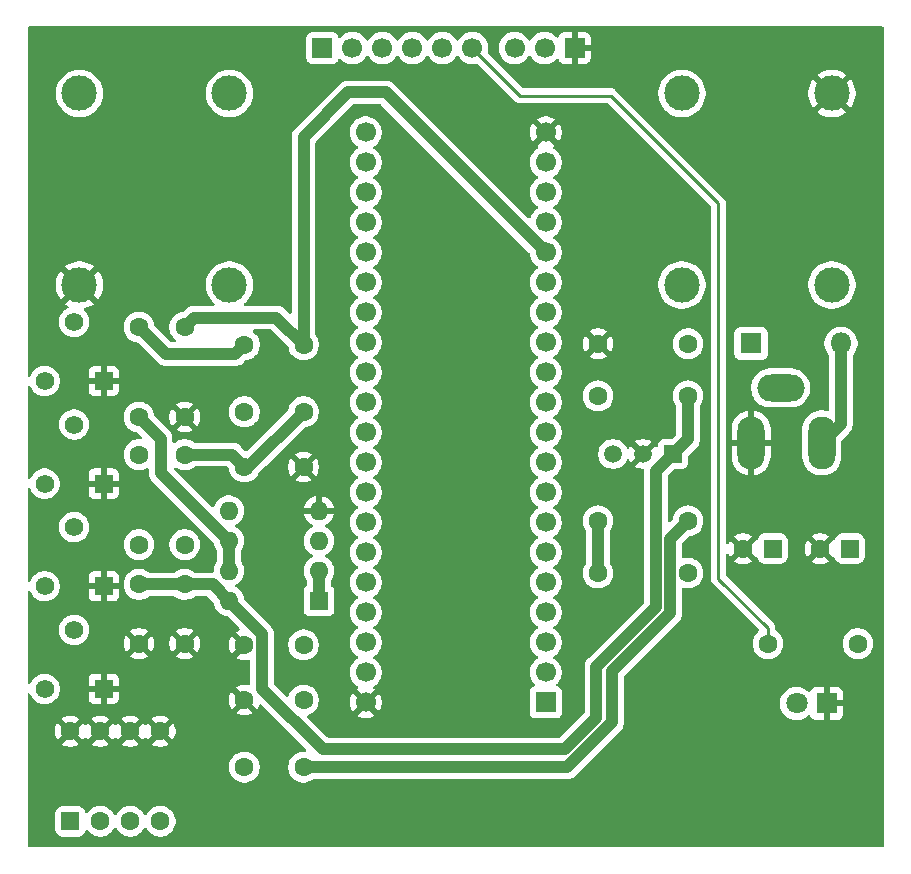
<source format=gbr>
%TF.GenerationSoftware,KiCad,Pcbnew,9.0.6*%
%TF.CreationDate,2025-11-22T19:05:53-06:00*%
%TF.ProjectId,wah,7761682e-6b69-4636-9164-5f7063625858,0.7*%
%TF.SameCoordinates,Original*%
%TF.FileFunction,Copper,L1,Top*%
%TF.FilePolarity,Positive*%
%FSLAX46Y46*%
G04 Gerber Fmt 4.6, Leading zero omitted, Abs format (unit mm)*
G04 Created by KiCad (PCBNEW 9.0.6) date 2025-11-22 19:05:53*
%MOMM*%
%LPD*%
G01*
G04 APERTURE LIST*
G04 Aperture macros list*
%AMRoundRect*
0 Rectangle with rounded corners*
0 $1 Rounding radius*
0 $2 $3 $4 $5 $6 $7 $8 $9 X,Y pos of 4 corners*
0 Add a 4 corners polygon primitive as box body*
4,1,4,$2,$3,$4,$5,$6,$7,$8,$9,$2,$3,0*
0 Add four circle primitives for the rounded corners*
1,1,$1+$1,$2,$3*
1,1,$1+$1,$4,$5*
1,1,$1+$1,$6,$7*
1,1,$1+$1,$8,$9*
0 Add four rect primitives between the rounded corners*
20,1,$1+$1,$2,$3,$4,$5,0*
20,1,$1+$1,$4,$5,$6,$7,0*
20,1,$1+$1,$6,$7,$8,$9,0*
20,1,$1+$1,$8,$9,$2,$3,0*%
G04 Aperture macros list end*
%TA.AperFunction,ComponentPad*%
%ADD10R,1.800000X1.800000*%
%TD*%
%TA.AperFunction,ComponentPad*%
%ADD11O,1.800000X1.800000*%
%TD*%
%TA.AperFunction,ComponentPad*%
%ADD12C,1.600000*%
%TD*%
%TA.AperFunction,ComponentPad*%
%ADD13R,1.560000X1.560000*%
%TD*%
%TA.AperFunction,ComponentPad*%
%ADD14C,1.560000*%
%TD*%
%TA.AperFunction,ComponentPad*%
%ADD15RoundRect,0.250000X0.550000X0.550000X-0.550000X0.550000X-0.550000X-0.550000X0.550000X-0.550000X0*%
%TD*%
%TA.AperFunction,ComponentPad*%
%ADD16R,1.500000X1.500000*%
%TD*%
%TA.AperFunction,ComponentPad*%
%ADD17C,1.500000*%
%TD*%
%TA.AperFunction,ComponentPad*%
%ADD18C,3.000000*%
%TD*%
%TA.AperFunction,ComponentPad*%
%ADD19O,2.300000X4.500000*%
%TD*%
%TA.AperFunction,ComponentPad*%
%ADD20O,4.000000X2.300000*%
%TD*%
%TA.AperFunction,ComponentPad*%
%ADD21RoundRect,0.250000X0.550000X-0.550000X0.550000X0.550000X-0.550000X0.550000X-0.550000X-0.550000X0*%
%TD*%
%TA.AperFunction,ComponentPad*%
%ADD22R,1.700000X1.700000*%
%TD*%
%TA.AperFunction,ComponentPad*%
%ADD23C,1.700000*%
%TD*%
%TA.AperFunction,ComponentPad*%
%ADD24R,1.600000X1.600000*%
%TD*%
%TA.AperFunction,ComponentPad*%
%ADD25O,1.600000X1.600000*%
%TD*%
%TA.AperFunction,ComponentPad*%
%ADD26C,1.800000*%
%TD*%
%TA.AperFunction,ComponentPad*%
%ADD27C,9.000000*%
%TD*%
%TA.AperFunction,Conductor*%
%ADD28C,0.250000*%
%TD*%
%TA.AperFunction,Conductor*%
%ADD29C,1.000000*%
%TD*%
G04 APERTURE END LIST*
D10*
%TO.P,D1,1,K*%
%TO.N,+9V*%
X103970000Y-60245000D03*
D11*
%TO.P,D1,2,A*%
%TO.N,Net-(D1-A)*%
X111590000Y-60245000D03*
%TD*%
D12*
%TO.P,C9,1*%
%TO.N,/AUDIO_OUT*%
X61080000Y-96125000D03*
%TO.P,C9,2*%
%TO.N,Net-(C9-Pad2)*%
X66080000Y-96125000D03*
%TD*%
D13*
%TO.P,RV2,1,1*%
%TO.N,GND*%
X49160000Y-72115000D03*
D14*
%TO.P,RV2,2,2*%
%TO.N,/POT2*%
X46660000Y-67115000D03*
%TO.P,RV2,3,3*%
%TO.N,VDD*%
X44160000Y-72115000D03*
%TD*%
D12*
%TO.P,C5,1*%
%TO.N,Net-(C5-Pad1)*%
X61080000Y-60345000D03*
%TO.P,C5,2*%
%TO.N,/AUDIO_IN*%
X66080000Y-60345000D03*
%TD*%
D15*
%TO.P,C7,1*%
%TO.N,/VREF*%
X112330000Y-77625000D03*
D12*
%TO.P,C7,2*%
%TO.N,GND*%
X109830000Y-77625000D03*
%TD*%
%TO.P,R6,1*%
%TO.N,GND*%
X91020000Y-60265000D03*
%TO.P,R6,2*%
%TO.N,/VREF*%
X98640000Y-60265000D03*
%TD*%
D16*
%TO.P,U2,1,VO*%
%TO.N,Net-(U1C-V+)*%
X97370000Y-69615000D03*
D17*
%TO.P,U2,2,GND*%
%TO.N,GND*%
X94830000Y-69615000D03*
%TO.P,U2,3,VI*%
%TO.N,+9V*%
X92290000Y-69615000D03*
%TD*%
D18*
%TO.P,J3,S*%
%TO.N,GND*%
X110820000Y-39070000D03*
%TO.P,J3,SN*%
%TO.N,N/C*%
X110820000Y-55300000D03*
%TO.P,J3,T*%
%TO.N,/J_OUT*%
X98120000Y-39070000D03*
%TO.P,J3,TN*%
%TO.N,N/C*%
X98120000Y-55300000D03*
%TD*%
D12*
%TO.P,R2,1*%
%TO.N,/VREF*%
X52150000Y-77275000D03*
%TO.P,R2,2*%
%TO.N,Net-(U1B-+)*%
X52150000Y-69655000D03*
%TD*%
D19*
%TO.P,J1,1*%
%TO.N,GND*%
X103970000Y-68665000D03*
%TO.P,J1,2*%
%TO.N,Net-(D1-A)*%
X109970000Y-68665000D03*
D20*
%TO.P,J1,3*%
%TO.N,unconnected-(J1-Pad3)*%
X106470000Y-64015000D03*
%TD*%
D13*
%TO.P,RV1,1,1*%
%TO.N,GND*%
X49160000Y-63425000D03*
D14*
%TO.P,RV1,2,2*%
%TO.N,/POT1*%
X46660000Y-58425000D03*
%TO.P,RV1,3,3*%
%TO.N,VDD*%
X44160000Y-63425000D03*
%TD*%
D12*
%TO.P,C6,1*%
%TO.N,Net-(U1C-V+)*%
X56020000Y-80655000D03*
%TO.P,C6,2*%
%TO.N,GND*%
X56020000Y-85655000D03*
%TD*%
%TO.P,R7,1*%
%TO.N,Net-(C9-Pad2)*%
X98640000Y-75265000D03*
%TO.P,R7,2*%
%TO.N,Net-(U1A-+)*%
X91020000Y-75265000D03*
%TD*%
%TO.P,R1,1*%
%TO.N,/FX_IN*%
X56020000Y-77275000D03*
%TO.P,R1,2*%
%TO.N,Net-(C1-Pad1)*%
X56020000Y-69655000D03*
%TD*%
%TO.P,R5,1*%
%TO.N,Net-(U1C-V+)*%
X98640000Y-64685000D03*
%TO.P,R5,2*%
%TO.N,/VREF*%
X91020000Y-64685000D03*
%TD*%
D21*
%TO.P,SW1,1*%
%TO.N,/SW1*%
X46330000Y-100705000D03*
D12*
%TO.P,SW1,2*%
%TO.N,/SW2*%
X48870000Y-100705000D03*
%TO.P,SW1,3*%
%TO.N,/SW3*%
X51410000Y-100705000D03*
%TO.P,SW1,4*%
%TO.N,/SW4*%
X53950000Y-100705000D03*
%TO.P,SW1,5*%
%TO.N,GND*%
X53950000Y-93085000D03*
%TO.P,SW1,6*%
X51410000Y-93085000D03*
%TO.P,SW1,7*%
X48870000Y-93085000D03*
%TO.P,SW1,8*%
X46330000Y-93085000D03*
%TD*%
D22*
%TO.P,J4,1,Pin_1*%
%TO.N,+9V*%
X67680000Y-35234999D03*
D23*
%TO.P,J4,2,Pin_2*%
%TO.N,/J_IN*%
X70220000Y-35234999D03*
%TO.P,J4,3,Pin_3*%
%TO.N,/J_OUT*%
X72760000Y-35234999D03*
%TO.P,J4,4,Pin_4*%
%TO.N,/FX_IN*%
X75300000Y-35234999D03*
%TO.P,J4,5,Pin_5*%
%TO.N,/FX_OUT*%
X77840000Y-35234999D03*
%TO.P,J4,6,Pin_6*%
%TO.N,/LED*%
X80380000Y-35234999D03*
%TD*%
D12*
%TO.P,R8,1*%
%TO.N,/LED*%
X105400000Y-85655000D03*
%TO.P,R8,2*%
%TO.N,Net-(D2-A)*%
X113020000Y-85655000D03*
%TD*%
D22*
%TO.P,J5,1,Pin_1*%
%TO.N,GND*%
X89030000Y-35234999D03*
D23*
%TO.P,J5,2,Pin_2*%
%TO.N,/WAH_POT*%
X86490000Y-35234999D03*
%TO.P,J5,3,Pin_3*%
%TO.N,VDD*%
X83950000Y-35234999D03*
%TD*%
D13*
%TO.P,RV4,1,1*%
%TO.N,GND*%
X49160000Y-89495000D03*
D14*
%TO.P,RV4,2,2*%
%TO.N,/POT4*%
X46660000Y-84495000D03*
%TO.P,RV4,3,3*%
%TO.N,VDD*%
X44160000Y-89495000D03*
%TD*%
D18*
%TO.P,J2,S*%
%TO.N,GND*%
X47110000Y-55300000D03*
%TO.P,J2,SN*%
%TO.N,N/C*%
X47110000Y-39070000D03*
%TO.P,J2,T*%
%TO.N,/J_IN*%
X59810000Y-55300000D03*
%TO.P,J2,TN*%
%TO.N,N/C*%
X59810000Y-39070000D03*
%TD*%
D12*
%TO.P,R3,1*%
%TO.N,Net-(U1B--)*%
X52150000Y-66475000D03*
%TO.P,R3,2*%
%TO.N,Net-(C5-Pad1)*%
X52150000Y-58855000D03*
%TD*%
%TO.P,C4,1*%
%TO.N,Net-(U1C-V+)*%
X52150000Y-80655000D03*
%TO.P,C4,2*%
%TO.N,GND*%
X52150000Y-85655000D03*
%TD*%
D15*
%TO.P,C3,1*%
%TO.N,+9V*%
X105790000Y-77625000D03*
D12*
%TO.P,C3,2*%
%TO.N,GND*%
X103290000Y-77625000D03*
%TD*%
%TO.P,R9,1*%
%TO.N,/VREF*%
X98640000Y-79685000D03*
%TO.P,R9,2*%
%TO.N,Net-(U1A-+)*%
X91020000Y-79685000D03*
%TD*%
%TO.P,C1,1*%
%TO.N,Net-(C1-Pad1)*%
X61080000Y-70705000D03*
%TO.P,C1,2*%
%TO.N,GND*%
X66080000Y-70705000D03*
%TD*%
%TO.P,C2,1*%
%TO.N,Net-(C1-Pad1)*%
X66080000Y-66025000D03*
%TO.P,C2,2*%
%TO.N,Net-(U1B-+)*%
X61080000Y-66025000D03*
%TD*%
D24*
%TO.P,U1,1*%
%TO.N,/FX_OUT*%
X67380000Y-82035000D03*
D25*
%TO.P,U1,2,-*%
X67380000Y-79495000D03*
%TO.P,U1,3,+*%
%TO.N,Net-(U1A-+)*%
X67380000Y-76955000D03*
%TO.P,U1,4,V-*%
%TO.N,GND*%
X67380000Y-74415000D03*
%TO.P,U1,5,+*%
%TO.N,Net-(U1B-+)*%
X59760000Y-74415000D03*
%TO.P,U1,6,-*%
%TO.N,Net-(U1B--)*%
X59760000Y-76955000D03*
%TO.P,U1,7*%
X59760000Y-79495000D03*
%TO.P,U1,8,V+*%
%TO.N,Net-(U1C-V+)*%
X59760000Y-82035000D03*
%TD*%
D10*
%TO.P,D2,1,K*%
%TO.N,GND*%
X110370000Y-90725000D03*
D26*
%TO.P,D2,2,A*%
%TO.N,Net-(D2-A)*%
X107830000Y-90725000D03*
%TD*%
D12*
%TO.P,C8,1*%
%TO.N,/AUDIO_OUT*%
X66080000Y-85765000D03*
%TO.P,C8,2*%
%TO.N,GND*%
X61080000Y-85765000D03*
%TD*%
%TO.P,R4,1*%
%TO.N,/AUDIO_IN*%
X56020000Y-58855000D03*
%TO.P,R4,2*%
%TO.N,GND*%
X56020000Y-66475000D03*
%TD*%
D22*
%TO.P,A1,1,USB_ID*%
%TO.N,unconnected-(A1-USB_ID-Pad1)*%
X86590000Y-90635000D03*
D23*
%TO.P,A1,2,SD_DATA_3*%
%TO.N,unconnected-(A1-SD_DATA_3-Pad2)*%
X86590000Y-88095000D03*
%TO.P,A1,3,SD_DATA_2*%
%TO.N,unconnected-(A1-SD_DATA_2-Pad3)*%
X86590000Y-85555000D03*
%TO.P,A1,4,SD_DATA_1*%
%TO.N,unconnected-(A1-SD_DATA_1-Pad4)*%
X86590000Y-83015000D03*
%TO.P,A1,5,SD_DATA_0*%
%TO.N,unconnected-(A1-SD_DATA_0-Pad5)*%
X86590000Y-80475000D03*
%TO.P,A1,6,SD_CMD*%
%TO.N,unconnected-(A1-SD_CMD-Pad6)*%
X86590000Y-77935000D03*
%TO.P,A1,7,SD_CLK*%
%TO.N,unconnected-(A1-SD_CLK-Pad7)*%
X86590000Y-75395000D03*
%TO.P,A1,8,SPI1_CS*%
%TO.N,unconnected-(A1-SPI1_CS-Pad8)*%
X86590000Y-72855000D03*
%TO.P,A1,9,SPI1_SCK*%
%TO.N,unconnected-(A1-SPI1_SCK-Pad9)*%
X86590000Y-70315000D03*
%TO.P,A1,10,SPI1_POCI*%
%TO.N,unconnected-(A1-SPI1_POCI-Pad10)*%
X86590000Y-67775000D03*
%TO.P,A1,11,SPI1_PICO*%
%TO.N,unconnected-(A1-SPI1_PICO-Pad11)*%
X86590000Y-65235000D03*
%TO.P,A1,12,I2C1_SCL*%
%TO.N,unconnected-(A1-I2C1_SCL-Pad12)*%
X86590000Y-62695000D03*
%TO.P,A1,13,I2C1_SDA*%
%TO.N,unconnected-(A1-I2C1_SDA-Pad13)*%
X86590000Y-60155000D03*
%TO.P,A1,14,USART1_TX*%
%TO.N,unconnected-(A1-USART1_TX-Pad14)*%
X86590000Y-57615000D03*
%TO.P,A1,15,USART1_RX*%
%TO.N,unconnected-(A1-USART1_RX-Pad15)*%
X86590000Y-55075000D03*
%TO.P,A1,16,AUDIO_IN_1*%
%TO.N,/AUDIO_IN*%
X86590000Y-52535000D03*
%TO.P,A1,17,AUDIO_IN_2*%
%TO.N,unconnected-(A1-AUDIO_IN_2-Pad17)*%
X86590000Y-49995000D03*
%TO.P,A1,18,AUDIO_OUT_1*%
%TO.N,/AUDIO_OUT*%
X86590000Y-47455000D03*
%TO.P,A1,19,AUDIO_OUT_2*%
%TO.N,unconnected-(A1-AUDIO_OUT_2-Pad19)*%
X86590000Y-44915000D03*
%TO.P,A1,20,AGND*%
%TO.N,GND*%
X86590000Y-42375000D03*
%TO.P,A1,21,3V3_A*%
%TO.N,VDD*%
X71350000Y-42375000D03*
%TO.P,A1,22,ADC_0*%
%TO.N,/POT1*%
X71350000Y-44915000D03*
%TO.P,A1,23,ADC_1*%
%TO.N,/POT2*%
X71350000Y-47455000D03*
%TO.P,A1,24,ADC_2*%
%TO.N,/POT3*%
X71350000Y-49995000D03*
%TO.P,A1,25,ADC_3*%
%TO.N,/POT4*%
X71350000Y-52535000D03*
%TO.P,A1,26,ADC_4*%
%TO.N,/WAH_POT*%
X71350000Y-55075000D03*
%TO.P,A1,27,ADC_5*%
%TO.N,/SW1*%
X71350000Y-57615000D03*
%TO.P,A1,28,ADC_6*%
%TO.N,/SW2*%
X71350000Y-60155000D03*
%TO.P,A1,29,DAC_OUT2*%
%TO.N,/SW3*%
X71350000Y-62695000D03*
%TO.P,A1,30,DAC_OUT1*%
%TO.N,/SW4*%
X71350000Y-65235000D03*
%TO.P,A1,31,SAI2_MCLK*%
%TO.N,unconnected-(A1-SAI2_MCLK-Pad31)*%
X71350000Y-67775000D03*
%TO.P,A1,32,SAI2_SD_B*%
%TO.N,unconnected-(A1-SAI2_SD_B-Pad32)*%
X71350000Y-70315000D03*
%TO.P,A1,33,SAI2_SD_A*%
%TO.N,unconnected-(A1-SAI2_SD_A-Pad33)*%
X71350000Y-72855000D03*
%TO.P,A1,34,SAI2_FS*%
%TO.N,unconnected-(A1-SAI2_FS-Pad34)*%
X71350000Y-75395000D03*
%TO.P,A1,35,SAI2_SCK*%
%TO.N,unconnected-(A1-SAI2_SCK-Pad35)*%
X71350000Y-77935000D03*
%TO.P,A1,36,USB_D_-*%
%TO.N,unconnected-(A1-USB_D_--Pad36)*%
X71350000Y-80475000D03*
%TO.P,A1,37,USB_D_+*%
%TO.N,unconnected-(A1-USB_D_+-Pad37)*%
X71350000Y-83015000D03*
%TO.P,A1,38,3V3_D*%
%TO.N,unconnected-(A1-3V3_D-Pad38)*%
X71350000Y-85555000D03*
%TO.P,A1,39,VIN*%
%TO.N,+9V*%
X71350000Y-88095000D03*
%TO.P,A1,40,DGND*%
%TO.N,GND*%
X71350000Y-90635000D03*
%TD*%
D27*
%TO.P,H1,1,1*%
%TO.N,GND*%
X98470000Y-90155000D03*
%TD*%
D12*
%TO.P,C10,1*%
%TO.N,Net-(U1A-+)*%
X66080000Y-90445000D03*
%TO.P,C10,2*%
%TO.N,GND*%
X61080000Y-90445000D03*
%TD*%
D13*
%TO.P,RV3,1,1*%
%TO.N,GND*%
X49160000Y-80805000D03*
D14*
%TO.P,RV3,2,2*%
%TO.N,/POT3*%
X46660000Y-75805000D03*
%TO.P,RV3,3,3*%
%TO.N,VDD*%
X44160000Y-80805000D03*
%TD*%
D28*
%TO.N,/LED*%
X80380000Y-35234999D02*
X84400001Y-39255000D01*
X101210000Y-48385000D02*
X101210000Y-80165000D01*
X84400001Y-39255000D02*
X92080000Y-39255000D01*
X92080000Y-39255000D02*
X101210000Y-48385000D01*
X101210000Y-80165000D02*
X105400000Y-84355000D01*
X105400000Y-84355000D02*
X105400000Y-85655000D01*
D29*
%TO.N,/FX_OUT*%
X67380000Y-82035000D02*
X67380000Y-79495000D01*
%TO.N,/AUDIO_IN*%
X73050000Y-38995000D02*
X69860000Y-38995000D01*
X86590000Y-52535000D02*
X73050000Y-38995000D01*
X69860000Y-38995000D02*
X66080000Y-42775000D01*
X66080000Y-42775000D02*
X66080000Y-60345000D01*
%TO.N,Net-(C1-Pad1)*%
X61080000Y-70705000D02*
X61400000Y-70705000D01*
X61400000Y-70705000D02*
X66080000Y-66025000D01*
X56020000Y-69655000D02*
X60030000Y-69655000D01*
X60030000Y-69655000D02*
X61080000Y-70705000D01*
%TO.N,Net-(U1B--)*%
X52150000Y-66475000D02*
X53980000Y-68305000D01*
X53980000Y-68305000D02*
X53980000Y-71175000D01*
X53980000Y-71175000D02*
X59760000Y-76955000D01*
X59760000Y-79495000D02*
X59760000Y-76955000D01*
%TO.N,Net-(C5-Pad1)*%
X52150000Y-58855000D02*
X54439999Y-61144999D01*
X54439999Y-61144999D02*
X60280001Y-61144999D01*
X60280001Y-61144999D02*
X61080000Y-60345000D01*
%TO.N,/AUDIO_IN*%
X56020000Y-58855000D02*
X56819999Y-58055001D01*
X63790001Y-58055001D02*
X66080000Y-60345000D01*
X56819999Y-58055001D02*
X63790001Y-58055001D01*
%TO.N,Net-(U1C-V+)*%
X56020000Y-80655000D02*
X58380000Y-80655000D01*
X58380000Y-80655000D02*
X59760000Y-82035000D01*
X52150000Y-80655000D02*
X56020000Y-80655000D01*
X97370000Y-69615000D02*
X95938000Y-71047000D01*
X67719000Y-94624000D02*
X62581000Y-89486000D01*
X95938000Y-71047000D02*
X95938000Y-82568530D01*
X95938000Y-82568530D02*
X90885765Y-87620765D01*
X90885765Y-87620765D02*
X90885765Y-91930765D01*
X62581000Y-89486000D02*
X62581000Y-84856000D01*
X90885765Y-91930765D02*
X88192530Y-94624000D01*
X88192530Y-94624000D02*
X67719000Y-94624000D01*
X62581000Y-84856000D02*
X59760000Y-82035000D01*
%TO.N,Net-(C9-Pad2)*%
X66080000Y-96125000D02*
X88390000Y-96125000D01*
X88390000Y-96125000D02*
X92210000Y-92305000D01*
X92210000Y-92305000D02*
X92210000Y-87995000D01*
X92210000Y-87995000D02*
X97139000Y-83066000D01*
X97139000Y-83066000D02*
X97139000Y-76766000D01*
X97139000Y-76766000D02*
X98640000Y-75265000D01*
%TO.N,Net-(U1A-+)*%
X91020000Y-75265000D02*
X91020000Y-79685000D01*
%TO.N,Net-(U1C-V+)*%
X98640000Y-64685000D02*
X98640000Y-68345000D01*
X98640000Y-68345000D02*
X97370000Y-69615000D01*
%TO.N,Net-(D1-A)*%
X111590000Y-60245000D02*
X111590000Y-67045000D01*
X111590000Y-67045000D02*
X109970000Y-68665000D01*
%TD*%
%TA.AperFunction,Conductor*%
%TO.N,GND*%
G36*
X115162539Y-33425185D02*
G01*
X115208294Y-33477989D01*
X115219500Y-33529500D01*
X115219500Y-102780500D01*
X115199815Y-102847539D01*
X115147011Y-102893294D01*
X115095500Y-102904500D01*
X42844500Y-102904500D01*
X42777461Y-102884815D01*
X42731706Y-102832011D01*
X42720500Y-102780500D01*
X42720500Y-100104983D01*
X45029500Y-100104983D01*
X45029500Y-101305001D01*
X45029501Y-101305018D01*
X45040000Y-101407796D01*
X45040001Y-101407799D01*
X45056818Y-101458548D01*
X45095186Y-101574334D01*
X45187288Y-101723656D01*
X45311344Y-101847712D01*
X45460666Y-101939814D01*
X45627203Y-101994999D01*
X45729991Y-102005500D01*
X46930008Y-102005499D01*
X47032797Y-101994999D01*
X47199334Y-101939814D01*
X47348656Y-101847712D01*
X47472712Y-101723656D01*
X47564814Y-101574334D01*
X47591955Y-101492427D01*
X47631726Y-101434984D01*
X47696242Y-101408161D01*
X47765018Y-101420476D01*
X47809977Y-101458547D01*
X47878030Y-101552213D01*
X47878034Y-101552219D01*
X48022786Y-101696971D01*
X48177749Y-101809556D01*
X48188390Y-101817287D01*
X48304607Y-101876503D01*
X48370776Y-101910218D01*
X48370778Y-101910218D01*
X48370781Y-101910220D01*
X48461856Y-101939812D01*
X48565465Y-101973477D01*
X48666557Y-101989488D01*
X48767648Y-102005500D01*
X48767649Y-102005500D01*
X48972351Y-102005500D01*
X48972352Y-102005500D01*
X49174534Y-101973477D01*
X49369219Y-101910220D01*
X49551610Y-101817287D01*
X49680482Y-101723657D01*
X49717213Y-101696971D01*
X49717215Y-101696968D01*
X49717219Y-101696966D01*
X49861966Y-101552219D01*
X49861968Y-101552215D01*
X49861971Y-101552213D01*
X49982284Y-101386614D01*
X49982285Y-101386613D01*
X49982287Y-101386610D01*
X50029516Y-101293917D01*
X50077489Y-101243123D01*
X50145310Y-101226328D01*
X50211445Y-101248865D01*
X50250483Y-101293917D01*
X50256140Y-101305018D01*
X50297715Y-101386614D01*
X50418028Y-101552213D01*
X50562786Y-101696971D01*
X50717749Y-101809556D01*
X50728390Y-101817287D01*
X50844607Y-101876503D01*
X50910776Y-101910218D01*
X50910778Y-101910218D01*
X50910781Y-101910220D01*
X51001856Y-101939812D01*
X51105465Y-101973477D01*
X51206557Y-101989488D01*
X51307648Y-102005500D01*
X51307649Y-102005500D01*
X51512351Y-102005500D01*
X51512352Y-102005500D01*
X51714534Y-101973477D01*
X51909219Y-101910220D01*
X52091610Y-101817287D01*
X52220482Y-101723657D01*
X52257213Y-101696971D01*
X52257215Y-101696968D01*
X52257219Y-101696966D01*
X52401966Y-101552219D01*
X52401968Y-101552215D01*
X52401971Y-101552213D01*
X52522284Y-101386614D01*
X52522285Y-101386613D01*
X52522287Y-101386610D01*
X52569516Y-101293917D01*
X52617489Y-101243123D01*
X52685310Y-101226328D01*
X52751445Y-101248865D01*
X52790483Y-101293917D01*
X52796140Y-101305018D01*
X52837715Y-101386614D01*
X52958028Y-101552213D01*
X53102786Y-101696971D01*
X53257749Y-101809556D01*
X53268390Y-101817287D01*
X53384607Y-101876503D01*
X53450776Y-101910218D01*
X53450778Y-101910218D01*
X53450781Y-101910220D01*
X53541856Y-101939812D01*
X53645465Y-101973477D01*
X53746557Y-101989488D01*
X53847648Y-102005500D01*
X53847649Y-102005500D01*
X54052351Y-102005500D01*
X54052352Y-102005500D01*
X54254534Y-101973477D01*
X54449219Y-101910220D01*
X54631610Y-101817287D01*
X54760482Y-101723657D01*
X54797213Y-101696971D01*
X54797215Y-101696968D01*
X54797219Y-101696966D01*
X54941966Y-101552219D01*
X54941968Y-101552215D01*
X54941971Y-101552213D01*
X55010021Y-101458548D01*
X55062287Y-101386610D01*
X55155220Y-101204219D01*
X55218477Y-101009534D01*
X55250500Y-100807352D01*
X55250500Y-100602648D01*
X55218477Y-100400466D01*
X55155220Y-100205781D01*
X55155218Y-100205778D01*
X55155218Y-100205776D01*
X55103865Y-100104991D01*
X55062287Y-100023390D01*
X55010021Y-99951451D01*
X54941971Y-99857786D01*
X54797213Y-99713028D01*
X54631613Y-99592715D01*
X54631612Y-99592714D01*
X54631610Y-99592713D01*
X54571898Y-99562288D01*
X54449223Y-99499781D01*
X54254534Y-99436522D01*
X54079995Y-99408878D01*
X54052352Y-99404500D01*
X53847648Y-99404500D01*
X53823329Y-99408351D01*
X53645465Y-99436522D01*
X53450776Y-99499781D01*
X53268386Y-99592715D01*
X53102786Y-99713028D01*
X52958028Y-99857786D01*
X52837715Y-100023386D01*
X52790485Y-100116080D01*
X52742510Y-100166876D01*
X52674689Y-100183671D01*
X52608554Y-100161134D01*
X52569515Y-100116080D01*
X52563861Y-100104983D01*
X52522287Y-100023390D01*
X52470021Y-99951451D01*
X52401971Y-99857786D01*
X52257213Y-99713028D01*
X52091613Y-99592715D01*
X52091612Y-99592714D01*
X52091610Y-99592713D01*
X52031898Y-99562288D01*
X51909223Y-99499781D01*
X51714534Y-99436522D01*
X51539995Y-99408878D01*
X51512352Y-99404500D01*
X51307648Y-99404500D01*
X51283329Y-99408351D01*
X51105465Y-99436522D01*
X50910776Y-99499781D01*
X50728386Y-99592715D01*
X50562786Y-99713028D01*
X50418028Y-99857786D01*
X50297715Y-100023386D01*
X50250485Y-100116080D01*
X50202510Y-100166876D01*
X50134689Y-100183671D01*
X50068554Y-100161134D01*
X50029515Y-100116080D01*
X50023861Y-100104983D01*
X49982287Y-100023390D01*
X49930021Y-99951451D01*
X49861971Y-99857786D01*
X49717213Y-99713028D01*
X49551613Y-99592715D01*
X49551612Y-99592714D01*
X49551610Y-99592713D01*
X49491898Y-99562288D01*
X49369223Y-99499781D01*
X49174534Y-99436522D01*
X48999995Y-99408878D01*
X48972352Y-99404500D01*
X48767648Y-99404500D01*
X48743329Y-99408351D01*
X48565465Y-99436522D01*
X48370776Y-99499781D01*
X48188386Y-99592715D01*
X48022786Y-99713028D01*
X47878032Y-99857782D01*
X47878028Y-99857787D01*
X47809978Y-99951451D01*
X47754648Y-99994117D01*
X47685035Y-100000096D01*
X47623240Y-99967490D01*
X47591954Y-99917570D01*
X47572144Y-99857787D01*
X47564814Y-99835666D01*
X47472712Y-99686344D01*
X47348656Y-99562288D01*
X47199334Y-99470186D01*
X47032797Y-99415001D01*
X47032795Y-99415000D01*
X46930010Y-99404500D01*
X45729998Y-99404500D01*
X45729981Y-99404501D01*
X45627203Y-99415000D01*
X45627200Y-99415001D01*
X45460668Y-99470185D01*
X45460663Y-99470187D01*
X45311342Y-99562289D01*
X45187289Y-99686342D01*
X45095187Y-99835663D01*
X45095186Y-99835666D01*
X45040001Y-100002203D01*
X45040001Y-100002204D01*
X45040000Y-100002204D01*
X45029500Y-100104983D01*
X42720500Y-100104983D01*
X42720500Y-96022648D01*
X59779500Y-96022648D01*
X59779500Y-96227351D01*
X59811522Y-96429534D01*
X59874781Y-96624223D01*
X59938691Y-96749653D01*
X59945381Y-96762782D01*
X59967715Y-96806613D01*
X60088028Y-96972213D01*
X60232786Y-97116971D01*
X60387749Y-97229556D01*
X60398390Y-97237287D01*
X60514607Y-97296503D01*
X60580776Y-97330218D01*
X60580778Y-97330218D01*
X60580781Y-97330220D01*
X60685137Y-97364127D01*
X60775465Y-97393477D01*
X60876557Y-97409488D01*
X60977648Y-97425500D01*
X60977649Y-97425500D01*
X61182351Y-97425500D01*
X61182352Y-97425500D01*
X61384534Y-97393477D01*
X61579219Y-97330220D01*
X61761610Y-97237287D01*
X61882877Y-97149182D01*
X61927213Y-97116971D01*
X61927215Y-97116968D01*
X61927219Y-97116966D01*
X62071966Y-96972219D01*
X62071968Y-96972215D01*
X62071971Y-96972213D01*
X62124732Y-96899590D01*
X62192287Y-96806610D01*
X62285220Y-96624219D01*
X62348477Y-96429534D01*
X62380500Y-96227352D01*
X62380500Y-96022648D01*
X62348477Y-95820466D01*
X62285220Y-95625781D01*
X62285218Y-95625778D01*
X62285218Y-95625776D01*
X62251503Y-95559607D01*
X62192287Y-95443390D01*
X62184556Y-95432749D01*
X62071971Y-95277786D01*
X61927213Y-95133028D01*
X61761613Y-95012715D01*
X61761612Y-95012714D01*
X61761610Y-95012713D01*
X61704653Y-94983691D01*
X61579223Y-94919781D01*
X61384534Y-94856522D01*
X61209995Y-94828878D01*
X61182352Y-94824500D01*
X60977648Y-94824500D01*
X60953329Y-94828351D01*
X60775465Y-94856522D01*
X60580776Y-94919781D01*
X60398386Y-95012715D01*
X60232786Y-95133028D01*
X60088028Y-95277786D01*
X59967715Y-95443386D01*
X59874781Y-95625776D01*
X59811522Y-95820465D01*
X59779500Y-96022648D01*
X42720500Y-96022648D01*
X42720500Y-92982682D01*
X45030000Y-92982682D01*
X45030000Y-93187317D01*
X45062009Y-93389417D01*
X45125244Y-93584031D01*
X45218141Y-93766350D01*
X45218147Y-93766359D01*
X45250523Y-93810921D01*
X45250524Y-93810922D01*
X45930000Y-93131446D01*
X45930000Y-93137661D01*
X45957259Y-93239394D01*
X46009920Y-93330606D01*
X46084394Y-93405080D01*
X46175606Y-93457741D01*
X46277339Y-93485000D01*
X46283553Y-93485000D01*
X45604076Y-94164474D01*
X45648650Y-94196859D01*
X45830968Y-94289755D01*
X46025582Y-94352990D01*
X46227683Y-94385000D01*
X46432317Y-94385000D01*
X46634417Y-94352990D01*
X46829031Y-94289755D01*
X47011349Y-94196859D01*
X47055921Y-94164474D01*
X46376447Y-93485000D01*
X46382661Y-93485000D01*
X46484394Y-93457741D01*
X46575606Y-93405080D01*
X46650080Y-93330606D01*
X46702741Y-93239394D01*
X46730000Y-93137661D01*
X46730000Y-93131447D01*
X47409474Y-93810921D01*
X47441861Y-93766347D01*
X47441861Y-93766346D01*
X47489515Y-93672820D01*
X47537489Y-93622024D01*
X47605310Y-93605228D01*
X47671445Y-93627765D01*
X47710485Y-93672819D01*
X47758141Y-93766350D01*
X47758147Y-93766359D01*
X47790523Y-93810921D01*
X47790524Y-93810922D01*
X48470000Y-93131446D01*
X48470000Y-93137661D01*
X48497259Y-93239394D01*
X48549920Y-93330606D01*
X48624394Y-93405080D01*
X48715606Y-93457741D01*
X48817339Y-93485000D01*
X48823553Y-93485000D01*
X48144076Y-94164474D01*
X48188650Y-94196859D01*
X48370968Y-94289755D01*
X48565582Y-94352990D01*
X48767683Y-94385000D01*
X48972317Y-94385000D01*
X49174417Y-94352990D01*
X49369031Y-94289755D01*
X49551349Y-94196859D01*
X49595921Y-94164474D01*
X48916447Y-93485000D01*
X48922661Y-93485000D01*
X49024394Y-93457741D01*
X49115606Y-93405080D01*
X49190080Y-93330606D01*
X49242741Y-93239394D01*
X49270000Y-93137661D01*
X49270000Y-93131447D01*
X49949474Y-93810921D01*
X49981861Y-93766347D01*
X49981861Y-93766346D01*
X50029515Y-93672820D01*
X50077489Y-93622024D01*
X50145310Y-93605228D01*
X50211445Y-93627765D01*
X50250485Y-93672819D01*
X50298141Y-93766350D01*
X50298147Y-93766359D01*
X50330523Y-93810921D01*
X50330524Y-93810922D01*
X51010000Y-93131446D01*
X51010000Y-93137661D01*
X51037259Y-93239394D01*
X51089920Y-93330606D01*
X51164394Y-93405080D01*
X51255606Y-93457741D01*
X51357339Y-93485000D01*
X51363553Y-93485000D01*
X50684076Y-94164474D01*
X50728650Y-94196859D01*
X50910968Y-94289755D01*
X51105582Y-94352990D01*
X51307683Y-94385000D01*
X51512317Y-94385000D01*
X51714417Y-94352990D01*
X51909031Y-94289755D01*
X52091349Y-94196859D01*
X52135922Y-94164474D01*
X51456447Y-93485000D01*
X51462661Y-93485000D01*
X51564394Y-93457741D01*
X51655606Y-93405080D01*
X51730080Y-93330606D01*
X51782741Y-93239394D01*
X51810000Y-93137661D01*
X51810000Y-93131447D01*
X52489474Y-93810921D01*
X52521861Y-93766347D01*
X52521861Y-93766346D01*
X52569515Y-93672820D01*
X52617489Y-93622024D01*
X52685310Y-93605228D01*
X52751445Y-93627765D01*
X52790485Y-93672819D01*
X52838141Y-93766350D01*
X52838147Y-93766359D01*
X52870523Y-93810921D01*
X52870524Y-93810922D01*
X53550000Y-93131446D01*
X53550000Y-93137661D01*
X53577259Y-93239394D01*
X53629920Y-93330606D01*
X53704394Y-93405080D01*
X53795606Y-93457741D01*
X53897339Y-93485000D01*
X53903553Y-93485000D01*
X53224076Y-94164474D01*
X53268650Y-94196859D01*
X53450968Y-94289755D01*
X53645582Y-94352990D01*
X53847683Y-94385000D01*
X54052317Y-94385000D01*
X54254417Y-94352990D01*
X54449031Y-94289755D01*
X54631349Y-94196859D01*
X54675921Y-94164474D01*
X53996447Y-93485000D01*
X54002661Y-93485000D01*
X54104394Y-93457741D01*
X54195606Y-93405080D01*
X54270080Y-93330606D01*
X54322741Y-93239394D01*
X54350000Y-93137661D01*
X54350000Y-93131447D01*
X55029474Y-93810921D01*
X55061859Y-93766349D01*
X55154755Y-93584031D01*
X55217990Y-93389417D01*
X55250000Y-93187317D01*
X55250000Y-92982682D01*
X55217990Y-92780582D01*
X55154755Y-92585968D01*
X55061859Y-92403650D01*
X55029474Y-92359077D01*
X55029474Y-92359076D01*
X54350000Y-93038551D01*
X54350000Y-93032339D01*
X54322741Y-92930606D01*
X54270080Y-92839394D01*
X54195606Y-92764920D01*
X54104394Y-92712259D01*
X54002661Y-92685000D01*
X53996446Y-92685000D01*
X54675922Y-92005524D01*
X54675921Y-92005523D01*
X54631359Y-91973147D01*
X54631350Y-91973141D01*
X54449031Y-91880244D01*
X54254417Y-91817009D01*
X54052317Y-91785000D01*
X53847683Y-91785000D01*
X53645582Y-91817009D01*
X53450968Y-91880244D01*
X53268644Y-91973143D01*
X53224077Y-92005523D01*
X53224077Y-92005524D01*
X53903554Y-92685000D01*
X53897339Y-92685000D01*
X53795606Y-92712259D01*
X53704394Y-92764920D01*
X53629920Y-92839394D01*
X53577259Y-92930606D01*
X53550000Y-93032339D01*
X53550000Y-93038553D01*
X52870524Y-92359077D01*
X52870523Y-92359077D01*
X52838143Y-92403644D01*
X52790485Y-92497180D01*
X52742510Y-92547976D01*
X52674689Y-92564771D01*
X52608554Y-92542233D01*
X52569515Y-92497180D01*
X52521859Y-92403650D01*
X52489474Y-92359077D01*
X52489474Y-92359076D01*
X51810000Y-93038551D01*
X51810000Y-93032339D01*
X51782741Y-92930606D01*
X51730080Y-92839394D01*
X51655606Y-92764920D01*
X51564394Y-92712259D01*
X51462661Y-92685000D01*
X51456446Y-92685000D01*
X52135922Y-92005524D01*
X52135921Y-92005523D01*
X52091359Y-91973147D01*
X52091350Y-91973141D01*
X51909031Y-91880244D01*
X51714417Y-91817009D01*
X51512317Y-91785000D01*
X51307683Y-91785000D01*
X51105582Y-91817009D01*
X50910968Y-91880244D01*
X50728644Y-91973143D01*
X50684077Y-92005523D01*
X50684077Y-92005524D01*
X51363554Y-92685000D01*
X51357339Y-92685000D01*
X51255606Y-92712259D01*
X51164394Y-92764920D01*
X51089920Y-92839394D01*
X51037259Y-92930606D01*
X51010000Y-93032339D01*
X51010000Y-93038553D01*
X50330524Y-92359077D01*
X50330523Y-92359077D01*
X50298143Y-92403644D01*
X50250485Y-92497180D01*
X50202510Y-92547976D01*
X50134689Y-92564771D01*
X50068554Y-92542233D01*
X50029515Y-92497180D01*
X49981859Y-92403650D01*
X49949474Y-92359077D01*
X49949474Y-92359076D01*
X49270000Y-93038551D01*
X49270000Y-93032339D01*
X49242741Y-92930606D01*
X49190080Y-92839394D01*
X49115606Y-92764920D01*
X49024394Y-92712259D01*
X48922661Y-92685000D01*
X48916446Y-92685000D01*
X49595922Y-92005524D01*
X49595921Y-92005523D01*
X49551359Y-91973147D01*
X49551350Y-91973141D01*
X49369031Y-91880244D01*
X49174417Y-91817009D01*
X48972317Y-91785000D01*
X48767683Y-91785000D01*
X48565582Y-91817009D01*
X48370968Y-91880244D01*
X48188644Y-91973143D01*
X48144077Y-92005523D01*
X48144077Y-92005524D01*
X48823554Y-92685000D01*
X48817339Y-92685000D01*
X48715606Y-92712259D01*
X48624394Y-92764920D01*
X48549920Y-92839394D01*
X48497259Y-92930606D01*
X48470000Y-93032339D01*
X48470000Y-93038553D01*
X47790524Y-92359077D01*
X47790523Y-92359077D01*
X47758143Y-92403644D01*
X47710485Y-92497180D01*
X47662510Y-92547976D01*
X47594689Y-92564771D01*
X47528554Y-92542233D01*
X47489515Y-92497180D01*
X47441859Y-92403650D01*
X47409474Y-92359077D01*
X47409474Y-92359076D01*
X46730000Y-93038551D01*
X46730000Y-93032339D01*
X46702741Y-92930606D01*
X46650080Y-92839394D01*
X46575606Y-92764920D01*
X46484394Y-92712259D01*
X46382661Y-92685000D01*
X46376446Y-92685000D01*
X47055922Y-92005524D01*
X47055921Y-92005523D01*
X47011359Y-91973147D01*
X47011350Y-91973141D01*
X46829031Y-91880244D01*
X46634417Y-91817009D01*
X46432317Y-91785000D01*
X46227683Y-91785000D01*
X46025582Y-91817009D01*
X45830968Y-91880244D01*
X45648644Y-91973143D01*
X45604077Y-92005523D01*
X45604077Y-92005524D01*
X46283554Y-92685000D01*
X46277339Y-92685000D01*
X46175606Y-92712259D01*
X46084394Y-92764920D01*
X46009920Y-92839394D01*
X45957259Y-92930606D01*
X45930000Y-93032339D01*
X45930000Y-93038553D01*
X45250524Y-92359077D01*
X45250523Y-92359077D01*
X45218143Y-92403644D01*
X45125244Y-92585968D01*
X45062009Y-92780582D01*
X45030000Y-92982682D01*
X42720500Y-92982682D01*
X42720500Y-89991367D01*
X42740185Y-89924328D01*
X42792989Y-89878573D01*
X42862147Y-89868629D01*
X42925703Y-89897654D01*
X42962431Y-89953049D01*
X42973312Y-89986539D01*
X43051742Y-90140466D01*
X43064818Y-90166129D01*
X43183289Y-90329190D01*
X43325810Y-90471711D01*
X43488871Y-90590182D01*
X43637194Y-90665756D01*
X43668460Y-90681687D01*
X43747625Y-90707409D01*
X43860149Y-90743970D01*
X43952348Y-90758572D01*
X44059217Y-90775500D01*
X44059222Y-90775500D01*
X44260783Y-90775500D01*
X44357289Y-90760214D01*
X44459851Y-90743970D01*
X44651542Y-90681686D01*
X44831129Y-90590182D01*
X44994190Y-90471711D01*
X45136711Y-90329190D01*
X45255182Y-90166129D01*
X45346686Y-89986542D01*
X45408970Y-89794851D01*
X45430843Y-89656752D01*
X45440500Y-89595782D01*
X45440500Y-89394216D01*
X45421661Y-89275274D01*
X45408970Y-89195149D01*
X45368323Y-89070049D01*
X45346687Y-89003460D01*
X45255181Y-88823870D01*
X45141321Y-88667155D01*
X47880000Y-88667155D01*
X47880000Y-89245000D01*
X48726988Y-89245000D01*
X48694075Y-89302007D01*
X48660000Y-89429174D01*
X48660000Y-89560826D01*
X48694075Y-89687993D01*
X48726988Y-89745000D01*
X47880000Y-89745000D01*
X47880000Y-90322844D01*
X47886401Y-90382372D01*
X47886403Y-90382379D01*
X47936645Y-90517086D01*
X47936649Y-90517093D01*
X48022809Y-90632187D01*
X48022812Y-90632190D01*
X48137906Y-90718350D01*
X48137913Y-90718354D01*
X48272620Y-90768596D01*
X48272627Y-90768598D01*
X48332155Y-90774999D01*
X48332172Y-90775000D01*
X48910000Y-90775000D01*
X48910000Y-89928012D01*
X48967007Y-89960925D01*
X49094174Y-89995000D01*
X49225826Y-89995000D01*
X49352993Y-89960925D01*
X49410000Y-89928012D01*
X49410000Y-90775000D01*
X49987828Y-90775000D01*
X49987844Y-90774999D01*
X50047372Y-90768598D01*
X50047379Y-90768596D01*
X50182086Y-90718354D01*
X50182093Y-90718350D01*
X50297187Y-90632190D01*
X50297190Y-90632187D01*
X50383350Y-90517093D01*
X50383354Y-90517086D01*
X50433596Y-90382379D01*
X50433598Y-90382373D01*
X50439815Y-90324559D01*
X50439815Y-90324558D01*
X50439998Y-90322848D01*
X50440000Y-90322827D01*
X50440000Y-89745000D01*
X49593012Y-89745000D01*
X49625925Y-89687993D01*
X49660000Y-89560826D01*
X49660000Y-89429174D01*
X49625925Y-89302007D01*
X49593012Y-89245000D01*
X50440000Y-89245000D01*
X50440000Y-88667172D01*
X50439999Y-88667155D01*
X50433598Y-88607627D01*
X50433596Y-88607620D01*
X50383354Y-88472913D01*
X50383350Y-88472906D01*
X50297190Y-88357812D01*
X50297187Y-88357809D01*
X50182093Y-88271649D01*
X50182086Y-88271645D01*
X50047379Y-88221403D01*
X50047372Y-88221401D01*
X49987844Y-88215000D01*
X49410000Y-88215000D01*
X49410000Y-89061988D01*
X49352993Y-89029075D01*
X49225826Y-88995000D01*
X49094174Y-88995000D01*
X48967007Y-89029075D01*
X48910000Y-89061988D01*
X48910000Y-88215000D01*
X48332155Y-88215000D01*
X48272627Y-88221401D01*
X48272620Y-88221403D01*
X48137913Y-88271645D01*
X48137906Y-88271649D01*
X48022812Y-88357809D01*
X48022809Y-88357812D01*
X47936649Y-88472906D01*
X47936645Y-88472913D01*
X47886403Y-88607620D01*
X47886401Y-88607627D01*
X47880000Y-88667155D01*
X45141321Y-88667155D01*
X45136711Y-88660810D01*
X44994190Y-88518289D01*
X44831129Y-88399818D01*
X44778694Y-88373101D01*
X44651539Y-88308312D01*
X44459852Y-88246030D01*
X44260783Y-88214500D01*
X44260778Y-88214500D01*
X44059222Y-88214500D01*
X44059217Y-88214500D01*
X43860147Y-88246030D01*
X43668460Y-88308312D01*
X43488870Y-88399818D01*
X43404961Y-88460782D01*
X43325810Y-88518289D01*
X43325808Y-88518291D01*
X43325807Y-88518291D01*
X43183291Y-88660807D01*
X43183291Y-88660808D01*
X43183289Y-88660810D01*
X43178667Y-88667172D01*
X43064818Y-88823870D01*
X42973312Y-89003460D01*
X42962431Y-89036950D01*
X42922993Y-89094626D01*
X42858635Y-89121824D01*
X42789788Y-89109909D01*
X42738313Y-89062665D01*
X42720500Y-88998632D01*
X42720500Y-84394216D01*
X45379500Y-84394216D01*
X45379500Y-84595783D01*
X45411030Y-84794852D01*
X45473312Y-84986539D01*
X45500082Y-85039077D01*
X45564818Y-85166129D01*
X45683289Y-85329190D01*
X45825810Y-85471711D01*
X45988871Y-85590182D01*
X46157110Y-85675904D01*
X46168460Y-85681687D01*
X46264303Y-85712828D01*
X46360149Y-85743970D01*
X46444640Y-85757352D01*
X46559217Y-85775500D01*
X46559222Y-85775500D01*
X46760783Y-85775500D01*
X46857289Y-85760214D01*
X46959851Y-85743970D01*
X47151542Y-85681686D01*
X47331129Y-85590182D01*
X47382743Y-85552682D01*
X50850000Y-85552682D01*
X50850000Y-85757317D01*
X50882009Y-85959417D01*
X50945244Y-86154031D01*
X51038141Y-86336350D01*
X51038147Y-86336359D01*
X51070523Y-86380921D01*
X51070524Y-86380922D01*
X51750000Y-85701446D01*
X51750000Y-85707661D01*
X51777259Y-85809394D01*
X51829920Y-85900606D01*
X51904394Y-85975080D01*
X51995606Y-86027741D01*
X52097339Y-86055000D01*
X52103553Y-86055000D01*
X51424076Y-86734474D01*
X51468650Y-86766859D01*
X51650968Y-86859755D01*
X51845582Y-86922990D01*
X52047683Y-86955000D01*
X52252317Y-86955000D01*
X52454417Y-86922990D01*
X52649031Y-86859755D01*
X52831349Y-86766859D01*
X52875921Y-86734474D01*
X52196447Y-86055000D01*
X52202661Y-86055000D01*
X52304394Y-86027741D01*
X52395606Y-85975080D01*
X52470080Y-85900606D01*
X52522741Y-85809394D01*
X52550000Y-85707661D01*
X52550000Y-85701447D01*
X53229474Y-86380921D01*
X53261859Y-86336349D01*
X53354755Y-86154031D01*
X53417990Y-85959417D01*
X53450000Y-85757317D01*
X53450000Y-85552682D01*
X54720000Y-85552682D01*
X54720000Y-85757317D01*
X54752009Y-85959417D01*
X54815244Y-86154031D01*
X54908141Y-86336350D01*
X54908147Y-86336359D01*
X54940523Y-86380921D01*
X54940524Y-86380922D01*
X55620000Y-85701446D01*
X55620000Y-85707661D01*
X55647259Y-85809394D01*
X55699920Y-85900606D01*
X55774394Y-85975080D01*
X55865606Y-86027741D01*
X55967339Y-86055000D01*
X55973553Y-86055000D01*
X55294076Y-86734474D01*
X55338650Y-86766859D01*
X55520968Y-86859755D01*
X55715582Y-86922990D01*
X55917683Y-86955000D01*
X56122317Y-86955000D01*
X56324417Y-86922990D01*
X56519031Y-86859755D01*
X56701349Y-86766859D01*
X56745921Y-86734474D01*
X56066447Y-86055000D01*
X56072661Y-86055000D01*
X56174394Y-86027741D01*
X56265606Y-85975080D01*
X56340080Y-85900606D01*
X56392741Y-85809394D01*
X56420000Y-85707661D01*
X56420000Y-85701447D01*
X57099474Y-86380921D01*
X57131859Y-86336349D01*
X57224755Y-86154031D01*
X57287990Y-85959417D01*
X57320000Y-85757317D01*
X57320000Y-85552682D01*
X57287990Y-85350582D01*
X57224755Y-85155968D01*
X57131859Y-84973650D01*
X57099474Y-84929077D01*
X57099474Y-84929076D01*
X56420000Y-85608551D01*
X56420000Y-85602339D01*
X56392741Y-85500606D01*
X56340080Y-85409394D01*
X56265606Y-85334920D01*
X56174394Y-85282259D01*
X56072661Y-85255000D01*
X56066446Y-85255000D01*
X56745922Y-84575524D01*
X56745921Y-84575523D01*
X56701359Y-84543147D01*
X56701350Y-84543141D01*
X56519031Y-84450244D01*
X56324417Y-84387009D01*
X56122317Y-84355000D01*
X55917683Y-84355000D01*
X55715582Y-84387009D01*
X55520968Y-84450244D01*
X55338644Y-84543143D01*
X55294077Y-84575523D01*
X55294077Y-84575524D01*
X55973554Y-85255000D01*
X55967339Y-85255000D01*
X55865606Y-85282259D01*
X55774394Y-85334920D01*
X55699920Y-85409394D01*
X55647259Y-85500606D01*
X55620000Y-85602339D01*
X55620000Y-85608553D01*
X54940524Y-84929077D01*
X54940523Y-84929077D01*
X54908143Y-84973644D01*
X54815244Y-85155968D01*
X54752009Y-85350582D01*
X54720000Y-85552682D01*
X53450000Y-85552682D01*
X53417990Y-85350582D01*
X53354755Y-85155968D01*
X53261859Y-84973650D01*
X53229474Y-84929077D01*
X53229474Y-84929076D01*
X52550000Y-85608551D01*
X52550000Y-85602339D01*
X52522741Y-85500606D01*
X52470080Y-85409394D01*
X52395606Y-85334920D01*
X52304394Y-85282259D01*
X52202661Y-85255000D01*
X52196446Y-85255000D01*
X52875922Y-84575524D01*
X52875921Y-84575523D01*
X52831359Y-84543147D01*
X52831350Y-84543141D01*
X52649031Y-84450244D01*
X52454417Y-84387009D01*
X52252317Y-84355000D01*
X52047683Y-84355000D01*
X51845582Y-84387009D01*
X51650968Y-84450244D01*
X51468644Y-84543143D01*
X51424077Y-84575523D01*
X51424077Y-84575524D01*
X52103554Y-85255000D01*
X52097339Y-85255000D01*
X51995606Y-85282259D01*
X51904394Y-85334920D01*
X51829920Y-85409394D01*
X51777259Y-85500606D01*
X51750000Y-85602339D01*
X51750000Y-85608553D01*
X51070524Y-84929077D01*
X51070523Y-84929077D01*
X51038143Y-84973644D01*
X50945244Y-85155968D01*
X50882009Y-85350582D01*
X50850000Y-85552682D01*
X47382743Y-85552682D01*
X47494190Y-85471711D01*
X47636711Y-85329190D01*
X47755182Y-85166129D01*
X47846686Y-84986542D01*
X47908970Y-84794851D01*
X47929849Y-84663028D01*
X47939296Y-84603385D01*
X47940500Y-84595783D01*
X47940500Y-84394216D01*
X47920280Y-84266557D01*
X47908970Y-84195149D01*
X47846686Y-84003458D01*
X47755182Y-83823871D01*
X47636711Y-83660810D01*
X47494190Y-83518289D01*
X47331129Y-83399818D01*
X47151539Y-83308312D01*
X46959852Y-83246030D01*
X46760783Y-83214500D01*
X46760778Y-83214500D01*
X46559222Y-83214500D01*
X46559217Y-83214500D01*
X46360147Y-83246030D01*
X46168460Y-83308312D01*
X45988870Y-83399818D01*
X45895838Y-83467410D01*
X45825810Y-83518289D01*
X45825808Y-83518291D01*
X45825807Y-83518291D01*
X45683291Y-83660807D01*
X45683291Y-83660808D01*
X45683289Y-83660810D01*
X45638239Y-83722816D01*
X45564818Y-83823870D01*
X45473312Y-84003460D01*
X45411030Y-84195147D01*
X45379500Y-84394216D01*
X42720500Y-84394216D01*
X42720500Y-81301367D01*
X42740185Y-81234328D01*
X42792989Y-81188573D01*
X42862147Y-81178629D01*
X42925703Y-81207654D01*
X42962431Y-81263049D01*
X42973312Y-81296539D01*
X43064818Y-81476129D01*
X43183289Y-81639190D01*
X43325810Y-81781711D01*
X43488871Y-81900182D01*
X43597439Y-81955500D01*
X43668460Y-81991687D01*
X43764303Y-82022828D01*
X43860149Y-82053970D01*
X43952348Y-82068572D01*
X44059217Y-82085500D01*
X44059222Y-82085500D01*
X44260783Y-82085500D01*
X44357289Y-82070214D01*
X44459851Y-82053970D01*
X44651542Y-81991686D01*
X44831129Y-81900182D01*
X44994190Y-81781711D01*
X45136711Y-81639190D01*
X45255182Y-81476129D01*
X45346686Y-81296542D01*
X45408970Y-81104851D01*
X45432945Y-80953477D01*
X45440500Y-80905782D01*
X45440500Y-80704216D01*
X45418249Y-80563733D01*
X45408970Y-80505149D01*
X45376308Y-80404626D01*
X45346687Y-80313460D01*
X45302431Y-80226603D01*
X45255182Y-80133871D01*
X45141321Y-79977155D01*
X47880000Y-79977155D01*
X47880000Y-80555000D01*
X48726988Y-80555000D01*
X48694075Y-80612007D01*
X48660000Y-80739174D01*
X48660000Y-80870826D01*
X48694075Y-80997993D01*
X48726988Y-81055000D01*
X47880000Y-81055000D01*
X47880000Y-81632844D01*
X47886401Y-81692372D01*
X47886403Y-81692379D01*
X47936645Y-81827086D01*
X47936649Y-81827093D01*
X48022809Y-81942187D01*
X48022812Y-81942190D01*
X48137906Y-82028350D01*
X48137913Y-82028354D01*
X48272620Y-82078596D01*
X48272627Y-82078598D01*
X48332155Y-82084999D01*
X48332172Y-82085000D01*
X48910000Y-82085000D01*
X48910000Y-81238012D01*
X48967007Y-81270925D01*
X49094174Y-81305000D01*
X49225826Y-81305000D01*
X49352993Y-81270925D01*
X49410000Y-81238012D01*
X49410000Y-82085000D01*
X49987828Y-82085000D01*
X49987844Y-82084999D01*
X50047372Y-82078598D01*
X50047379Y-82078596D01*
X50182086Y-82028354D01*
X50182093Y-82028350D01*
X50297187Y-81942190D01*
X50297190Y-81942187D01*
X50383350Y-81827093D01*
X50383354Y-81827086D01*
X50433596Y-81692379D01*
X50433598Y-81692372D01*
X50439999Y-81632844D01*
X50440000Y-81632827D01*
X50440000Y-81055000D01*
X49593012Y-81055000D01*
X49625925Y-80997993D01*
X49660000Y-80870826D01*
X49660000Y-80739174D01*
X49625925Y-80612007D01*
X49593012Y-80555000D01*
X50440000Y-80555000D01*
X50440000Y-79977172D01*
X50439999Y-79977155D01*
X50433598Y-79917627D01*
X50433596Y-79917620D01*
X50383354Y-79782913D01*
X50383350Y-79782906D01*
X50297190Y-79667812D01*
X50297187Y-79667809D01*
X50182093Y-79581649D01*
X50182086Y-79581645D01*
X50047379Y-79531403D01*
X50047372Y-79531401D01*
X49987844Y-79525000D01*
X49410000Y-79525000D01*
X49410000Y-80371988D01*
X49352993Y-80339075D01*
X49225826Y-80305000D01*
X49094174Y-80305000D01*
X48967007Y-80339075D01*
X48910000Y-80371988D01*
X48910000Y-79525000D01*
X48332155Y-79525000D01*
X48272627Y-79531401D01*
X48272620Y-79531403D01*
X48137913Y-79581645D01*
X48137906Y-79581649D01*
X48022812Y-79667809D01*
X48022809Y-79667812D01*
X47936649Y-79782906D01*
X47936645Y-79782913D01*
X47886403Y-79917620D01*
X47886401Y-79917627D01*
X47880000Y-79977155D01*
X45141321Y-79977155D01*
X45136711Y-79970810D01*
X44994190Y-79828289D01*
X44831129Y-79709818D01*
X44651539Y-79618312D01*
X44459852Y-79556030D01*
X44260783Y-79524500D01*
X44260778Y-79524500D01*
X44059222Y-79524500D01*
X44059217Y-79524500D01*
X43860147Y-79556030D01*
X43668460Y-79618312D01*
X43488870Y-79709818D01*
X43395838Y-79777410D01*
X43325810Y-79828289D01*
X43325808Y-79828291D01*
X43325807Y-79828291D01*
X43183291Y-79970807D01*
X43183291Y-79970808D01*
X43183289Y-79970810D01*
X43132410Y-80040838D01*
X43064818Y-80133870D01*
X42973312Y-80313460D01*
X42962431Y-80346950D01*
X42922993Y-80404626D01*
X42858635Y-80431824D01*
X42789788Y-80419909D01*
X42738313Y-80372665D01*
X42720500Y-80308632D01*
X42720500Y-77172648D01*
X50849500Y-77172648D01*
X50849500Y-77377352D01*
X50853878Y-77404995D01*
X50881522Y-77579534D01*
X50944781Y-77774223D01*
X51008691Y-77899653D01*
X51032799Y-77946966D01*
X51037715Y-77956613D01*
X51158028Y-78122213D01*
X51302786Y-78266971D01*
X51414241Y-78347946D01*
X51468390Y-78387287D01*
X51584607Y-78446503D01*
X51650776Y-78480218D01*
X51650778Y-78480218D01*
X51650781Y-78480220D01*
X51755137Y-78514127D01*
X51845465Y-78543477D01*
X51946557Y-78559488D01*
X52047648Y-78575500D01*
X52047649Y-78575500D01*
X52252351Y-78575500D01*
X52252352Y-78575500D01*
X52454534Y-78543477D01*
X52649219Y-78480220D01*
X52831610Y-78387287D01*
X52924590Y-78319732D01*
X52997213Y-78266971D01*
X52997215Y-78266968D01*
X52997219Y-78266966D01*
X53141966Y-78122219D01*
X53141968Y-78122215D01*
X53141971Y-78122213D01*
X53219455Y-78015563D01*
X53262287Y-77956610D01*
X53355220Y-77774219D01*
X53418477Y-77579534D01*
X53450500Y-77377352D01*
X53450500Y-77172648D01*
X54719500Y-77172648D01*
X54719500Y-77377352D01*
X54723878Y-77404995D01*
X54751522Y-77579534D01*
X54814781Y-77774223D01*
X54878691Y-77899653D01*
X54902799Y-77946966D01*
X54907715Y-77956613D01*
X55028028Y-78122213D01*
X55172786Y-78266971D01*
X55284241Y-78347946D01*
X55338390Y-78387287D01*
X55454607Y-78446503D01*
X55520776Y-78480218D01*
X55520778Y-78480218D01*
X55520781Y-78480220D01*
X55625137Y-78514127D01*
X55715465Y-78543477D01*
X55816557Y-78559488D01*
X55917648Y-78575500D01*
X55917649Y-78575500D01*
X56122351Y-78575500D01*
X56122352Y-78575500D01*
X56324534Y-78543477D01*
X56519219Y-78480220D01*
X56701610Y-78387287D01*
X56794590Y-78319732D01*
X56867213Y-78266971D01*
X56867215Y-78266968D01*
X56867219Y-78266966D01*
X57011966Y-78122219D01*
X57011968Y-78122215D01*
X57011971Y-78122213D01*
X57089455Y-78015563D01*
X57132287Y-77956610D01*
X57225220Y-77774219D01*
X57288477Y-77579534D01*
X57320500Y-77377352D01*
X57320500Y-77172648D01*
X57315978Y-77144100D01*
X57288477Y-76970465D01*
X57238755Y-76817438D01*
X57225220Y-76775781D01*
X57225218Y-76775778D01*
X57225218Y-76775776D01*
X57178171Y-76683443D01*
X57132287Y-76593390D01*
X57110373Y-76563228D01*
X57011971Y-76427786D01*
X56867213Y-76283028D01*
X56701613Y-76162715D01*
X56701612Y-76162714D01*
X56701610Y-76162713D01*
X56644632Y-76133681D01*
X56519223Y-76069781D01*
X56324534Y-76006522D01*
X56149995Y-75978878D01*
X56122352Y-75974500D01*
X55917648Y-75974500D01*
X55893329Y-75978351D01*
X55715465Y-76006522D01*
X55520776Y-76069781D01*
X55338386Y-76162715D01*
X55172786Y-76283028D01*
X55028028Y-76427786D01*
X54907715Y-76593386D01*
X54814781Y-76775776D01*
X54751522Y-76970465D01*
X54723084Y-77150017D01*
X54719500Y-77172648D01*
X53450500Y-77172648D01*
X53445978Y-77144100D01*
X53418477Y-76970465D01*
X53368755Y-76817438D01*
X53355220Y-76775781D01*
X53355218Y-76775778D01*
X53355218Y-76775776D01*
X53308171Y-76683443D01*
X53262287Y-76593390D01*
X53240373Y-76563228D01*
X53141971Y-76427786D01*
X52997213Y-76283028D01*
X52831613Y-76162715D01*
X52831612Y-76162714D01*
X52831610Y-76162713D01*
X52774632Y-76133681D01*
X52649223Y-76069781D01*
X52454534Y-76006522D01*
X52279995Y-75978878D01*
X52252352Y-75974500D01*
X52047648Y-75974500D01*
X52023329Y-75978351D01*
X51845465Y-76006522D01*
X51650776Y-76069781D01*
X51468386Y-76162715D01*
X51302786Y-76283028D01*
X51158028Y-76427786D01*
X51037715Y-76593386D01*
X50944781Y-76775776D01*
X50881522Y-76970465D01*
X50853084Y-77150017D01*
X50849500Y-77172648D01*
X42720500Y-77172648D01*
X42720500Y-75704216D01*
X45379500Y-75704216D01*
X45379500Y-75905783D01*
X45411030Y-76104852D01*
X45473312Y-76296539D01*
X45540186Y-76427786D01*
X45564818Y-76476129D01*
X45683289Y-76639190D01*
X45825810Y-76781711D01*
X45988871Y-76900182D01*
X46168458Y-76991686D01*
X46168460Y-76991687D01*
X46264303Y-77022828D01*
X46360149Y-77053970D01*
X46452348Y-77068572D01*
X46559217Y-77085500D01*
X46559222Y-77085500D01*
X46760783Y-77085500D01*
X46880506Y-77066536D01*
X46959851Y-77053970D01*
X46961508Y-77053431D01*
X46972547Y-77049845D01*
X46972548Y-77049845D01*
X47151539Y-76991687D01*
X47151539Y-76991686D01*
X47151542Y-76991686D01*
X47331129Y-76900182D01*
X47494190Y-76781711D01*
X47636711Y-76639190D01*
X47755182Y-76476129D01*
X47846686Y-76296542D01*
X47908970Y-76104851D01*
X47931433Y-75963028D01*
X47940500Y-75905783D01*
X47940500Y-75704216D01*
X47919912Y-75574234D01*
X47908970Y-75505149D01*
X47866157Y-75373383D01*
X47846687Y-75313460D01*
X47777246Y-75177174D01*
X47755182Y-75133871D01*
X47636711Y-74970810D01*
X47494190Y-74828289D01*
X47331129Y-74709818D01*
X47286707Y-74687184D01*
X47151539Y-74618312D01*
X46959852Y-74556030D01*
X46760783Y-74524500D01*
X46760778Y-74524500D01*
X46559222Y-74524500D01*
X46559217Y-74524500D01*
X46360147Y-74556030D01*
X46168460Y-74618312D01*
X45988870Y-74709818D01*
X45911849Y-74765778D01*
X45825810Y-74828289D01*
X45825808Y-74828291D01*
X45825807Y-74828291D01*
X45683291Y-74970807D01*
X45683291Y-74970808D01*
X45683289Y-74970810D01*
X45632410Y-75040838D01*
X45564818Y-75133870D01*
X45473312Y-75313460D01*
X45411030Y-75505147D01*
X45379500Y-75704216D01*
X42720500Y-75704216D01*
X42720500Y-72611367D01*
X42740185Y-72544328D01*
X42792989Y-72498573D01*
X42862147Y-72488629D01*
X42925703Y-72517654D01*
X42962431Y-72573049D01*
X42973312Y-72606539D01*
X43045754Y-72748713D01*
X43064818Y-72786129D01*
X43183289Y-72949190D01*
X43325810Y-73091711D01*
X43488871Y-73210182D01*
X43668458Y-73301686D01*
X43668460Y-73301687D01*
X43764303Y-73332828D01*
X43860149Y-73363970D01*
X43952348Y-73378572D01*
X44059217Y-73395500D01*
X44059222Y-73395500D01*
X44260783Y-73395500D01*
X44357289Y-73380214D01*
X44459851Y-73363970D01*
X44651542Y-73301686D01*
X44831129Y-73210182D01*
X44994190Y-73091711D01*
X45136711Y-72949190D01*
X45255182Y-72786129D01*
X45346686Y-72606542D01*
X45408970Y-72414851D01*
X45428532Y-72291338D01*
X45440500Y-72215782D01*
X45440500Y-72014216D01*
X45422156Y-71898408D01*
X45408970Y-71815149D01*
X45370572Y-71696971D01*
X45346687Y-71623460D01*
X45324386Y-71579692D01*
X45255182Y-71443871D01*
X45141321Y-71287155D01*
X47880000Y-71287155D01*
X47880000Y-71865000D01*
X48726988Y-71865000D01*
X48694075Y-71922007D01*
X48660000Y-72049174D01*
X48660000Y-72180826D01*
X48694075Y-72307993D01*
X48726988Y-72365000D01*
X47880000Y-72365000D01*
X47880000Y-72942844D01*
X47886401Y-73002372D01*
X47886403Y-73002379D01*
X47936645Y-73137086D01*
X47936649Y-73137093D01*
X48022809Y-73252187D01*
X48022812Y-73252190D01*
X48137906Y-73338350D01*
X48137913Y-73338354D01*
X48272620Y-73388596D01*
X48272627Y-73388598D01*
X48332155Y-73394999D01*
X48332172Y-73395000D01*
X48910000Y-73395000D01*
X48910000Y-72548012D01*
X48967007Y-72580925D01*
X49094174Y-72615000D01*
X49225826Y-72615000D01*
X49352993Y-72580925D01*
X49410000Y-72548012D01*
X49410000Y-73395000D01*
X49987828Y-73395000D01*
X49987844Y-73394999D01*
X50047372Y-73388598D01*
X50047379Y-73388596D01*
X50182086Y-73338354D01*
X50182093Y-73338350D01*
X50297187Y-73252190D01*
X50297190Y-73252187D01*
X50383350Y-73137093D01*
X50383354Y-73137086D01*
X50433596Y-73002379D01*
X50433598Y-73002372D01*
X50439999Y-72942844D01*
X50440000Y-72942827D01*
X50440000Y-72365000D01*
X49593012Y-72365000D01*
X49625925Y-72307993D01*
X49660000Y-72180826D01*
X49660000Y-72049174D01*
X49625925Y-71922007D01*
X49593012Y-71865000D01*
X50440000Y-71865000D01*
X50440000Y-71287172D01*
X50439999Y-71287155D01*
X50433598Y-71227627D01*
X50433596Y-71227620D01*
X50383354Y-71092913D01*
X50383350Y-71092906D01*
X50297190Y-70977812D01*
X50297187Y-70977809D01*
X50182093Y-70891649D01*
X50182086Y-70891645D01*
X50047379Y-70841403D01*
X50047372Y-70841401D01*
X49987844Y-70835000D01*
X49410000Y-70835000D01*
X49410000Y-71681988D01*
X49352993Y-71649075D01*
X49225826Y-71615000D01*
X49094174Y-71615000D01*
X48967007Y-71649075D01*
X48910000Y-71681988D01*
X48910000Y-70835000D01*
X48332155Y-70835000D01*
X48272627Y-70841401D01*
X48272620Y-70841403D01*
X48137913Y-70891645D01*
X48137906Y-70891649D01*
X48022812Y-70977809D01*
X48022809Y-70977812D01*
X47936649Y-71092906D01*
X47936645Y-71092913D01*
X47886403Y-71227620D01*
X47886401Y-71227627D01*
X47880000Y-71287155D01*
X45141321Y-71287155D01*
X45136711Y-71280810D01*
X44994190Y-71138289D01*
X44831129Y-71019818D01*
X44651539Y-70928312D01*
X44459852Y-70866030D01*
X44260783Y-70834500D01*
X44260778Y-70834500D01*
X44059222Y-70834500D01*
X44059217Y-70834500D01*
X43860147Y-70866030D01*
X43668460Y-70928312D01*
X43488870Y-71019818D01*
X43481628Y-71025080D01*
X43325810Y-71138289D01*
X43325808Y-71138291D01*
X43325807Y-71138291D01*
X43183291Y-71280807D01*
X43183291Y-71280808D01*
X43183289Y-71280810D01*
X43136577Y-71345104D01*
X43064818Y-71443870D01*
X42973312Y-71623460D01*
X42962431Y-71656950D01*
X42922993Y-71714626D01*
X42858635Y-71741824D01*
X42789788Y-71729909D01*
X42738313Y-71682665D01*
X42720500Y-71618632D01*
X42720500Y-67014216D01*
X45379500Y-67014216D01*
X45379500Y-67215783D01*
X45411030Y-67414852D01*
X45473312Y-67606539D01*
X45564818Y-67786129D01*
X45683289Y-67949190D01*
X45825810Y-68091711D01*
X45988871Y-68210182D01*
X46133410Y-68283828D01*
X46168460Y-68301687D01*
X46250001Y-68328181D01*
X46360149Y-68363970D01*
X46452348Y-68378572D01*
X46559217Y-68395500D01*
X46559222Y-68395500D01*
X46760783Y-68395500D01*
X46857289Y-68380214D01*
X46959851Y-68363970D01*
X47151542Y-68301686D01*
X47331129Y-68210182D01*
X47494190Y-68091711D01*
X47636711Y-67949190D01*
X47755182Y-67786129D01*
X47846686Y-67606542D01*
X47908970Y-67414851D01*
X47928194Y-67293477D01*
X47940500Y-67215783D01*
X47940500Y-67014216D01*
X47914132Y-66847741D01*
X47908970Y-66815149D01*
X47846686Y-66623458D01*
X47755182Y-66443871D01*
X47703435Y-66372648D01*
X50849500Y-66372648D01*
X50849500Y-66577351D01*
X50881522Y-66779534D01*
X50944781Y-66974223D01*
X50992148Y-67067184D01*
X51037585Y-67156359D01*
X51037715Y-67156613D01*
X51158028Y-67322213D01*
X51302786Y-67466971D01*
X51386596Y-67527861D01*
X51468390Y-67587287D01*
X51584607Y-67646503D01*
X51650776Y-67680218D01*
X51650778Y-67680218D01*
X51650781Y-67680220D01*
X51755137Y-67714127D01*
X51845465Y-67743477D01*
X51922966Y-67755751D01*
X51993513Y-67766925D01*
X52056648Y-67796854D01*
X52061797Y-67801717D01*
X52412893Y-68152813D01*
X52446378Y-68214136D01*
X52441394Y-68283828D01*
X52399522Y-68339761D01*
X52334058Y-68364178D01*
X52305816Y-68362968D01*
X52305650Y-68362941D01*
X52252352Y-68354500D01*
X52047648Y-68354500D01*
X52023329Y-68358351D01*
X51845465Y-68386522D01*
X51650776Y-68449781D01*
X51468386Y-68542715D01*
X51302786Y-68663028D01*
X51158028Y-68807786D01*
X51037715Y-68973386D01*
X50944781Y-69155776D01*
X50881522Y-69350465D01*
X50849500Y-69552648D01*
X50849500Y-69757351D01*
X50881522Y-69959534D01*
X50944781Y-70154223D01*
X51037715Y-70336613D01*
X51158028Y-70502213D01*
X51302786Y-70646971D01*
X51406810Y-70722547D01*
X51468390Y-70767287D01*
X51549856Y-70808796D01*
X51650776Y-70860218D01*
X51650778Y-70860218D01*
X51650781Y-70860220D01*
X51747497Y-70891645D01*
X51845465Y-70923477D01*
X51933933Y-70937489D01*
X52047648Y-70955500D01*
X52047649Y-70955500D01*
X52252351Y-70955500D01*
X52252352Y-70955500D01*
X52454534Y-70923477D01*
X52649219Y-70860220D01*
X52799205Y-70783797D01*
X52867874Y-70770902D01*
X52932615Y-70797178D01*
X52972872Y-70854285D01*
X52979500Y-70894283D01*
X52979500Y-71273544D01*
X53017947Y-71466829D01*
X53017948Y-71466833D01*
X53017949Y-71466836D01*
X53021131Y-71474516D01*
X53024288Y-71482138D01*
X53024289Y-71482142D01*
X53093364Y-71648907D01*
X53093371Y-71648920D01*
X53202859Y-71812780D01*
X53202860Y-71812781D01*
X53202861Y-71812782D01*
X53342218Y-71952139D01*
X53342219Y-71952139D01*
X53349286Y-71959206D01*
X53349285Y-71959206D01*
X53349289Y-71959209D01*
X58433281Y-77043202D01*
X58466766Y-77104525D01*
X58468073Y-77111484D01*
X58491522Y-77259531D01*
X58491523Y-77259534D01*
X58554780Y-77454219D01*
X58647713Y-77636610D01*
X58735819Y-77757877D01*
X58759298Y-77823681D01*
X58759500Y-77830761D01*
X58759500Y-78619237D01*
X58739815Y-78686276D01*
X58735818Y-78692122D01*
X58647715Y-78813386D01*
X58554781Y-78995776D01*
X58491522Y-79190465D01*
X58459500Y-79392648D01*
X58459500Y-79530500D01*
X58439815Y-79597539D01*
X58387011Y-79643294D01*
X58335500Y-79654500D01*
X56895762Y-79654500D01*
X56828723Y-79634815D01*
X56822877Y-79630818D01*
X56701613Y-79542715D01*
X56701612Y-79542714D01*
X56701610Y-79542713D01*
X56644653Y-79513691D01*
X56519223Y-79449781D01*
X56324534Y-79386522D01*
X56149995Y-79358878D01*
X56122352Y-79354500D01*
X55917648Y-79354500D01*
X55893329Y-79358351D01*
X55715465Y-79386522D01*
X55520776Y-79449781D01*
X55338386Y-79542715D01*
X55217123Y-79630818D01*
X55151317Y-79654298D01*
X55144238Y-79654500D01*
X53025762Y-79654500D01*
X52958723Y-79634815D01*
X52952877Y-79630818D01*
X52831613Y-79542715D01*
X52831612Y-79542714D01*
X52831610Y-79542713D01*
X52774653Y-79513691D01*
X52649223Y-79449781D01*
X52454534Y-79386522D01*
X52279995Y-79358878D01*
X52252352Y-79354500D01*
X52047648Y-79354500D01*
X52023329Y-79358351D01*
X51845465Y-79386522D01*
X51650776Y-79449781D01*
X51468386Y-79542715D01*
X51302786Y-79663028D01*
X51158028Y-79807786D01*
X51037715Y-79973386D01*
X50944781Y-80155776D01*
X50881522Y-80350465D01*
X50849500Y-80552648D01*
X50849500Y-80757351D01*
X50881522Y-80959534D01*
X50944781Y-81154223D01*
X51037715Y-81336613D01*
X51158028Y-81502213D01*
X51302786Y-81646971D01*
X51430408Y-81739692D01*
X51468390Y-81767287D01*
X51547336Y-81807512D01*
X51650776Y-81860218D01*
X51650778Y-81860218D01*
X51650781Y-81860220D01*
X51728505Y-81885474D01*
X51845465Y-81923477D01*
X51946557Y-81939488D01*
X52047648Y-81955500D01*
X52047649Y-81955500D01*
X52252351Y-81955500D01*
X52252352Y-81955500D01*
X52454534Y-81923477D01*
X52649219Y-81860220D01*
X52831610Y-81767287D01*
X52952877Y-81679181D01*
X53018683Y-81655702D01*
X53025762Y-81655500D01*
X55144238Y-81655500D01*
X55211277Y-81675185D01*
X55217119Y-81679179D01*
X55338390Y-81767287D01*
X55417336Y-81807512D01*
X55520776Y-81860218D01*
X55520778Y-81860218D01*
X55520781Y-81860220D01*
X55598505Y-81885474D01*
X55715465Y-81923477D01*
X55816557Y-81939488D01*
X55917648Y-81955500D01*
X55917649Y-81955500D01*
X56122351Y-81955500D01*
X56122352Y-81955500D01*
X56324534Y-81923477D01*
X56519219Y-81860220D01*
X56701610Y-81767287D01*
X56822877Y-81679181D01*
X56888683Y-81655702D01*
X56895762Y-81655500D01*
X57914218Y-81655500D01*
X57981257Y-81675185D01*
X58001899Y-81691819D01*
X58433281Y-82123201D01*
X58466766Y-82184524D01*
X58468073Y-82191483D01*
X58491523Y-82339535D01*
X58554781Y-82534223D01*
X58618691Y-82659653D01*
X58638616Y-82698757D01*
X58647715Y-82716613D01*
X58768028Y-82882213D01*
X58912786Y-83026971D01*
X59067749Y-83139556D01*
X59078390Y-83147287D01*
X59167212Y-83192544D01*
X59260776Y-83240218D01*
X59260778Y-83240218D01*
X59260781Y-83240220D01*
X59365137Y-83274127D01*
X59455465Y-83303477D01*
X59532966Y-83315751D01*
X59603513Y-83326925D01*
X59666648Y-83356854D01*
X59671797Y-83361717D01*
X60656281Y-84346201D01*
X60689766Y-84407524D01*
X60684782Y-84477216D01*
X60642910Y-84533149D01*
X60606919Y-84551813D01*
X60580968Y-84560244D01*
X60398644Y-84653143D01*
X60354077Y-84685523D01*
X60354077Y-84685524D01*
X61033553Y-85365000D01*
X61027339Y-85365000D01*
X60925606Y-85392259D01*
X60834394Y-85444920D01*
X60759920Y-85519394D01*
X60707259Y-85610606D01*
X60680000Y-85712339D01*
X60680000Y-85718553D01*
X60000524Y-85039077D01*
X60000523Y-85039077D01*
X59968143Y-85083644D01*
X59875244Y-85265968D01*
X59812009Y-85460582D01*
X59780000Y-85662682D01*
X59780000Y-85867317D01*
X59812009Y-86069417D01*
X59875244Y-86264031D01*
X59968141Y-86446350D01*
X59968147Y-86446359D01*
X60000523Y-86490921D01*
X60000524Y-86490922D01*
X60680000Y-85811446D01*
X60680000Y-85817661D01*
X60707259Y-85919394D01*
X60759920Y-86010606D01*
X60834394Y-86085080D01*
X60925606Y-86137741D01*
X61027339Y-86165000D01*
X61033552Y-86165000D01*
X60354076Y-86844474D01*
X60398650Y-86876859D01*
X60580968Y-86969755D01*
X60775582Y-87032990D01*
X60977683Y-87065000D01*
X61182317Y-87065000D01*
X61384418Y-87032989D01*
X61384424Y-87032988D01*
X61418180Y-87022020D01*
X61488021Y-87020023D01*
X61547854Y-87056103D01*
X61578684Y-87118803D01*
X61580500Y-87139950D01*
X61580500Y-89070049D01*
X61560815Y-89137088D01*
X61508011Y-89182843D01*
X61438853Y-89192787D01*
X61418183Y-89187980D01*
X61384425Y-89177011D01*
X61384418Y-89177010D01*
X61182317Y-89145000D01*
X60977683Y-89145000D01*
X60775582Y-89177009D01*
X60580968Y-89240244D01*
X60398644Y-89333143D01*
X60354077Y-89365523D01*
X60354077Y-89365524D01*
X61033554Y-90045000D01*
X61027339Y-90045000D01*
X60925606Y-90072259D01*
X60834394Y-90124920D01*
X60759920Y-90199394D01*
X60707259Y-90290606D01*
X60680000Y-90392339D01*
X60680000Y-90398553D01*
X60000524Y-89719077D01*
X60000523Y-89719077D01*
X59968143Y-89763644D01*
X59875244Y-89945968D01*
X59812009Y-90140582D01*
X59780000Y-90342682D01*
X59780000Y-90547317D01*
X59812009Y-90749417D01*
X59875244Y-90944031D01*
X59968141Y-91126350D01*
X59968147Y-91126359D01*
X60000523Y-91170921D01*
X60000524Y-91170922D01*
X60680000Y-90491446D01*
X60680000Y-90497661D01*
X60707259Y-90599394D01*
X60759920Y-90690606D01*
X60834394Y-90765080D01*
X60925606Y-90817741D01*
X61027339Y-90845000D01*
X61033553Y-90845000D01*
X60354076Y-91524474D01*
X60398650Y-91556859D01*
X60580968Y-91649755D01*
X60775582Y-91712990D01*
X60977683Y-91745000D01*
X61182317Y-91745000D01*
X61384417Y-91712990D01*
X61579031Y-91649755D01*
X61761349Y-91556859D01*
X61805921Y-91524474D01*
X61126447Y-90845000D01*
X61132661Y-90845000D01*
X61234394Y-90817741D01*
X61325606Y-90765080D01*
X61400080Y-90690606D01*
X61452741Y-90599394D01*
X61480000Y-90497661D01*
X61480000Y-90491446D01*
X62159474Y-91170921D01*
X62191859Y-91126349D01*
X62284756Y-90944028D01*
X62305448Y-90880345D01*
X62344885Y-90822669D01*
X62409243Y-90795470D01*
X62478090Y-90807384D01*
X62511060Y-90830981D01*
X66295365Y-94615286D01*
X66328850Y-94676609D01*
X66323866Y-94746301D01*
X66281994Y-94802234D01*
X66216530Y-94826651D01*
X66188287Y-94825440D01*
X66182352Y-94824500D01*
X65977648Y-94824500D01*
X65953329Y-94828351D01*
X65775465Y-94856522D01*
X65580776Y-94919781D01*
X65398386Y-95012715D01*
X65232786Y-95133028D01*
X65088028Y-95277786D01*
X64967715Y-95443386D01*
X64874781Y-95625776D01*
X64811522Y-95820465D01*
X64779500Y-96022648D01*
X64779500Y-96227351D01*
X64811522Y-96429534D01*
X64874781Y-96624223D01*
X64938691Y-96749653D01*
X64945381Y-96762782D01*
X64967715Y-96806613D01*
X65088028Y-96972213D01*
X65232786Y-97116971D01*
X65387749Y-97229556D01*
X65398390Y-97237287D01*
X65514607Y-97296503D01*
X65580776Y-97330218D01*
X65580778Y-97330218D01*
X65580781Y-97330220D01*
X65685137Y-97364127D01*
X65775465Y-97393477D01*
X65876557Y-97409488D01*
X65977648Y-97425500D01*
X65977649Y-97425500D01*
X66182351Y-97425500D01*
X66182352Y-97425500D01*
X66384534Y-97393477D01*
X66579219Y-97330220D01*
X66761610Y-97237287D01*
X66882877Y-97149181D01*
X66948683Y-97125702D01*
X66955762Y-97125500D01*
X88488542Y-97125500D01*
X88519566Y-97119328D01*
X88585188Y-97106275D01*
X88681836Y-97087051D01*
X88735165Y-97064961D01*
X88863914Y-97011632D01*
X89027782Y-96902139D01*
X89167139Y-96762782D01*
X89167140Y-96762779D01*
X89174206Y-96755714D01*
X89174209Y-96755710D01*
X92847778Y-93082141D01*
X92847782Y-93082139D01*
X92987139Y-92942782D01*
X93096632Y-92778914D01*
X93102429Y-92764920D01*
X93172049Y-92596839D01*
X93172051Y-92596835D01*
X93191874Y-92497180D01*
X93210500Y-92403543D01*
X93210500Y-90614778D01*
X106429500Y-90614778D01*
X106429500Y-90835221D01*
X106463985Y-91052952D01*
X106532103Y-91262603D01*
X106532104Y-91262606D01*
X106572839Y-91342550D01*
X106620949Y-91436971D01*
X106632187Y-91459025D01*
X106761752Y-91637358D01*
X106761756Y-91637363D01*
X106917636Y-91793243D01*
X106917641Y-91793247D01*
X107045437Y-91886095D01*
X107095978Y-91922815D01*
X107206425Y-91979091D01*
X107292393Y-92022895D01*
X107292396Y-92022896D01*
X107397221Y-92056955D01*
X107502049Y-92091015D01*
X107719778Y-92125500D01*
X107719779Y-92125500D01*
X107940221Y-92125500D01*
X107940222Y-92125500D01*
X108157951Y-92091015D01*
X108367606Y-92022895D01*
X108564022Y-91922815D01*
X108742365Y-91793242D01*
X108792924Y-91742682D01*
X108854245Y-91709198D01*
X108923936Y-91714182D01*
X108979870Y-91756053D01*
X108996786Y-91787030D01*
X109026646Y-91867087D01*
X109026649Y-91867093D01*
X109112809Y-91982187D01*
X109112812Y-91982190D01*
X109227906Y-92068350D01*
X109227913Y-92068354D01*
X109362620Y-92118596D01*
X109362627Y-92118598D01*
X109422155Y-92124999D01*
X109422172Y-92125000D01*
X110120000Y-92125000D01*
X110120000Y-91100277D01*
X110196306Y-91144333D01*
X110310756Y-91175000D01*
X110429244Y-91175000D01*
X110543694Y-91144333D01*
X110620000Y-91100277D01*
X110620000Y-92125000D01*
X111317828Y-92125000D01*
X111317844Y-92124999D01*
X111377372Y-92118598D01*
X111377379Y-92118596D01*
X111512086Y-92068354D01*
X111512093Y-92068350D01*
X111627187Y-91982190D01*
X111627190Y-91982187D01*
X111713350Y-91867093D01*
X111713354Y-91867086D01*
X111763596Y-91732379D01*
X111763598Y-91732372D01*
X111769999Y-91672844D01*
X111770000Y-91672827D01*
X111770000Y-90975000D01*
X110745278Y-90975000D01*
X110789333Y-90898694D01*
X110820000Y-90784244D01*
X110820000Y-90665756D01*
X110789333Y-90551306D01*
X110745278Y-90475000D01*
X111770000Y-90475000D01*
X111770000Y-89777172D01*
X111769999Y-89777155D01*
X111763598Y-89717627D01*
X111763596Y-89717620D01*
X111713354Y-89582913D01*
X111713350Y-89582906D01*
X111627190Y-89467812D01*
X111627187Y-89467809D01*
X111512093Y-89381649D01*
X111512086Y-89381645D01*
X111377379Y-89331403D01*
X111377372Y-89331401D01*
X111317844Y-89325000D01*
X110620000Y-89325000D01*
X110620000Y-90349722D01*
X110543694Y-90305667D01*
X110429244Y-90275000D01*
X110310756Y-90275000D01*
X110196306Y-90305667D01*
X110120000Y-90349722D01*
X110120000Y-89325000D01*
X109422155Y-89325000D01*
X109362627Y-89331401D01*
X109362620Y-89331403D01*
X109227913Y-89381645D01*
X109227906Y-89381649D01*
X109112812Y-89467809D01*
X109112809Y-89467812D01*
X109026649Y-89582906D01*
X109026643Y-89582918D01*
X108996785Y-89662969D01*
X108954914Y-89718903D01*
X108889449Y-89743319D01*
X108821176Y-89728467D01*
X108792923Y-89707316D01*
X108742363Y-89656756D01*
X108742358Y-89656752D01*
X108564025Y-89527187D01*
X108564024Y-89527186D01*
X108564022Y-89527185D01*
X108472163Y-89480380D01*
X108367606Y-89427104D01*
X108367603Y-89427103D01*
X108157952Y-89358985D01*
X108045674Y-89341202D01*
X107940222Y-89324500D01*
X107719778Y-89324500D01*
X107647201Y-89335995D01*
X107502047Y-89358985D01*
X107292396Y-89427103D01*
X107292393Y-89427104D01*
X107095974Y-89527187D01*
X106917641Y-89656752D01*
X106917636Y-89656756D01*
X106761756Y-89812636D01*
X106761752Y-89812641D01*
X106632187Y-89990974D01*
X106532104Y-90187393D01*
X106532103Y-90187396D01*
X106463985Y-90397047D01*
X106429500Y-90614778D01*
X93210500Y-90614778D01*
X93210500Y-88460782D01*
X93230185Y-88393743D01*
X93246819Y-88373101D01*
X95564921Y-86055000D01*
X97916140Y-83703781D01*
X98025632Y-83539914D01*
X98101052Y-83357835D01*
X98139500Y-83164540D01*
X98139500Y-82967459D01*
X98139500Y-81060475D01*
X98159185Y-80993436D01*
X98211989Y-80947681D01*
X98281147Y-80937737D01*
X98301820Y-80942545D01*
X98335458Y-80953475D01*
X98335461Y-80953475D01*
X98335466Y-80953477D01*
X98537648Y-80985500D01*
X98537649Y-80985500D01*
X98742351Y-80985500D01*
X98742352Y-80985500D01*
X98944534Y-80953477D01*
X99139219Y-80890220D01*
X99321610Y-80797287D01*
X99449704Y-80704222D01*
X99487213Y-80676971D01*
X99487215Y-80676968D01*
X99487219Y-80676966D01*
X99631966Y-80532219D01*
X99631968Y-80532215D01*
X99631971Y-80532213D01*
X99684732Y-80459590D01*
X99752287Y-80366610D01*
X99845220Y-80184219D01*
X99908477Y-79989534D01*
X99940500Y-79787352D01*
X99940500Y-79582648D01*
X99919456Y-79449781D01*
X99908477Y-79380465D01*
X99857457Y-79223443D01*
X99845220Y-79185781D01*
X99845218Y-79185778D01*
X99845218Y-79185776D01*
X99796443Y-79090051D01*
X99752287Y-79003390D01*
X99744556Y-78992749D01*
X99631971Y-78837786D01*
X99487213Y-78693028D01*
X99321613Y-78572715D01*
X99321612Y-78572714D01*
X99321610Y-78572713D01*
X99264231Y-78543477D01*
X99139223Y-78479781D01*
X98944534Y-78416522D01*
X98759929Y-78387284D01*
X98742352Y-78384500D01*
X98537648Y-78384500D01*
X98481652Y-78393369D01*
X98335464Y-78416523D01*
X98335457Y-78416524D01*
X98301817Y-78427455D01*
X98231976Y-78429450D01*
X98172144Y-78393369D01*
X98141316Y-78330668D01*
X98139500Y-78309524D01*
X98139500Y-77231781D01*
X98159185Y-77164742D01*
X98175815Y-77144104D01*
X98728203Y-76591715D01*
X98789524Y-76558232D01*
X98796473Y-76556927D01*
X98944534Y-76533477D01*
X99139219Y-76470220D01*
X99321610Y-76377287D01*
X99432751Y-76296539D01*
X99487213Y-76256971D01*
X99487215Y-76256968D01*
X99487219Y-76256966D01*
X99631966Y-76112219D01*
X99631968Y-76112215D01*
X99631971Y-76112213D01*
X99708758Y-76006523D01*
X99752287Y-75946610D01*
X99845220Y-75764219D01*
X99908477Y-75569534D01*
X99940500Y-75367352D01*
X99940500Y-75162648D01*
X99927213Y-75078757D01*
X99908477Y-74960465D01*
X99845218Y-74765776D01*
X99793869Y-74665000D01*
X99752287Y-74583390D01*
X99732409Y-74556030D01*
X99631971Y-74417786D01*
X99487213Y-74273028D01*
X99321613Y-74152715D01*
X99321612Y-74152714D01*
X99321610Y-74152713D01*
X99242882Y-74112599D01*
X99139223Y-74059781D01*
X98944534Y-73996522D01*
X98769995Y-73968878D01*
X98742352Y-73964500D01*
X98537648Y-73964500D01*
X98513329Y-73968351D01*
X98335465Y-73996522D01*
X98140776Y-74059781D01*
X97958386Y-74152715D01*
X97792786Y-74273028D01*
X97648028Y-74417786D01*
X97527715Y-74583386D01*
X97434781Y-74765778D01*
X97371522Y-74960468D01*
X97348073Y-75108515D01*
X97338956Y-75127745D01*
X97334432Y-75148543D01*
X97319882Y-75167979D01*
X97318143Y-75171649D01*
X97313282Y-75176797D01*
X97150179Y-75339899D01*
X97088858Y-75373383D01*
X97019167Y-75368399D01*
X96963233Y-75326528D01*
X96938816Y-75261063D01*
X96938500Y-75252217D01*
X96938500Y-71512781D01*
X96958185Y-71445742D01*
X96974815Y-71425104D01*
X97498101Y-70901817D01*
X97559424Y-70868333D01*
X97585782Y-70865499D01*
X98167871Y-70865499D01*
X98167872Y-70865499D01*
X98227483Y-70859091D01*
X98362331Y-70808796D01*
X98477546Y-70722546D01*
X98563796Y-70607331D01*
X98614091Y-70472483D01*
X98620500Y-70412873D01*
X98620499Y-69830780D01*
X98640183Y-69763742D01*
X98656813Y-69743105D01*
X99277778Y-69122141D01*
X99277782Y-69122139D01*
X99417139Y-68982782D01*
X99526632Y-68818914D01*
X99591199Y-68663034D01*
X99602051Y-68636836D01*
X99632688Y-68482816D01*
X99640500Y-68443541D01*
X99640500Y-65560761D01*
X99660185Y-65493722D01*
X99664165Y-65487899D01*
X99752287Y-65366610D01*
X99845220Y-65184219D01*
X99908477Y-64989534D01*
X99940500Y-64787352D01*
X99940500Y-64582648D01*
X99911842Y-64401711D01*
X99908477Y-64380465D01*
X99867010Y-64252844D01*
X99845220Y-64185781D01*
X99845218Y-64185778D01*
X99845218Y-64185776D01*
X99791297Y-64079951D01*
X99752287Y-64003390D01*
X99728255Y-63970312D01*
X99631971Y-63837786D01*
X99487213Y-63693028D01*
X99321613Y-63572715D01*
X99321612Y-63572714D01*
X99321610Y-63572713D01*
X99229503Y-63525782D01*
X99139223Y-63479781D01*
X98944534Y-63416522D01*
X98769995Y-63388878D01*
X98742352Y-63384500D01*
X98537648Y-63384500D01*
X98513329Y-63388351D01*
X98335465Y-63416522D01*
X98140776Y-63479781D01*
X97958386Y-63572715D01*
X97792786Y-63693028D01*
X97648028Y-63837786D01*
X97527715Y-64003386D01*
X97434781Y-64185776D01*
X97371522Y-64380465D01*
X97339500Y-64582648D01*
X97339500Y-64787351D01*
X97371522Y-64989534D01*
X97434781Y-65184223D01*
X97527713Y-65366610D01*
X97615819Y-65487877D01*
X97639298Y-65553681D01*
X97639500Y-65560761D01*
X97639500Y-67879217D01*
X97619815Y-67946256D01*
X97603181Y-67966898D01*
X97241898Y-68328181D01*
X97180575Y-68361666D01*
X97154217Y-68364500D01*
X96572129Y-68364500D01*
X96572123Y-68364501D01*
X96512516Y-68370908D01*
X96377671Y-68421202D01*
X96377664Y-68421206D01*
X96262455Y-68507452D01*
X96262452Y-68507455D01*
X96176206Y-68622664D01*
X96176202Y-68622671D01*
X96125908Y-68757517D01*
X96119501Y-68817116D01*
X96119500Y-68817135D01*
X96119500Y-68881584D01*
X96099815Y-68948623D01*
X96047011Y-68994378D01*
X95977853Y-69004322D01*
X95914297Y-68975297D01*
X95895182Y-68954469D01*
X95873679Y-68924873D01*
X95873677Y-68924873D01*
X95230000Y-69568552D01*
X95230000Y-69562339D01*
X95202741Y-69460606D01*
X95150080Y-69369394D01*
X95075606Y-69294920D01*
X94984394Y-69242259D01*
X94882661Y-69215000D01*
X94876447Y-69215000D01*
X95520125Y-68571320D01*
X95520125Y-68571319D01*
X95485145Y-68545905D01*
X95309835Y-68456581D01*
X95122705Y-68395778D01*
X94928382Y-68365000D01*
X94731618Y-68365000D01*
X94537294Y-68395778D01*
X94350161Y-68456582D01*
X94174863Y-68545899D01*
X94174859Y-68545902D01*
X94139873Y-68571320D01*
X94139872Y-68571320D01*
X94783554Y-69215000D01*
X94777339Y-69215000D01*
X94675606Y-69242259D01*
X94584394Y-69294920D01*
X94509920Y-69369394D01*
X94457259Y-69460606D01*
X94430000Y-69562339D01*
X94430000Y-69568552D01*
X93786320Y-68924872D01*
X93786320Y-68924873D01*
X93760902Y-68959859D01*
X93670765Y-69136764D01*
X93622790Y-69187560D01*
X93554969Y-69204355D01*
X93488835Y-69181818D01*
X93449795Y-69136763D01*
X93359525Y-68959596D01*
X93334296Y-68924872D01*
X93243828Y-68800354D01*
X93104646Y-68661172D01*
X92945405Y-68545476D01*
X92939982Y-68542713D01*
X92770029Y-68456117D01*
X92582826Y-68395290D01*
X92388422Y-68364500D01*
X92388417Y-68364500D01*
X92191583Y-68364500D01*
X92191578Y-68364500D01*
X91997173Y-68395290D01*
X91809970Y-68456117D01*
X91634594Y-68545476D01*
X91543741Y-68611485D01*
X91475354Y-68661172D01*
X91475352Y-68661174D01*
X91475351Y-68661174D01*
X91336174Y-68800351D01*
X91336174Y-68800352D01*
X91336172Y-68800354D01*
X91286485Y-68868741D01*
X91220476Y-68959594D01*
X91131117Y-69134970D01*
X91070290Y-69322173D01*
X91039500Y-69516577D01*
X91039500Y-69713422D01*
X91070290Y-69907826D01*
X91131117Y-70095029D01*
X91220197Y-70269858D01*
X91220476Y-70270405D01*
X91336172Y-70429646D01*
X91475354Y-70568828D01*
X91634595Y-70684524D01*
X91674780Y-70704999D01*
X91809970Y-70773882D01*
X91809972Y-70773882D01*
X91809975Y-70773884D01*
X91881666Y-70797178D01*
X91997173Y-70834709D01*
X92191578Y-70865500D01*
X92191583Y-70865500D01*
X92388422Y-70865500D01*
X92582826Y-70834709D01*
X92622891Y-70821691D01*
X92770025Y-70773884D01*
X92945405Y-70684524D01*
X93104646Y-70568828D01*
X93243828Y-70429646D01*
X93359524Y-70270405D01*
X93448884Y-70095025D01*
X93448884Y-70095022D01*
X93449795Y-70093236D01*
X93497769Y-70042440D01*
X93565590Y-70025644D01*
X93631725Y-70048181D01*
X93670765Y-70093235D01*
X93760905Y-70270145D01*
X93786319Y-70305125D01*
X93786320Y-70305125D01*
X94430000Y-69661445D01*
X94430000Y-69667661D01*
X94457259Y-69769394D01*
X94509920Y-69860606D01*
X94584394Y-69935080D01*
X94675606Y-69987741D01*
X94777339Y-70015000D01*
X94783553Y-70015000D01*
X94139873Y-70658677D01*
X94139873Y-70658678D01*
X94174858Y-70684096D01*
X94350164Y-70773418D01*
X94537294Y-70834221D01*
X94731618Y-70865000D01*
X94813500Y-70865000D01*
X94880539Y-70884685D01*
X94926294Y-70937489D01*
X94937500Y-70989000D01*
X94937500Y-82102747D01*
X94917815Y-82169786D01*
X94901181Y-82190428D01*
X90247985Y-86843624D01*
X90247983Y-86843626D01*
X90204097Y-86887512D01*
X90108624Y-86982984D01*
X89999136Y-87146844D01*
X89999129Y-87146857D01*
X89923715Y-87328925D01*
X89923712Y-87328935D01*
X89885265Y-87522221D01*
X89885265Y-91464982D01*
X89865580Y-91532021D01*
X89848946Y-91552663D01*
X87814429Y-93587181D01*
X87753106Y-93620666D01*
X87726748Y-93623500D01*
X68184783Y-93623500D01*
X68117744Y-93603815D01*
X68097102Y-93587181D01*
X67274841Y-92764920D01*
X66405995Y-91896075D01*
X66372511Y-91834753D01*
X66377495Y-91765061D01*
X66419367Y-91709128D01*
X66455356Y-91690465D01*
X66579219Y-91650220D01*
X66761610Y-91557287D01*
X66888658Y-91464982D01*
X66927213Y-91436971D01*
X66927215Y-91436968D01*
X66927219Y-91436966D01*
X67071966Y-91292219D01*
X67071968Y-91292215D01*
X67071971Y-91292213D01*
X67124732Y-91219590D01*
X67192287Y-91126610D01*
X67285220Y-90944219D01*
X67348477Y-90749534D01*
X67380500Y-90547352D01*
X67380500Y-90342648D01*
X67367907Y-90263139D01*
X67348477Y-90140465D01*
X67298463Y-89986539D01*
X67285220Y-89945781D01*
X67285218Y-89945778D01*
X67285218Y-89945776D01*
X67220633Y-89819023D01*
X67192287Y-89763390D01*
X67173212Y-89737135D01*
X67071971Y-89597786D01*
X66927213Y-89453028D01*
X66761613Y-89332715D01*
X66761612Y-89332714D01*
X66761610Y-89332713D01*
X66685302Y-89293832D01*
X66579223Y-89239781D01*
X66384534Y-89176522D01*
X66209995Y-89148878D01*
X66182352Y-89144500D01*
X65977648Y-89144500D01*
X65953329Y-89148351D01*
X65775465Y-89176522D01*
X65580776Y-89239781D01*
X65398386Y-89332715D01*
X65232786Y-89453028D01*
X65088028Y-89597786D01*
X64967715Y-89763386D01*
X64874781Y-89945776D01*
X64834535Y-90069641D01*
X64795097Y-90127316D01*
X64730738Y-90154514D01*
X64661892Y-90142599D01*
X64628923Y-90119003D01*
X64184160Y-89674240D01*
X63617819Y-89107898D01*
X63584334Y-89046575D01*
X63581500Y-89020217D01*
X63581500Y-85662648D01*
X64779500Y-85662648D01*
X64779500Y-85867351D01*
X64811522Y-86069534D01*
X64874781Y-86264223D01*
X64934243Y-86380921D01*
X64967585Y-86446359D01*
X64967715Y-86446613D01*
X65088028Y-86612213D01*
X65232786Y-86756971D01*
X65353226Y-86844474D01*
X65398390Y-86877287D01*
X65488087Y-86922990D01*
X65580776Y-86970218D01*
X65580778Y-86970218D01*
X65580781Y-86970220D01*
X65620065Y-86982984D01*
X65775465Y-87033477D01*
X65876557Y-87049488D01*
X65977648Y-87065500D01*
X65977649Y-87065500D01*
X66182351Y-87065500D01*
X66182352Y-87065500D01*
X66384534Y-87033477D01*
X66579219Y-86970220D01*
X66761610Y-86877287D01*
X66858962Y-86806557D01*
X66927213Y-86756971D01*
X66927215Y-86756968D01*
X66927219Y-86756966D01*
X67071966Y-86612219D01*
X67071968Y-86612215D01*
X67071971Y-86612213D01*
X67151889Y-86502213D01*
X67192287Y-86446610D01*
X67285220Y-86264219D01*
X67348477Y-86069534D01*
X67380500Y-85867352D01*
X67380500Y-85662648D01*
X67379289Y-85655000D01*
X67348477Y-85460465D01*
X67317458Y-85365000D01*
X67285220Y-85265781D01*
X67285218Y-85265778D01*
X67285218Y-85265776D01*
X67251503Y-85199607D01*
X67192287Y-85083390D01*
X67158284Y-85036588D01*
X67071971Y-84917786D01*
X66927213Y-84773028D01*
X66761613Y-84652715D01*
X66761612Y-84652714D01*
X66761610Y-84652713D01*
X66704653Y-84623691D01*
X66579223Y-84559781D01*
X66384534Y-84496522D01*
X66209995Y-84468878D01*
X66182352Y-84464500D01*
X65977648Y-84464500D01*
X65953329Y-84468351D01*
X65775465Y-84496522D01*
X65580776Y-84559781D01*
X65398386Y-84652715D01*
X65232786Y-84773028D01*
X65088028Y-84917786D01*
X64967715Y-85083386D01*
X64874781Y-85265776D01*
X64811522Y-85460465D01*
X64779500Y-85662648D01*
X63581500Y-85662648D01*
X63581500Y-84757456D01*
X63565139Y-84675208D01*
X63565139Y-84675207D01*
X63556827Y-84633423D01*
X63543051Y-84564164D01*
X63532286Y-84538176D01*
X63501769Y-84464500D01*
X63467633Y-84382088D01*
X63467628Y-84382079D01*
X63358140Y-84218219D01*
X63309969Y-84170048D01*
X63218782Y-84078861D01*
X63218781Y-84078860D01*
X61086716Y-81946796D01*
X61053232Y-81885474D01*
X61051925Y-81878513D01*
X61049027Y-81860218D01*
X61028477Y-81730466D01*
X60965220Y-81535781D01*
X60965218Y-81535778D01*
X60965218Y-81535776D01*
X60931503Y-81469607D01*
X60872287Y-81353390D01*
X60837130Y-81305000D01*
X60751971Y-81187786D01*
X60607213Y-81043028D01*
X60441614Y-80922715D01*
X60408373Y-80905778D01*
X60348917Y-80875483D01*
X60298123Y-80827511D01*
X60281328Y-80759690D01*
X60303865Y-80693555D01*
X60348917Y-80654516D01*
X60441610Y-80607287D01*
X60477398Y-80581286D01*
X60607213Y-80486971D01*
X60607215Y-80486968D01*
X60607219Y-80486966D01*
X60751966Y-80342219D01*
X60751968Y-80342215D01*
X60751971Y-80342213D01*
X60835965Y-80226603D01*
X60872287Y-80176610D01*
X60965220Y-79994219D01*
X61028477Y-79799534D01*
X61060500Y-79597352D01*
X61060500Y-79392648D01*
X61028477Y-79190466D01*
X60965220Y-78995781D01*
X60965218Y-78995778D01*
X60965218Y-78995776D01*
X60912845Y-78892990D01*
X60872287Y-78813390D01*
X60839099Y-78767710D01*
X60784182Y-78692122D01*
X60760702Y-78626316D01*
X60760500Y-78619237D01*
X60760500Y-77830761D01*
X60780185Y-77763722D01*
X60784165Y-77757899D01*
X60872287Y-77636610D01*
X60965220Y-77454219D01*
X61028477Y-77259534D01*
X61060500Y-77057352D01*
X61060500Y-76852648D01*
X66079500Y-76852648D01*
X66079500Y-77057351D01*
X66111522Y-77259534D01*
X66174781Y-77454223D01*
X66234965Y-77572339D01*
X66261797Y-77625000D01*
X66267715Y-77636613D01*
X66388028Y-77802213D01*
X66532786Y-77946971D01*
X66667147Y-78044588D01*
X66698390Y-78067287D01*
X66789840Y-78113883D01*
X66791080Y-78114515D01*
X66841876Y-78162490D01*
X66858671Y-78230311D01*
X66836134Y-78296446D01*
X66791080Y-78335485D01*
X66698386Y-78382715D01*
X66532786Y-78503028D01*
X66388028Y-78647786D01*
X66267715Y-78813386D01*
X66174781Y-78995776D01*
X66111522Y-79190465D01*
X66079500Y-79392648D01*
X66079500Y-79597351D01*
X66111522Y-79799534D01*
X66174781Y-79994223D01*
X66257100Y-80155781D01*
X66267713Y-80176610D01*
X66355819Y-80297877D01*
X66379298Y-80363681D01*
X66379500Y-80370761D01*
X66379500Y-80697819D01*
X66359815Y-80764858D01*
X66329812Y-80797085D01*
X66222452Y-80877455D01*
X66136206Y-80992664D01*
X66136202Y-80992671D01*
X66085908Y-81127517D01*
X66079963Y-81182816D01*
X66079501Y-81187123D01*
X66079500Y-81187135D01*
X66079500Y-82882870D01*
X66079501Y-82882876D01*
X66085908Y-82942483D01*
X66136202Y-83077328D01*
X66136206Y-83077335D01*
X66222452Y-83192544D01*
X66222455Y-83192547D01*
X66337664Y-83278793D01*
X66337671Y-83278797D01*
X66472517Y-83329091D01*
X66472516Y-83329091D01*
X66479444Y-83329835D01*
X66532127Y-83335500D01*
X68227872Y-83335499D01*
X68287483Y-83329091D01*
X68422331Y-83278796D01*
X68537546Y-83192546D01*
X68623796Y-83077331D01*
X68674091Y-82942483D01*
X68680500Y-82882873D01*
X68680499Y-81187128D01*
X68674091Y-81127517D01*
X68668306Y-81112007D01*
X68623797Y-80992671D01*
X68623793Y-80992664D01*
X68537547Y-80877455D01*
X68534915Y-80875485D01*
X68470831Y-80827511D01*
X68430188Y-80797085D01*
X68388318Y-80741151D01*
X68380500Y-80697819D01*
X68380500Y-80370761D01*
X68400185Y-80303722D01*
X68404165Y-80297899D01*
X68492287Y-80176610D01*
X68585220Y-79994219D01*
X68648477Y-79799534D01*
X68680500Y-79597352D01*
X68680500Y-79392648D01*
X68648477Y-79190466D01*
X68585220Y-78995781D01*
X68585218Y-78995778D01*
X68585218Y-78995776D01*
X68532845Y-78892990D01*
X68492287Y-78813390D01*
X68484556Y-78802749D01*
X68371971Y-78647786D01*
X68227213Y-78503028D01*
X68061614Y-78382715D01*
X68021567Y-78362310D01*
X67968917Y-78335483D01*
X67918123Y-78287511D01*
X67901328Y-78219690D01*
X67923865Y-78153555D01*
X67968917Y-78114516D01*
X68061610Y-78067287D01*
X68183743Y-77978553D01*
X68227213Y-77946971D01*
X68227215Y-77946968D01*
X68227219Y-77946966D01*
X68371966Y-77802219D01*
X68371968Y-77802215D01*
X68371971Y-77802213D01*
X68426385Y-77727317D01*
X68492287Y-77636610D01*
X68585220Y-77454219D01*
X68648477Y-77259534D01*
X68680500Y-77057352D01*
X68680500Y-76852648D01*
X68668325Y-76775781D01*
X68648477Y-76650465D01*
X68593833Y-76482289D01*
X68585220Y-76455781D01*
X68585218Y-76455778D01*
X68585218Y-76455776D01*
X68523679Y-76335001D01*
X68492287Y-76273390D01*
X68411878Y-76162715D01*
X68371971Y-76107786D01*
X68227213Y-75963028D01*
X68061611Y-75842713D01*
X67968369Y-75795203D01*
X67917574Y-75747229D01*
X67900779Y-75679407D01*
X67923317Y-75613273D01*
X67968371Y-75574234D01*
X68061347Y-75526861D01*
X68226894Y-75406582D01*
X68226895Y-75406582D01*
X68371582Y-75261895D01*
X68371582Y-75261894D01*
X68491859Y-75096349D01*
X68584755Y-74914029D01*
X68647990Y-74719413D01*
X68656609Y-74665000D01*
X67695686Y-74665000D01*
X67700080Y-74660606D01*
X67752741Y-74569394D01*
X67780000Y-74467661D01*
X67780000Y-74362339D01*
X67752741Y-74260606D01*
X67700080Y-74169394D01*
X67695686Y-74165000D01*
X68656609Y-74165000D01*
X68647990Y-74110586D01*
X68584755Y-73915970D01*
X68491859Y-73733650D01*
X68371582Y-73568105D01*
X68371582Y-73568104D01*
X68226895Y-73423417D01*
X68061349Y-73303140D01*
X67879029Y-73210244D01*
X67684413Y-73147009D01*
X67630000Y-73138390D01*
X67630000Y-74099314D01*
X67625606Y-74094920D01*
X67534394Y-74042259D01*
X67432661Y-74015000D01*
X67327339Y-74015000D01*
X67225606Y-74042259D01*
X67134394Y-74094920D01*
X67130000Y-74099314D01*
X67130000Y-73138390D01*
X67075586Y-73147009D01*
X66880970Y-73210244D01*
X66698650Y-73303140D01*
X66533105Y-73423417D01*
X66533104Y-73423417D01*
X66388417Y-73568104D01*
X66388417Y-73568105D01*
X66268140Y-73733650D01*
X66175244Y-73915970D01*
X66112009Y-74110586D01*
X66103391Y-74165000D01*
X67064314Y-74165000D01*
X67059920Y-74169394D01*
X67007259Y-74260606D01*
X66980000Y-74362339D01*
X66980000Y-74467661D01*
X67007259Y-74569394D01*
X67059920Y-74660606D01*
X67064314Y-74665000D01*
X66103391Y-74665000D01*
X66112009Y-74719413D01*
X66175244Y-74914029D01*
X66268140Y-75096349D01*
X66388417Y-75261894D01*
X66388417Y-75261895D01*
X66533104Y-75406582D01*
X66698652Y-75526861D01*
X66791628Y-75574234D01*
X66842425Y-75622208D01*
X66859220Y-75690029D01*
X66836683Y-75756164D01*
X66791630Y-75795203D01*
X66698388Y-75842713D01*
X66532786Y-75963028D01*
X66388028Y-76107786D01*
X66267715Y-76273386D01*
X66174781Y-76455776D01*
X66111522Y-76650465D01*
X66079500Y-76852648D01*
X61060500Y-76852648D01*
X61048325Y-76775781D01*
X61028477Y-76650465D01*
X60973833Y-76482289D01*
X60965220Y-76455781D01*
X60965218Y-76455778D01*
X60965218Y-76455776D01*
X60903679Y-76335001D01*
X60872287Y-76273390D01*
X60791878Y-76162715D01*
X60751971Y-76107786D01*
X60607213Y-75963028D01*
X60441614Y-75842715D01*
X60435006Y-75839348D01*
X60348917Y-75795483D01*
X60298123Y-75747511D01*
X60281328Y-75679690D01*
X60303865Y-75613555D01*
X60348917Y-75574516D01*
X60441610Y-75527287D01*
X60477398Y-75501286D01*
X60607213Y-75406971D01*
X60607215Y-75406968D01*
X60607219Y-75406966D01*
X60751966Y-75262219D01*
X60751968Y-75262215D01*
X60751971Y-75262213D01*
X60824308Y-75162648D01*
X60872287Y-75096610D01*
X60965220Y-74914219D01*
X61028477Y-74719534D01*
X61060500Y-74517352D01*
X61060500Y-74312648D01*
X61028477Y-74110466D01*
X60965220Y-73915781D01*
X60965218Y-73915778D01*
X60965218Y-73915776D01*
X60931503Y-73849607D01*
X60872287Y-73733390D01*
X60864556Y-73722749D01*
X60751971Y-73567786D01*
X60607213Y-73423028D01*
X60441613Y-73302715D01*
X60441612Y-73302714D01*
X60441610Y-73302713D01*
X60384653Y-73273691D01*
X60259223Y-73209781D01*
X60064534Y-73146522D01*
X59889995Y-73118878D01*
X59862352Y-73114500D01*
X59657648Y-73114500D01*
X59633329Y-73118351D01*
X59455465Y-73146522D01*
X59260776Y-73209781D01*
X59078386Y-73302715D01*
X58912786Y-73423028D01*
X58768028Y-73567786D01*
X58647715Y-73733386D01*
X58554781Y-73915776D01*
X58514535Y-74039641D01*
X58475097Y-74097316D01*
X58410738Y-74124514D01*
X58341892Y-74112599D01*
X58308923Y-74089003D01*
X55168256Y-70948335D01*
X55134771Y-70887012D01*
X55139755Y-70817320D01*
X55181627Y-70761387D01*
X55247091Y-70736970D01*
X55315364Y-70751822D01*
X55328820Y-70760334D01*
X55338390Y-70767287D01*
X55416953Y-70807317D01*
X55520776Y-70860218D01*
X55520778Y-70860218D01*
X55520781Y-70860220D01*
X55617497Y-70891645D01*
X55715465Y-70923477D01*
X55803933Y-70937489D01*
X55917648Y-70955500D01*
X55917649Y-70955500D01*
X56122351Y-70955500D01*
X56122352Y-70955500D01*
X56324534Y-70923477D01*
X56519219Y-70860220D01*
X56701610Y-70767287D01*
X56822877Y-70679181D01*
X56888683Y-70655702D01*
X56895762Y-70655500D01*
X59564218Y-70655500D01*
X59593658Y-70664144D01*
X59623645Y-70670668D01*
X59628660Y-70674422D01*
X59631257Y-70675185D01*
X59651899Y-70691819D01*
X59753281Y-70793201D01*
X59786766Y-70854524D01*
X59788073Y-70861483D01*
X59811523Y-71009535D01*
X59874781Y-71204223D01*
X59920821Y-71294579D01*
X59967585Y-71386359D01*
X59967715Y-71386613D01*
X60088028Y-71552213D01*
X60232786Y-71696971D01*
X60353226Y-71784474D01*
X60398390Y-71817287D01*
X60492032Y-71865000D01*
X60580776Y-71910218D01*
X60580778Y-71910218D01*
X60580781Y-71910220D01*
X60617058Y-71922007D01*
X60775465Y-71973477D01*
X60786426Y-71975213D01*
X60977648Y-72005500D01*
X60977649Y-72005500D01*
X61182351Y-72005500D01*
X61182352Y-72005500D01*
X61384534Y-71973477D01*
X61579219Y-71910220D01*
X61761610Y-71817287D01*
X61865477Y-71741824D01*
X61927213Y-71696971D01*
X61927215Y-71696968D01*
X61927219Y-71696966D01*
X62071966Y-71552219D01*
X62192287Y-71386610D01*
X62244640Y-71283859D01*
X62267438Y-71252480D01*
X62917236Y-70602682D01*
X64780000Y-70602682D01*
X64780000Y-70807317D01*
X64812009Y-71009417D01*
X64875244Y-71204031D01*
X64968141Y-71386350D01*
X64968147Y-71386359D01*
X65000523Y-71430921D01*
X65000524Y-71430922D01*
X65680000Y-70751446D01*
X65680000Y-70757661D01*
X65707259Y-70859394D01*
X65759920Y-70950606D01*
X65834394Y-71025080D01*
X65925606Y-71077741D01*
X66027339Y-71105000D01*
X66033553Y-71105000D01*
X65354076Y-71784474D01*
X65398650Y-71816859D01*
X65580968Y-71909755D01*
X65775582Y-71972990D01*
X65977683Y-72005000D01*
X66182317Y-72005000D01*
X66384417Y-71972990D01*
X66579031Y-71909755D01*
X66761349Y-71816859D01*
X66805921Y-71784474D01*
X66126447Y-71105000D01*
X66132661Y-71105000D01*
X66234394Y-71077741D01*
X66325606Y-71025080D01*
X66400080Y-70950606D01*
X66452741Y-70859394D01*
X66480000Y-70757661D01*
X66480000Y-70751447D01*
X67159474Y-71430921D01*
X67191859Y-71386349D01*
X67284755Y-71204031D01*
X67347990Y-71009417D01*
X67380000Y-70807317D01*
X67380000Y-70602682D01*
X67347990Y-70400582D01*
X67284755Y-70205968D01*
X67191859Y-70023650D01*
X67159474Y-69979077D01*
X67159474Y-69979076D01*
X66480000Y-70658551D01*
X66480000Y-70652339D01*
X66452741Y-70550606D01*
X66400080Y-70459394D01*
X66325606Y-70384920D01*
X66234394Y-70332259D01*
X66132661Y-70305000D01*
X66126446Y-70305000D01*
X66805922Y-69625524D01*
X66805921Y-69625523D01*
X66761359Y-69593147D01*
X66761350Y-69593141D01*
X66579031Y-69500244D01*
X66384417Y-69437009D01*
X66182317Y-69405000D01*
X65977683Y-69405000D01*
X65775582Y-69437009D01*
X65580968Y-69500244D01*
X65398644Y-69593143D01*
X65354077Y-69625523D01*
X65354077Y-69625524D01*
X66033554Y-70305000D01*
X66027339Y-70305000D01*
X65925606Y-70332259D01*
X65834394Y-70384920D01*
X65759920Y-70459394D01*
X65707259Y-70550606D01*
X65680000Y-70652339D01*
X65680000Y-70658553D01*
X65000524Y-69979077D01*
X65000523Y-69979077D01*
X64968143Y-70023644D01*
X64875244Y-70205968D01*
X64812009Y-70400582D01*
X64780000Y-70602682D01*
X62917236Y-70602682D01*
X66168204Y-67351715D01*
X66229525Y-67318232D01*
X66236475Y-67316926D01*
X66384534Y-67293477D01*
X66579219Y-67230220D01*
X66761610Y-67137287D01*
X66858106Y-67067179D01*
X66927213Y-67016971D01*
X66927215Y-67016968D01*
X66927219Y-67016966D01*
X67071966Y-66872219D01*
X67071968Y-66872215D01*
X67071971Y-66872213D01*
X67139390Y-66779417D01*
X67192287Y-66706610D01*
X67285220Y-66524219D01*
X67348477Y-66329534D01*
X67380500Y-66127352D01*
X67380500Y-65922648D01*
X67366539Y-65834500D01*
X67348477Y-65720465D01*
X67317412Y-65624859D01*
X67285220Y-65525781D01*
X67285218Y-65525778D01*
X67285218Y-65525776D01*
X67234700Y-65426631D01*
X67192287Y-65343390D01*
X67141824Y-65273933D01*
X67071971Y-65177786D01*
X66927213Y-65033028D01*
X66761613Y-64912715D01*
X66761612Y-64912714D01*
X66761610Y-64912713D01*
X66697507Y-64880051D01*
X66579223Y-64819781D01*
X66384534Y-64756522D01*
X66209995Y-64728878D01*
X66182352Y-64724500D01*
X65977648Y-64724500D01*
X65953329Y-64728351D01*
X65775465Y-64756522D01*
X65580776Y-64819781D01*
X65398386Y-64912715D01*
X65232786Y-65033028D01*
X65088028Y-65177786D01*
X64967715Y-65343386D01*
X64874781Y-65525778D01*
X64811522Y-65720468D01*
X64788073Y-65868514D01*
X64758143Y-65931649D01*
X64753281Y-65936796D01*
X61327680Y-69362398D01*
X61266357Y-69395883D01*
X61196665Y-69390899D01*
X61152318Y-69362398D01*
X60811479Y-69021559D01*
X60811459Y-69021537D01*
X60667785Y-68877863D01*
X60667781Y-68877860D01*
X60503920Y-68768371D01*
X60503907Y-68768364D01*
X60361158Y-68709236D01*
X60361152Y-68709234D01*
X60353201Y-68705941D01*
X60321836Y-68692949D01*
X60225188Y-68673724D01*
X60217230Y-68672141D01*
X60128544Y-68654500D01*
X60128541Y-68654500D01*
X56895762Y-68654500D01*
X56828723Y-68634815D01*
X56822877Y-68630818D01*
X56701613Y-68542715D01*
X56701612Y-68542714D01*
X56701610Y-68542713D01*
X56642855Y-68512776D01*
X56519223Y-68449781D01*
X56324534Y-68386522D01*
X56149995Y-68358878D01*
X56122352Y-68354500D01*
X55917648Y-68354500D01*
X55893329Y-68358351D01*
X55715465Y-68386522D01*
X55520776Y-68449781D01*
X55338386Y-68542715D01*
X55177385Y-68659688D01*
X55111578Y-68683168D01*
X55043525Y-68667342D01*
X54994830Y-68617236D01*
X54980500Y-68559370D01*
X54980500Y-68206456D01*
X54968922Y-68148254D01*
X54954759Y-68077051D01*
X54942051Y-68013164D01*
X54908279Y-67931632D01*
X54866632Y-67831086D01*
X54865380Y-67829212D01*
X54757139Y-67667217D01*
X54684819Y-67594897D01*
X54644395Y-67554474D01*
X54617782Y-67527861D01*
X54617778Y-67527858D01*
X53476717Y-66386797D01*
X53469010Y-66372682D01*
X54720000Y-66372682D01*
X54720000Y-66577317D01*
X54752009Y-66779417D01*
X54815244Y-66974031D01*
X54908141Y-67156350D01*
X54908147Y-67156359D01*
X54940523Y-67200921D01*
X54940524Y-67200922D01*
X55620000Y-66521446D01*
X55620000Y-66527661D01*
X55647259Y-66629394D01*
X55699920Y-66720606D01*
X55774394Y-66795080D01*
X55865606Y-66847741D01*
X55967339Y-66875000D01*
X55973553Y-66875000D01*
X55294076Y-67554474D01*
X55338650Y-67586859D01*
X55520968Y-67679755D01*
X55715582Y-67742990D01*
X55917683Y-67775000D01*
X56122317Y-67775000D01*
X56324417Y-67742990D01*
X56519031Y-67679755D01*
X56701349Y-67586859D01*
X56745921Y-67554474D01*
X56066447Y-66875000D01*
X56072661Y-66875000D01*
X56174394Y-66847741D01*
X56265606Y-66795080D01*
X56340080Y-66720606D01*
X56392741Y-66629394D01*
X56420000Y-66527661D01*
X56420000Y-66521447D01*
X57099474Y-67200921D01*
X57131859Y-67156349D01*
X57224755Y-66974031D01*
X57287990Y-66779417D01*
X57320000Y-66577317D01*
X57320000Y-66372682D01*
X57287990Y-66170582D01*
X57224755Y-65975968D01*
X57223788Y-65974071D01*
X57197587Y-65922648D01*
X59779500Y-65922648D01*
X59779500Y-66127351D01*
X59811522Y-66329534D01*
X59874781Y-66524223D01*
X59967715Y-66706613D01*
X60088028Y-66872213D01*
X60232786Y-67016971D01*
X60387749Y-67129556D01*
X60398390Y-67137287D01*
X60514607Y-67196503D01*
X60580776Y-67230218D01*
X60580778Y-67230218D01*
X60580781Y-67230220D01*
X60685137Y-67264127D01*
X60775465Y-67293477D01*
X60876557Y-67309488D01*
X60977648Y-67325500D01*
X60977649Y-67325500D01*
X61182351Y-67325500D01*
X61182352Y-67325500D01*
X61384534Y-67293477D01*
X61579219Y-67230220D01*
X61761610Y-67137287D01*
X61858106Y-67067179D01*
X61927213Y-67016971D01*
X61927215Y-67016968D01*
X61927219Y-67016966D01*
X62071966Y-66872219D01*
X62071968Y-66872215D01*
X62071971Y-66872213D01*
X62139390Y-66779417D01*
X62192287Y-66706610D01*
X62285220Y-66524219D01*
X62348477Y-66329534D01*
X62380500Y-66127352D01*
X62380500Y-65922648D01*
X62366539Y-65834500D01*
X62348477Y-65720465D01*
X62317412Y-65624859D01*
X62285220Y-65525781D01*
X62285218Y-65525778D01*
X62285218Y-65525776D01*
X62234700Y-65426631D01*
X62192287Y-65343390D01*
X62141824Y-65273933D01*
X62071971Y-65177786D01*
X61927213Y-65033028D01*
X61761613Y-64912715D01*
X61761612Y-64912714D01*
X61761610Y-64912713D01*
X61697507Y-64880051D01*
X61579223Y-64819781D01*
X61384534Y-64756522D01*
X61209995Y-64728878D01*
X61182352Y-64724500D01*
X60977648Y-64724500D01*
X60953329Y-64728351D01*
X60775465Y-64756522D01*
X60580776Y-64819781D01*
X60398386Y-64912715D01*
X60232786Y-65033028D01*
X60088028Y-65177786D01*
X59967715Y-65343386D01*
X59874781Y-65525776D01*
X59811522Y-65720465D01*
X59779500Y-65922648D01*
X57197587Y-65922648D01*
X57131859Y-65793650D01*
X57099474Y-65749077D01*
X57099474Y-65749076D01*
X56420000Y-66428551D01*
X56420000Y-66422339D01*
X56392741Y-66320606D01*
X56340080Y-66229394D01*
X56265606Y-66154920D01*
X56174394Y-66102259D01*
X56072661Y-66075000D01*
X56066446Y-66075000D01*
X56745922Y-65395524D01*
X56745921Y-65395523D01*
X56701359Y-65363147D01*
X56701350Y-65363141D01*
X56519031Y-65270244D01*
X56324417Y-65207009D01*
X56122317Y-65175000D01*
X55917683Y-65175000D01*
X55715582Y-65207009D01*
X55520968Y-65270244D01*
X55338644Y-65363143D01*
X55294077Y-65395523D01*
X55294077Y-65395524D01*
X55973554Y-66075000D01*
X55967339Y-66075000D01*
X55865606Y-66102259D01*
X55774394Y-66154920D01*
X55699920Y-66229394D01*
X55647259Y-66320606D01*
X55620000Y-66422339D01*
X55620000Y-66428553D01*
X54940524Y-65749077D01*
X54940523Y-65749077D01*
X54908143Y-65793644D01*
X54815244Y-65975968D01*
X54752009Y-66170582D01*
X54720000Y-66372682D01*
X53469010Y-66372682D01*
X53443232Y-66325474D01*
X53441925Y-66318513D01*
X53439954Y-66306071D01*
X53418477Y-66170466D01*
X53404468Y-66127352D01*
X53374748Y-66035882D01*
X53355220Y-65975781D01*
X53355218Y-65975778D01*
X53355218Y-65975776D01*
X53311623Y-65890218D01*
X53262287Y-65793390D01*
X53230092Y-65749077D01*
X53141971Y-65627786D01*
X52997213Y-65483028D01*
X52831613Y-65362715D01*
X52831612Y-65362714D01*
X52831610Y-65362713D01*
X52774653Y-65333691D01*
X52649223Y-65269781D01*
X52454534Y-65206522D01*
X52279995Y-65178878D01*
X52252352Y-65174500D01*
X52047648Y-65174500D01*
X52026933Y-65177781D01*
X51845465Y-65206522D01*
X51650776Y-65269781D01*
X51468386Y-65362715D01*
X51302786Y-65483028D01*
X51158028Y-65627786D01*
X51037715Y-65793386D01*
X50944781Y-65975776D01*
X50881522Y-66170465D01*
X50849500Y-66372648D01*
X47703435Y-66372648D01*
X47636711Y-66280810D01*
X47494190Y-66138289D01*
X47331129Y-66019818D01*
X47258701Y-65982914D01*
X47151539Y-65928312D01*
X46959852Y-65866030D01*
X46760783Y-65834500D01*
X46760778Y-65834500D01*
X46559222Y-65834500D01*
X46559217Y-65834500D01*
X46360147Y-65866030D01*
X46168460Y-65928312D01*
X45988870Y-66019818D01*
X45895838Y-66087410D01*
X45825810Y-66138289D01*
X45825808Y-66138291D01*
X45825807Y-66138291D01*
X45683291Y-66280807D01*
X45683291Y-66280808D01*
X45683289Y-66280810D01*
X45650839Y-66325474D01*
X45564818Y-66443870D01*
X45473312Y-66623460D01*
X45411030Y-66815147D01*
X45379500Y-67014216D01*
X42720500Y-67014216D01*
X42720500Y-63921367D01*
X42740185Y-63854328D01*
X42792989Y-63808573D01*
X42862147Y-63798629D01*
X42925703Y-63827654D01*
X42962431Y-63883049D01*
X42973312Y-63916539D01*
X43054299Y-64075484D01*
X43064818Y-64096129D01*
X43183289Y-64259190D01*
X43325810Y-64401711D01*
X43488871Y-64520182D01*
X43611468Y-64582648D01*
X43668460Y-64611687D01*
X43737352Y-64634071D01*
X43860149Y-64673970D01*
X43952348Y-64688572D01*
X44059217Y-64705500D01*
X44059222Y-64705500D01*
X44260783Y-64705500D01*
X44357289Y-64690214D01*
X44459851Y-64673970D01*
X44651542Y-64611686D01*
X44831129Y-64520182D01*
X44994190Y-64401711D01*
X45136711Y-64259190D01*
X45255182Y-64096129D01*
X45346686Y-63916542D01*
X45408970Y-63724851D01*
X45433066Y-63572713D01*
X45440500Y-63525782D01*
X45440500Y-63324216D01*
X45422156Y-63208408D01*
X45408970Y-63125149D01*
X45371959Y-63011239D01*
X45346687Y-62933460D01*
X45342376Y-62925000D01*
X45255182Y-62753871D01*
X45141321Y-62597155D01*
X47880000Y-62597155D01*
X47880000Y-63175000D01*
X48726988Y-63175000D01*
X48694075Y-63232007D01*
X48660000Y-63359174D01*
X48660000Y-63490826D01*
X48694075Y-63617993D01*
X48726988Y-63675000D01*
X47880000Y-63675000D01*
X47880000Y-64252844D01*
X47886401Y-64312372D01*
X47886403Y-64312379D01*
X47936645Y-64447086D01*
X47936649Y-64447093D01*
X48022809Y-64562187D01*
X48022812Y-64562190D01*
X48137906Y-64648350D01*
X48137913Y-64648354D01*
X48272620Y-64698596D01*
X48272627Y-64698598D01*
X48332155Y-64704999D01*
X48332172Y-64705000D01*
X48910000Y-64705000D01*
X48910000Y-63858012D01*
X48967007Y-63890925D01*
X49094174Y-63925000D01*
X49225826Y-63925000D01*
X49352993Y-63890925D01*
X49410000Y-63858012D01*
X49410000Y-64705000D01*
X49987828Y-64705000D01*
X49987844Y-64704999D01*
X50047372Y-64698598D01*
X50047379Y-64698596D01*
X50182086Y-64648354D01*
X50182093Y-64648350D01*
X50297187Y-64562190D01*
X50297190Y-64562187D01*
X50383350Y-64447093D01*
X50383354Y-64447086D01*
X50433596Y-64312379D01*
X50433598Y-64312372D01*
X50439999Y-64252844D01*
X50440000Y-64252827D01*
X50440000Y-63675000D01*
X49593012Y-63675000D01*
X49625925Y-63617993D01*
X49660000Y-63490826D01*
X49660000Y-63359174D01*
X49625925Y-63232007D01*
X49593012Y-63175000D01*
X50440000Y-63175000D01*
X50440000Y-62597172D01*
X50439999Y-62597155D01*
X50433598Y-62537627D01*
X50433596Y-62537620D01*
X50383354Y-62402913D01*
X50383350Y-62402906D01*
X50297190Y-62287812D01*
X50297187Y-62287809D01*
X50182093Y-62201649D01*
X50182086Y-62201645D01*
X50047379Y-62151403D01*
X50047372Y-62151401D01*
X49987844Y-62145000D01*
X49410000Y-62145000D01*
X49410000Y-62991988D01*
X49352993Y-62959075D01*
X49225826Y-62925000D01*
X49094174Y-62925000D01*
X48967007Y-62959075D01*
X48910000Y-62991988D01*
X48910000Y-62145000D01*
X48332155Y-62145000D01*
X48272627Y-62151401D01*
X48272620Y-62151403D01*
X48137913Y-62201645D01*
X48137906Y-62201649D01*
X48022812Y-62287809D01*
X48022809Y-62287812D01*
X47936649Y-62402906D01*
X47936645Y-62402913D01*
X47886403Y-62537620D01*
X47886401Y-62537627D01*
X47880000Y-62597155D01*
X45141321Y-62597155D01*
X45136711Y-62590810D01*
X44994190Y-62448289D01*
X44831129Y-62329818D01*
X44651539Y-62238312D01*
X44459852Y-62176030D01*
X44260783Y-62144500D01*
X44260778Y-62144500D01*
X44059222Y-62144500D01*
X44059217Y-62144500D01*
X43860147Y-62176030D01*
X43668460Y-62238312D01*
X43488870Y-62329818D01*
X43441135Y-62364500D01*
X43325810Y-62448289D01*
X43325808Y-62448291D01*
X43325807Y-62448291D01*
X43183291Y-62590807D01*
X43183291Y-62590808D01*
X43183289Y-62590810D01*
X43132410Y-62660838D01*
X43064818Y-62753870D01*
X42973312Y-62933460D01*
X42962431Y-62966950D01*
X42922993Y-63024626D01*
X42858635Y-63051824D01*
X42789788Y-63039909D01*
X42738313Y-62992665D01*
X42720500Y-62928632D01*
X42720500Y-55168905D01*
X45110000Y-55168905D01*
X45110000Y-55431094D01*
X45144220Y-55691009D01*
X45144222Y-55691020D01*
X45212075Y-55944255D01*
X45312404Y-56186471D01*
X45312409Y-56186482D01*
X45443488Y-56413516D01*
X45443494Y-56413524D01*
X45530080Y-56526365D01*
X46470689Y-55585756D01*
X46489668Y-55631574D01*
X46566274Y-55746224D01*
X46663776Y-55843726D01*
X46778426Y-55920332D01*
X46824242Y-55939309D01*
X45883633Y-56879917D01*
X45883633Y-56879918D01*
X45996475Y-56966505D01*
X45996483Y-56966511D01*
X46129398Y-57043250D01*
X46177614Y-57093817D01*
X46190836Y-57162424D01*
X46164868Y-57227289D01*
X46123693Y-57261122D01*
X45988870Y-57329818D01*
X45897318Y-57396335D01*
X45825810Y-57448289D01*
X45825808Y-57448291D01*
X45825807Y-57448291D01*
X45683291Y-57590807D01*
X45683291Y-57590808D01*
X45683289Y-57590810D01*
X45654658Y-57630217D01*
X45564818Y-57753870D01*
X45473312Y-57933460D01*
X45411030Y-58125147D01*
X45379500Y-58324216D01*
X45379500Y-58525783D01*
X45411030Y-58724852D01*
X45473312Y-58916539D01*
X45509444Y-58987452D01*
X45564818Y-59096129D01*
X45683289Y-59259190D01*
X45825810Y-59401711D01*
X45988871Y-59520182D01*
X46113434Y-59583650D01*
X46168460Y-59611687D01*
X46264303Y-59642828D01*
X46360149Y-59673970D01*
X46452348Y-59688572D01*
X46559217Y-59705500D01*
X46559222Y-59705500D01*
X46760783Y-59705500D01*
X46857289Y-59690214D01*
X46959851Y-59673970D01*
X47151542Y-59611686D01*
X47331129Y-59520182D01*
X47494190Y-59401711D01*
X47636711Y-59259190D01*
X47755182Y-59096129D01*
X47846686Y-58916542D01*
X47899938Y-58752648D01*
X50849500Y-58752648D01*
X50849500Y-58957351D01*
X50881522Y-59159534D01*
X50944781Y-59354223D01*
X51037715Y-59536613D01*
X51158028Y-59702213D01*
X51302786Y-59846971D01*
X51429863Y-59939296D01*
X51468390Y-59967287D01*
X51570656Y-60019394D01*
X51650776Y-60060218D01*
X51650778Y-60060218D01*
X51650781Y-60060220D01*
X51755137Y-60094127D01*
X51845465Y-60123477D01*
X51916818Y-60134778D01*
X51993513Y-60146925D01*
X52056648Y-60176854D01*
X52061797Y-60181717D01*
X53802214Y-61922136D01*
X53802218Y-61922139D01*
X53966078Y-62031627D01*
X53966084Y-62031630D01*
X53966085Y-62031631D01*
X54148164Y-62107051D01*
X54309388Y-62139120D01*
X54341456Y-62145498D01*
X54341457Y-62145499D01*
X54341458Y-62145499D01*
X60378543Y-62145499D01*
X60410615Y-62139119D01*
X60475189Y-62126274D01*
X60571837Y-62107050D01*
X60625166Y-62084960D01*
X60753915Y-62031631D01*
X60917783Y-61922138D01*
X61057140Y-61782781D01*
X61057140Y-61782779D01*
X61067348Y-61772572D01*
X61067350Y-61772569D01*
X61168203Y-61671715D01*
X61229524Y-61638232D01*
X61236473Y-61636927D01*
X61384534Y-61613477D01*
X61579219Y-61550220D01*
X61761610Y-61457287D01*
X61857901Y-61387328D01*
X61927213Y-61336971D01*
X61927215Y-61336968D01*
X61927219Y-61336966D01*
X62071966Y-61192219D01*
X62071968Y-61192215D01*
X62071971Y-61192213D01*
X62186342Y-61034792D01*
X62192287Y-61026610D01*
X62285220Y-60844219D01*
X62348477Y-60649534D01*
X62380500Y-60447352D01*
X62380500Y-60242648D01*
X62365339Y-60146925D01*
X62348477Y-60040465D01*
X62306556Y-59911446D01*
X62285220Y-59845781D01*
X62285218Y-59845778D01*
X62285218Y-59845776D01*
X62214708Y-59707394D01*
X62192287Y-59663390D01*
X62184556Y-59652749D01*
X62071971Y-59497786D01*
X61927217Y-59353032D01*
X61927212Y-59353028D01*
X61826448Y-59279819D01*
X61783782Y-59224489D01*
X61777803Y-59154876D01*
X61810408Y-59093081D01*
X61871247Y-59058724D01*
X61899333Y-59055501D01*
X63324219Y-59055501D01*
X63391258Y-59075186D01*
X63411900Y-59091820D01*
X64753281Y-60433201D01*
X64786766Y-60494524D01*
X64788073Y-60501483D01*
X64811523Y-60649535D01*
X64874781Y-60844223D01*
X64967715Y-61026613D01*
X65088028Y-61192213D01*
X65232786Y-61336971D01*
X65379335Y-61443443D01*
X65398390Y-61457287D01*
X65475246Y-61496447D01*
X65580776Y-61550218D01*
X65580778Y-61550218D01*
X65580781Y-61550220D01*
X65685137Y-61584127D01*
X65775465Y-61613477D01*
X65876557Y-61629488D01*
X65977648Y-61645500D01*
X65977649Y-61645500D01*
X66182351Y-61645500D01*
X66182352Y-61645500D01*
X66384534Y-61613477D01*
X66579219Y-61550220D01*
X66761610Y-61457287D01*
X66857901Y-61387328D01*
X66927213Y-61336971D01*
X66927215Y-61336968D01*
X66927219Y-61336966D01*
X67071966Y-61192219D01*
X67071968Y-61192215D01*
X67071971Y-61192213D01*
X67186342Y-61034792D01*
X67192287Y-61026610D01*
X67285220Y-60844219D01*
X67348477Y-60649534D01*
X67380500Y-60447352D01*
X67380500Y-60242648D01*
X67365339Y-60146925D01*
X67348477Y-60040465D01*
X67306556Y-59911446D01*
X67285220Y-59845781D01*
X67285218Y-59845778D01*
X67285218Y-59845776D01*
X67214708Y-59707394D01*
X67192287Y-59663390D01*
X67134164Y-59583390D01*
X67104182Y-59542122D01*
X67080702Y-59476316D01*
X67080500Y-59469237D01*
X67080500Y-43240782D01*
X67100185Y-43173743D01*
X67116819Y-43153101D01*
X68001207Y-42268713D01*
X69999500Y-42268713D01*
X69999500Y-42481287D01*
X69999799Y-42483174D01*
X70032735Y-42691127D01*
X70032754Y-42691243D01*
X70039728Y-42712708D01*
X70098444Y-42893414D01*
X70194951Y-43082820D01*
X70319890Y-43254786D01*
X70470213Y-43405109D01*
X70642182Y-43530050D01*
X70650946Y-43534516D01*
X70701742Y-43582491D01*
X70718536Y-43650312D01*
X70695998Y-43716447D01*
X70650946Y-43755484D01*
X70642182Y-43759949D01*
X70470213Y-43884890D01*
X70319890Y-44035213D01*
X70194951Y-44207179D01*
X70098444Y-44396585D01*
X70032753Y-44598760D01*
X69999500Y-44808713D01*
X69999500Y-45021286D01*
X70032753Y-45231239D01*
X70098444Y-45433414D01*
X70194951Y-45622820D01*
X70319890Y-45794786D01*
X70470213Y-45945109D01*
X70642182Y-46070050D01*
X70650946Y-46074516D01*
X70701742Y-46122491D01*
X70718536Y-46190312D01*
X70695998Y-46256447D01*
X70650946Y-46295484D01*
X70642182Y-46299949D01*
X70470213Y-46424890D01*
X70319890Y-46575213D01*
X70194951Y-46747179D01*
X70098444Y-46936585D01*
X70032753Y-47138760D01*
X69999500Y-47348713D01*
X69999500Y-47561287D01*
X70032754Y-47771243D01*
X70073295Y-47896016D01*
X70098444Y-47973414D01*
X70194951Y-48162820D01*
X70319890Y-48334786D01*
X70470213Y-48485109D01*
X70642182Y-48610050D01*
X70650946Y-48614516D01*
X70701742Y-48662491D01*
X70718536Y-48730312D01*
X70695998Y-48796447D01*
X70650946Y-48835484D01*
X70642182Y-48839949D01*
X70470213Y-48964890D01*
X70319890Y-49115213D01*
X70194951Y-49287179D01*
X70098444Y-49476585D01*
X70032753Y-49678760D01*
X69999500Y-49888713D01*
X69999500Y-50101286D01*
X70032753Y-50311239D01*
X70098444Y-50513414D01*
X70194951Y-50702820D01*
X70319890Y-50874786D01*
X70470213Y-51025109D01*
X70642182Y-51150050D01*
X70650946Y-51154516D01*
X70701742Y-51202491D01*
X70718536Y-51270312D01*
X70695998Y-51336447D01*
X70650946Y-51375484D01*
X70642182Y-51379949D01*
X70470213Y-51504890D01*
X70319890Y-51655213D01*
X70194951Y-51827179D01*
X70098444Y-52016585D01*
X70032753Y-52218760D01*
X69999500Y-52428713D01*
X69999500Y-52641286D01*
X70032753Y-52851239D01*
X70098444Y-53053414D01*
X70194951Y-53242820D01*
X70319890Y-53414786D01*
X70470213Y-53565109D01*
X70642182Y-53690050D01*
X70650946Y-53694516D01*
X70701742Y-53742491D01*
X70718536Y-53810312D01*
X70695998Y-53876447D01*
X70650946Y-53915484D01*
X70642182Y-53919949D01*
X70470213Y-54044890D01*
X70319890Y-54195213D01*
X70194951Y-54367179D01*
X70098444Y-54556585D01*
X70032753Y-54758760D01*
X69999500Y-54968713D01*
X69999500Y-55181286D01*
X70018302Y-55300001D01*
X70032754Y-55391243D01*
X70069450Y-55504182D01*
X70098444Y-55593414D01*
X70194951Y-55782820D01*
X70319890Y-55954786D01*
X70470213Y-56105109D01*
X70642182Y-56230050D01*
X70650946Y-56234516D01*
X70701742Y-56282491D01*
X70718536Y-56350312D01*
X70695998Y-56416447D01*
X70650946Y-56455484D01*
X70642182Y-56459949D01*
X70470213Y-56584890D01*
X70319890Y-56735213D01*
X70194951Y-56907179D01*
X70098444Y-57096585D01*
X70032753Y-57298760D01*
X69999500Y-57508713D01*
X69999500Y-57721286D01*
X70021950Y-57863034D01*
X70032754Y-57931243D01*
X70095758Y-58125149D01*
X70098444Y-58133414D01*
X70194951Y-58322820D01*
X70319890Y-58494786D01*
X70470213Y-58645109D01*
X70642182Y-58770050D01*
X70650946Y-58774516D01*
X70701742Y-58822491D01*
X70718536Y-58890312D01*
X70695998Y-58956447D01*
X70650946Y-58995484D01*
X70642182Y-58999949D01*
X70470213Y-59124890D01*
X70319890Y-59275213D01*
X70194951Y-59447179D01*
X70098444Y-59636585D01*
X70032753Y-59838760D01*
X69999500Y-60048713D01*
X69999500Y-60261286D01*
X70026728Y-60433201D01*
X70032754Y-60471243D01*
X70065801Y-60572952D01*
X70098444Y-60673414D01*
X70194951Y-60862820D01*
X70319890Y-61034786D01*
X70470213Y-61185109D01*
X70642182Y-61310050D01*
X70650946Y-61314516D01*
X70701742Y-61362491D01*
X70718536Y-61430312D01*
X70695998Y-61496447D01*
X70650946Y-61535484D01*
X70642182Y-61539949D01*
X70470213Y-61664890D01*
X70319890Y-61815213D01*
X70194951Y-61987179D01*
X70098444Y-62176585D01*
X70032753Y-62378760D01*
X69999500Y-62588713D01*
X69999500Y-62801286D01*
X70029811Y-62992665D01*
X70032754Y-63011243D01*
X70077821Y-63149945D01*
X70098444Y-63213414D01*
X70194951Y-63402820D01*
X70319890Y-63574786D01*
X70470213Y-63725109D01*
X70642182Y-63850050D01*
X70650946Y-63854516D01*
X70701742Y-63902491D01*
X70718536Y-63970312D01*
X70695998Y-64036447D01*
X70650946Y-64075484D01*
X70642182Y-64079949D01*
X70470213Y-64204890D01*
X70319890Y-64355213D01*
X70194951Y-64527179D01*
X70098444Y-64716585D01*
X70032753Y-64918760D01*
X70021544Y-64989534D01*
X69999500Y-65128713D01*
X69999500Y-65341287D01*
X69999833Y-65343390D01*
X70031698Y-65544579D01*
X70032754Y-65551243D01*
X70097034Y-65749077D01*
X70098444Y-65753414D01*
X70194951Y-65942820D01*
X70319890Y-66114786D01*
X70470213Y-66265109D01*
X70642182Y-66390050D01*
X70650946Y-66394516D01*
X70701742Y-66442491D01*
X70718536Y-66510312D01*
X70695998Y-66576447D01*
X70650946Y-66615484D01*
X70642182Y-66619949D01*
X70470213Y-66744890D01*
X70319890Y-66895213D01*
X70194951Y-67067179D01*
X70098444Y-67256585D01*
X70032753Y-67458760D01*
X70011191Y-67594897D01*
X69999500Y-67668713D01*
X69999500Y-67881287D01*
X70007307Y-67930580D01*
X70013059Y-67966898D01*
X70032754Y-68091243D01*
X70071399Y-68210181D01*
X70098444Y-68293414D01*
X70194951Y-68482820D01*
X70319890Y-68654786D01*
X70470213Y-68805109D01*
X70642182Y-68930050D01*
X70650946Y-68934516D01*
X70701742Y-68982491D01*
X70718536Y-69050312D01*
X70695998Y-69116447D01*
X70650946Y-69155484D01*
X70642182Y-69159949D01*
X70470213Y-69284890D01*
X70319890Y-69435213D01*
X70194951Y-69607179D01*
X70098444Y-69796585D01*
X70032753Y-69998760D01*
X69999500Y-70208713D01*
X69999500Y-70421286D01*
X70032565Y-70630054D01*
X70032754Y-70631243D01*
X70093214Y-70817320D01*
X70098444Y-70833414D01*
X70194951Y-71022820D01*
X70319890Y-71194786D01*
X70470213Y-71345109D01*
X70642182Y-71470050D01*
X70650946Y-71474516D01*
X70701742Y-71522491D01*
X70718536Y-71590312D01*
X70695998Y-71656447D01*
X70650946Y-71695484D01*
X70642182Y-71699949D01*
X70470213Y-71824890D01*
X70319890Y-71975213D01*
X70194951Y-72147179D01*
X70098444Y-72336585D01*
X70032753Y-72538760D01*
X69999500Y-72748713D01*
X69999500Y-72961286D01*
X70028915Y-73147009D01*
X70032754Y-73171243D01*
X70075471Y-73302713D01*
X70098444Y-73373414D01*
X70194951Y-73562820D01*
X70319890Y-73734786D01*
X70470213Y-73885109D01*
X70642182Y-74010050D01*
X70650946Y-74014516D01*
X70701742Y-74062491D01*
X70718536Y-74130312D01*
X70695998Y-74196447D01*
X70650946Y-74235484D01*
X70642182Y-74239949D01*
X70470213Y-74364890D01*
X70319890Y-74515213D01*
X70194951Y-74687179D01*
X70098444Y-74876585D01*
X70032753Y-75078760D01*
X70018041Y-75171649D01*
X69999500Y-75288713D01*
X69999500Y-75501287D01*
X70000112Y-75505149D01*
X70028838Y-75686523D01*
X70032754Y-75711243D01*
X70095964Y-75905783D01*
X70098444Y-75913414D01*
X70194951Y-76102820D01*
X70319890Y-76274786D01*
X70470213Y-76425109D01*
X70642182Y-76550050D01*
X70650946Y-76554516D01*
X70701742Y-76602491D01*
X70718536Y-76670312D01*
X70695998Y-76736447D01*
X70650946Y-76775484D01*
X70642182Y-76779949D01*
X70470213Y-76904890D01*
X70319890Y-77055213D01*
X70194951Y-77227179D01*
X70098444Y-77416585D01*
X70032753Y-77618760D01*
X69999500Y-77828713D01*
X69999500Y-78041286D01*
X70029438Y-78230311D01*
X70032754Y-78251243D01*
X70091667Y-78432559D01*
X70098444Y-78453414D01*
X70194951Y-78642820D01*
X70319890Y-78814786D01*
X70470213Y-78965109D01*
X70642182Y-79090050D01*
X70650946Y-79094516D01*
X70701742Y-79142491D01*
X70718536Y-79210312D01*
X70695998Y-79276447D01*
X70650946Y-79315484D01*
X70642182Y-79319949D01*
X70470213Y-79444890D01*
X70319890Y-79595213D01*
X70194951Y-79767179D01*
X70098444Y-79956585D01*
X70032753Y-80158760D01*
X69999500Y-80368713D01*
X69999500Y-80581286D01*
X70032747Y-80791204D01*
X70032754Y-80791243D01*
X70098202Y-80992671D01*
X70098444Y-80993414D01*
X70194951Y-81182820D01*
X70319890Y-81354786D01*
X70470213Y-81505109D01*
X70642182Y-81630050D01*
X70650946Y-81634516D01*
X70701742Y-81682491D01*
X70718536Y-81750312D01*
X70695998Y-81816447D01*
X70650946Y-81855484D01*
X70642182Y-81859949D01*
X70470213Y-81984890D01*
X70319890Y-82135213D01*
X70194951Y-82307179D01*
X70098444Y-82496585D01*
X70032753Y-82698760D01*
X69999500Y-82908713D01*
X69999500Y-83121286D01*
X70024446Y-83278793D01*
X70032754Y-83331243D01*
X70093529Y-83518289D01*
X70098444Y-83533414D01*
X70194951Y-83722820D01*
X70319890Y-83894786D01*
X70470213Y-84045109D01*
X70642182Y-84170050D01*
X70650946Y-84174516D01*
X70701742Y-84222491D01*
X70718536Y-84290312D01*
X70695998Y-84356447D01*
X70650946Y-84395484D01*
X70642182Y-84399949D01*
X70470213Y-84524890D01*
X70470209Y-84524894D01*
X70319897Y-84675207D01*
X70319890Y-84675213D01*
X70194951Y-84847179D01*
X70098444Y-85036585D01*
X70032753Y-85238760D01*
X69999500Y-85448713D01*
X69999500Y-85661286D01*
X70032137Y-85867352D01*
X70032754Y-85871243D01*
X70048399Y-85919394D01*
X70098444Y-86073414D01*
X70194951Y-86262820D01*
X70319890Y-86434786D01*
X70470213Y-86585109D01*
X70642182Y-86710050D01*
X70650946Y-86714516D01*
X70701742Y-86762491D01*
X70718536Y-86830312D01*
X70695998Y-86896447D01*
X70650946Y-86935484D01*
X70642182Y-86939949D01*
X70470213Y-87064890D01*
X70319890Y-87215213D01*
X70194951Y-87387179D01*
X70098444Y-87576585D01*
X70032753Y-87778760D01*
X69999500Y-87988713D01*
X69999500Y-88201286D01*
X70016451Y-88308314D01*
X70032754Y-88411243D01*
X70096563Y-88607627D01*
X70098444Y-88613414D01*
X70194951Y-88802820D01*
X70319890Y-88974786D01*
X70470213Y-89125109D01*
X70642179Y-89250048D01*
X70642181Y-89250049D01*
X70642184Y-89250051D01*
X70651493Y-89254794D01*
X70702290Y-89302766D01*
X70719087Y-89370587D01*
X70696552Y-89436722D01*
X70651505Y-89475760D01*
X70642446Y-89480376D01*
X70642440Y-89480380D01*
X70588282Y-89519727D01*
X70588282Y-89519728D01*
X71179766Y-90111212D01*
X71137708Y-90122482D01*
X71012292Y-90194890D01*
X70909890Y-90297292D01*
X70837482Y-90422708D01*
X70826212Y-90464766D01*
X70234728Y-89873282D01*
X70234727Y-89873282D01*
X70195380Y-89927439D01*
X70098904Y-90116782D01*
X70033242Y-90318869D01*
X70033242Y-90318872D01*
X70000000Y-90528753D01*
X70000000Y-90741246D01*
X70033242Y-90951127D01*
X70033242Y-90951130D01*
X70098904Y-91153217D01*
X70195375Y-91342550D01*
X70234728Y-91396716D01*
X70826212Y-90805233D01*
X70837482Y-90847292D01*
X70909890Y-90972708D01*
X71012292Y-91075110D01*
X71137708Y-91147518D01*
X71179765Y-91158787D01*
X70588282Y-91750269D01*
X70588282Y-91750270D01*
X70642449Y-91789624D01*
X70831782Y-91886095D01*
X71033870Y-91951757D01*
X71243754Y-91985000D01*
X71456246Y-91985000D01*
X71666127Y-91951757D01*
X71666130Y-91951757D01*
X71868217Y-91886095D01*
X72057554Y-91789622D01*
X72111716Y-91750270D01*
X72111717Y-91750270D01*
X71520233Y-91158787D01*
X71562292Y-91147518D01*
X71687708Y-91075110D01*
X71790110Y-90972708D01*
X71862518Y-90847292D01*
X71873787Y-90805233D01*
X72465270Y-91396717D01*
X72465270Y-91396716D01*
X72504622Y-91342554D01*
X72601095Y-91153217D01*
X72666757Y-90951130D01*
X72666757Y-90951127D01*
X72700000Y-90741246D01*
X72700000Y-90528753D01*
X72666757Y-90318872D01*
X72666757Y-90318869D01*
X72601095Y-90116782D01*
X72504624Y-89927449D01*
X72465270Y-89873282D01*
X72465269Y-89873282D01*
X71873787Y-90464765D01*
X71862518Y-90422708D01*
X71790110Y-90297292D01*
X71687708Y-90194890D01*
X71562292Y-90122482D01*
X71520233Y-90111212D01*
X72111716Y-89519728D01*
X72057547Y-89480373D01*
X72057547Y-89480372D01*
X72048500Y-89475763D01*
X71997706Y-89427788D01*
X71980912Y-89359966D01*
X72003451Y-89293832D01*
X72048508Y-89254793D01*
X72057816Y-89250051D01*
X72158349Y-89177010D01*
X72229786Y-89125109D01*
X72229788Y-89125106D01*
X72229792Y-89125104D01*
X72380104Y-88974792D01*
X72380106Y-88974788D01*
X72380109Y-88974786D01*
X72505048Y-88802820D01*
X72505047Y-88802820D01*
X72505051Y-88802816D01*
X72601557Y-88613412D01*
X72667246Y-88411243D01*
X72700500Y-88201287D01*
X72700500Y-87988713D01*
X72667246Y-87778757D01*
X72601557Y-87576588D01*
X72505051Y-87387184D01*
X72505049Y-87387181D01*
X72505048Y-87387179D01*
X72380109Y-87215213D01*
X72229786Y-87064890D01*
X72057820Y-86939951D01*
X72057115Y-86939591D01*
X72049054Y-86935485D01*
X71998259Y-86887512D01*
X71981463Y-86819692D01*
X72003999Y-86753556D01*
X72049054Y-86714515D01*
X72057816Y-86710051D01*
X72144646Y-86646966D01*
X72229786Y-86585109D01*
X72229788Y-86585106D01*
X72229792Y-86585104D01*
X72380104Y-86434792D01*
X72380106Y-86434788D01*
X72380109Y-86434786D01*
X72505048Y-86262820D01*
X72505047Y-86262820D01*
X72505051Y-86262816D01*
X72601557Y-86073412D01*
X72667246Y-85871243D01*
X72700500Y-85661287D01*
X72700500Y-85448713D01*
X72667246Y-85238757D01*
X72601557Y-85036588D01*
X72505051Y-84847184D01*
X72505049Y-84847181D01*
X72505048Y-84847179D01*
X72380109Y-84675213D01*
X72229786Y-84524890D01*
X72057820Y-84399951D01*
X72057115Y-84399591D01*
X72049054Y-84395485D01*
X71998259Y-84347512D01*
X71981463Y-84279692D01*
X72003999Y-84213556D01*
X72049054Y-84174515D01*
X72057816Y-84170051D01*
X72111786Y-84130840D01*
X72229786Y-84045109D01*
X72229788Y-84045106D01*
X72229792Y-84045104D01*
X72380104Y-83894792D01*
X72380106Y-83894788D01*
X72380109Y-83894786D01*
X72505048Y-83722820D01*
X72505047Y-83722820D01*
X72505051Y-83722816D01*
X72601557Y-83533412D01*
X72667246Y-83331243D01*
X72700500Y-83121287D01*
X72700500Y-82908713D01*
X72667246Y-82698757D01*
X72601557Y-82496588D01*
X72505051Y-82307184D01*
X72505049Y-82307181D01*
X72505048Y-82307179D01*
X72380109Y-82135213D01*
X72229786Y-81984890D01*
X72057820Y-81859951D01*
X72057115Y-81859591D01*
X72049054Y-81855485D01*
X71998259Y-81807512D01*
X71981463Y-81739692D01*
X72003999Y-81673556D01*
X72049054Y-81634515D01*
X72057816Y-81630051D01*
X72079789Y-81614086D01*
X72229786Y-81505109D01*
X72229788Y-81505106D01*
X72229792Y-81505104D01*
X72380104Y-81354792D01*
X72380106Y-81354788D01*
X72380109Y-81354786D01*
X72505048Y-81182820D01*
X72505047Y-81182820D01*
X72505051Y-81182816D01*
X72601557Y-80993412D01*
X72667246Y-80791243D01*
X72700500Y-80581287D01*
X72700500Y-80368713D01*
X72667246Y-80158757D01*
X72601557Y-79956588D01*
X72505051Y-79767184D01*
X72505049Y-79767181D01*
X72505048Y-79767179D01*
X72380109Y-79595213D01*
X72229786Y-79444890D01*
X72057820Y-79319951D01*
X72057115Y-79319591D01*
X72049054Y-79315485D01*
X71998259Y-79267512D01*
X71981463Y-79199692D01*
X72003999Y-79133556D01*
X72049054Y-79094515D01*
X72057816Y-79090051D01*
X72079789Y-79074086D01*
X72229786Y-78965109D01*
X72229788Y-78965106D01*
X72229792Y-78965104D01*
X72380104Y-78814792D01*
X72380106Y-78814788D01*
X72380109Y-78814786D01*
X72505048Y-78642820D01*
X72505047Y-78642820D01*
X72505051Y-78642816D01*
X72601557Y-78453412D01*
X72667246Y-78251243D01*
X72700500Y-78041287D01*
X72700500Y-77828713D01*
X72667246Y-77618757D01*
X72601557Y-77416588D01*
X72505051Y-77227184D01*
X72505049Y-77227181D01*
X72505048Y-77227179D01*
X72380109Y-77055213D01*
X72229786Y-76904890D01*
X72057820Y-76779951D01*
X72057115Y-76779591D01*
X72049054Y-76775485D01*
X71998259Y-76727512D01*
X71981463Y-76659692D01*
X72003999Y-76593556D01*
X72049054Y-76554515D01*
X72057816Y-76550051D01*
X72080628Y-76533477D01*
X72229786Y-76425109D01*
X72229788Y-76425106D01*
X72229792Y-76425104D01*
X72380104Y-76274792D01*
X72380106Y-76274788D01*
X72380109Y-76274786D01*
X72505048Y-76102820D01*
X72505047Y-76102820D01*
X72505051Y-76102816D01*
X72601557Y-75913412D01*
X72667246Y-75711243D01*
X72700500Y-75501287D01*
X72700500Y-75288713D01*
X72667246Y-75078757D01*
X72601557Y-74876588D01*
X72505051Y-74687184D01*
X72505049Y-74687181D01*
X72505048Y-74687179D01*
X72380109Y-74515213D01*
X72229786Y-74364890D01*
X72057820Y-74239951D01*
X72057115Y-74239591D01*
X72049054Y-74235485D01*
X71998259Y-74187512D01*
X71981463Y-74119692D01*
X72003999Y-74053556D01*
X72049054Y-74014515D01*
X72057816Y-74010051D01*
X72120512Y-73964500D01*
X72229786Y-73885109D01*
X72229788Y-73885106D01*
X72229792Y-73885104D01*
X72380104Y-73734792D01*
X72380106Y-73734788D01*
X72380109Y-73734786D01*
X72505048Y-73562820D01*
X72505047Y-73562820D01*
X72505051Y-73562816D01*
X72601557Y-73373412D01*
X72667246Y-73171243D01*
X72700500Y-72961287D01*
X72700500Y-72748713D01*
X72667246Y-72538757D01*
X72601557Y-72336588D01*
X72505051Y-72147184D01*
X72505049Y-72147181D01*
X72505048Y-72147179D01*
X72380109Y-71975213D01*
X72229786Y-71824890D01*
X72057820Y-71699951D01*
X72051963Y-71696967D01*
X72049054Y-71695485D01*
X71998259Y-71647512D01*
X71981463Y-71579692D01*
X72003999Y-71513556D01*
X72049054Y-71474515D01*
X72057816Y-71470051D01*
X72132900Y-71415500D01*
X72229786Y-71345109D01*
X72229788Y-71345106D01*
X72229792Y-71345104D01*
X72380104Y-71194792D01*
X72380106Y-71194788D01*
X72380109Y-71194786D01*
X72505048Y-71022820D01*
X72505047Y-71022820D01*
X72505051Y-71022816D01*
X72601557Y-70833412D01*
X72667246Y-70631243D01*
X72700500Y-70421287D01*
X72700500Y-70208713D01*
X72667246Y-69998757D01*
X72601557Y-69796588D01*
X72505051Y-69607184D01*
X72505049Y-69607181D01*
X72505048Y-69607179D01*
X72380109Y-69435213D01*
X72229786Y-69284890D01*
X72057820Y-69159951D01*
X72057115Y-69159591D01*
X72049054Y-69155485D01*
X71998259Y-69107512D01*
X71981463Y-69039692D01*
X72003999Y-68973556D01*
X72049054Y-68934515D01*
X72057816Y-68930051D01*
X72129650Y-68877861D01*
X72229786Y-68805109D01*
X72229788Y-68805106D01*
X72229792Y-68805104D01*
X72380104Y-68654792D01*
X72380106Y-68654788D01*
X72380109Y-68654786D01*
X72505048Y-68482820D01*
X72505047Y-68482820D01*
X72505051Y-68482816D01*
X72601557Y-68293412D01*
X72667246Y-68091243D01*
X72700500Y-67881287D01*
X72700500Y-67668713D01*
X72667246Y-67458757D01*
X72601557Y-67256588D01*
X72505051Y-67067184D01*
X72505049Y-67067181D01*
X72505048Y-67067179D01*
X72380109Y-66895213D01*
X72229786Y-66744890D01*
X72057820Y-66619951D01*
X72057115Y-66619591D01*
X72049054Y-66615485D01*
X71998259Y-66567512D01*
X71981463Y-66499692D01*
X72003999Y-66433556D01*
X72049054Y-66394515D01*
X72057816Y-66390051D01*
X72141111Y-66329534D01*
X72229786Y-66265109D01*
X72229788Y-66265106D01*
X72229792Y-66265104D01*
X72380104Y-66114792D01*
X72380106Y-66114788D01*
X72380109Y-66114786D01*
X72505048Y-65942820D01*
X72505047Y-65942820D01*
X72505051Y-65942816D01*
X72601557Y-65753412D01*
X72667246Y-65551243D01*
X72700500Y-65341287D01*
X72700500Y-65128713D01*
X72667246Y-64918757D01*
X72601557Y-64716588D01*
X72505051Y-64527184D01*
X72505049Y-64527181D01*
X72505048Y-64527179D01*
X72380109Y-64355213D01*
X72229786Y-64204890D01*
X72057820Y-64079951D01*
X72057115Y-64079591D01*
X72049054Y-64075485D01*
X71998259Y-64027512D01*
X71981463Y-63959692D01*
X72003999Y-63893556D01*
X72049054Y-63854515D01*
X72057816Y-63850051D01*
X72128593Y-63798629D01*
X72229786Y-63725109D01*
X72229788Y-63725106D01*
X72229792Y-63725104D01*
X72380104Y-63574792D01*
X72380106Y-63574788D01*
X72380109Y-63574786D01*
X72505048Y-63402820D01*
X72505047Y-63402820D01*
X72505051Y-63402816D01*
X72601557Y-63213412D01*
X72667246Y-63011243D01*
X72700500Y-62801287D01*
X72700500Y-62588713D01*
X72667246Y-62378757D01*
X72601557Y-62176588D01*
X72505051Y-61987184D01*
X72505049Y-61987181D01*
X72505048Y-61987179D01*
X72380109Y-61815213D01*
X72229786Y-61664890D01*
X72057820Y-61539951D01*
X72057115Y-61539591D01*
X72049054Y-61535485D01*
X71998259Y-61487512D01*
X71981463Y-61419692D01*
X72003999Y-61353556D01*
X72049054Y-61314515D01*
X72057816Y-61310051D01*
X72137052Y-61252483D01*
X72229786Y-61185109D01*
X72229788Y-61185106D01*
X72229792Y-61185104D01*
X72380104Y-61034792D01*
X72380106Y-61034788D01*
X72380109Y-61034786D01*
X72505048Y-60862820D01*
X72505047Y-60862820D01*
X72505051Y-60862816D01*
X72601557Y-60673412D01*
X72667246Y-60471243D01*
X72700500Y-60261287D01*
X72700500Y-60048713D01*
X72667246Y-59838757D01*
X72601557Y-59636588D01*
X72505051Y-59447184D01*
X72505049Y-59447181D01*
X72505048Y-59447179D01*
X72380109Y-59275213D01*
X72229786Y-59124890D01*
X72057820Y-58999951D01*
X72057115Y-58999591D01*
X72049054Y-58995485D01*
X71998259Y-58947512D01*
X71981463Y-58879692D01*
X72003999Y-58813556D01*
X72049054Y-58774515D01*
X72057816Y-58770051D01*
X72120033Y-58724848D01*
X72229786Y-58645109D01*
X72229788Y-58645106D01*
X72229792Y-58645104D01*
X72380104Y-58494792D01*
X72380106Y-58494788D01*
X72380109Y-58494786D01*
X72505048Y-58322820D01*
X72505047Y-58322820D01*
X72505051Y-58322816D01*
X72601557Y-58133412D01*
X72667246Y-57931243D01*
X72700500Y-57721287D01*
X72700500Y-57508713D01*
X72667246Y-57298757D01*
X72601557Y-57096588D01*
X72505051Y-56907184D01*
X72505049Y-56907181D01*
X72505048Y-56907179D01*
X72380109Y-56735213D01*
X72229786Y-56584890D01*
X72057820Y-56459951D01*
X72057115Y-56459591D01*
X72049054Y-56455485D01*
X71998259Y-56407512D01*
X71981463Y-56339692D01*
X72003999Y-56273556D01*
X72049054Y-56234515D01*
X72057816Y-56230051D01*
X72117799Y-56186471D01*
X72229786Y-56105109D01*
X72229788Y-56105106D01*
X72229792Y-56105104D01*
X72380104Y-55954792D01*
X72380106Y-55954788D01*
X72380109Y-55954786D01*
X72505048Y-55782820D01*
X72505047Y-55782820D01*
X72505051Y-55782816D01*
X72601557Y-55593412D01*
X72667246Y-55391243D01*
X72700500Y-55181287D01*
X72700500Y-54968713D01*
X72667246Y-54758757D01*
X72601557Y-54556588D01*
X72505051Y-54367184D01*
X72505049Y-54367181D01*
X72505048Y-54367179D01*
X72380109Y-54195213D01*
X72229786Y-54044890D01*
X72057820Y-53919951D01*
X72057115Y-53919591D01*
X72049054Y-53915485D01*
X71998259Y-53867512D01*
X71981463Y-53799692D01*
X72003999Y-53733556D01*
X72049054Y-53694515D01*
X72057816Y-53690051D01*
X72136236Y-53633076D01*
X72229786Y-53565109D01*
X72229788Y-53565106D01*
X72229792Y-53565104D01*
X72380104Y-53414792D01*
X72380106Y-53414788D01*
X72380109Y-53414786D01*
X72505048Y-53242820D01*
X72505047Y-53242820D01*
X72505051Y-53242816D01*
X72601557Y-53053412D01*
X72667246Y-52851243D01*
X72700500Y-52641287D01*
X72700500Y-52428713D01*
X72667246Y-52218757D01*
X72601557Y-52016588D01*
X72505051Y-51827184D01*
X72505049Y-51827181D01*
X72505048Y-51827179D01*
X72380109Y-51655213D01*
X72229786Y-51504890D01*
X72057820Y-51379951D01*
X72057115Y-51379591D01*
X72049054Y-51375485D01*
X71998259Y-51327512D01*
X71981463Y-51259692D01*
X72003999Y-51193556D01*
X72049054Y-51154515D01*
X72057816Y-51150051D01*
X72079789Y-51134086D01*
X72229786Y-51025109D01*
X72229788Y-51025106D01*
X72229792Y-51025104D01*
X72380104Y-50874792D01*
X72380106Y-50874788D01*
X72380109Y-50874786D01*
X72505048Y-50702820D01*
X72505047Y-50702820D01*
X72505051Y-50702816D01*
X72601557Y-50513412D01*
X72667246Y-50311243D01*
X72700500Y-50101287D01*
X72700500Y-49888713D01*
X72667246Y-49678757D01*
X72601557Y-49476588D01*
X72505051Y-49287184D01*
X72505049Y-49287181D01*
X72505048Y-49287179D01*
X72380109Y-49115213D01*
X72229786Y-48964890D01*
X72057820Y-48839951D01*
X72057115Y-48839591D01*
X72049054Y-48835485D01*
X71998259Y-48787512D01*
X71981463Y-48719692D01*
X72003999Y-48653556D01*
X72049054Y-48614515D01*
X72057816Y-48610051D01*
X72079789Y-48594086D01*
X72229786Y-48485109D01*
X72229788Y-48485106D01*
X72229792Y-48485104D01*
X72380104Y-48334792D01*
X72380106Y-48334788D01*
X72380109Y-48334786D01*
X72505048Y-48162820D01*
X72505047Y-48162820D01*
X72505051Y-48162816D01*
X72601557Y-47973412D01*
X72667246Y-47771243D01*
X72700500Y-47561287D01*
X72700500Y-47348713D01*
X72667246Y-47138757D01*
X72601557Y-46936588D01*
X72505051Y-46747184D01*
X72505049Y-46747181D01*
X72505048Y-46747179D01*
X72380109Y-46575213D01*
X72229786Y-46424890D01*
X72057820Y-46299951D01*
X72057115Y-46299591D01*
X72049054Y-46295485D01*
X71998259Y-46247512D01*
X71981463Y-46179692D01*
X72003999Y-46113556D01*
X72049054Y-46074515D01*
X72057816Y-46070051D01*
X72079789Y-46054086D01*
X72229786Y-45945109D01*
X72229788Y-45945106D01*
X72229792Y-45945104D01*
X72380104Y-45794792D01*
X72380106Y-45794788D01*
X72380109Y-45794786D01*
X72505048Y-45622820D01*
X72505047Y-45622820D01*
X72505051Y-45622816D01*
X72601557Y-45433412D01*
X72667246Y-45231243D01*
X72700500Y-45021287D01*
X72700500Y-44808713D01*
X72667246Y-44598757D01*
X72601557Y-44396588D01*
X72505051Y-44207184D01*
X72505049Y-44207181D01*
X72505048Y-44207179D01*
X72380109Y-44035213D01*
X72229786Y-43884890D01*
X72057820Y-43759951D01*
X72057115Y-43759591D01*
X72049054Y-43755485D01*
X71998259Y-43707512D01*
X71981463Y-43639692D01*
X72003999Y-43573556D01*
X72049054Y-43534515D01*
X72057816Y-43530051D01*
X72112572Y-43490269D01*
X72229786Y-43405109D01*
X72229788Y-43405106D01*
X72229792Y-43405104D01*
X72380104Y-43254792D01*
X72380106Y-43254788D01*
X72380109Y-43254786D01*
X72505048Y-43082820D01*
X72505047Y-43082820D01*
X72505051Y-43082816D01*
X72601557Y-42893412D01*
X72667246Y-42691243D01*
X72700500Y-42481287D01*
X72700500Y-42268713D01*
X72667246Y-42058757D01*
X72601557Y-41856588D01*
X72505051Y-41667184D01*
X72505049Y-41667181D01*
X72505048Y-41667179D01*
X72380109Y-41495213D01*
X72229786Y-41344890D01*
X72057820Y-41219951D01*
X71868414Y-41123444D01*
X71868413Y-41123443D01*
X71868412Y-41123443D01*
X71666243Y-41057754D01*
X71666241Y-41057753D01*
X71666240Y-41057753D01*
X71504957Y-41032208D01*
X71456287Y-41024500D01*
X71243713Y-41024500D01*
X71195042Y-41032208D01*
X71033760Y-41057753D01*
X70831585Y-41123444D01*
X70642179Y-41219951D01*
X70470213Y-41344890D01*
X70319890Y-41495213D01*
X70194951Y-41667179D01*
X70098444Y-41856585D01*
X70032753Y-42058760D01*
X70014159Y-42176160D01*
X69999500Y-42268713D01*
X68001207Y-42268713D01*
X68093760Y-42176160D01*
X68774708Y-41495213D01*
X70238102Y-40031819D01*
X70299425Y-39998334D01*
X70325783Y-39995500D01*
X72584218Y-39995500D01*
X72651257Y-40015185D01*
X72671899Y-40031819D01*
X85203576Y-52563496D01*
X85237061Y-52624819D01*
X85239350Y-52640344D01*
X85272753Y-52851239D01*
X85338444Y-53053414D01*
X85434951Y-53242820D01*
X85559890Y-53414786D01*
X85710213Y-53565109D01*
X85882182Y-53690050D01*
X85890946Y-53694516D01*
X85941742Y-53742491D01*
X85958536Y-53810312D01*
X85935998Y-53876447D01*
X85890946Y-53915484D01*
X85882182Y-53919949D01*
X85710213Y-54044890D01*
X85559890Y-54195213D01*
X85434951Y-54367179D01*
X85338444Y-54556585D01*
X85272753Y-54758760D01*
X85239500Y-54968713D01*
X85239500Y-55181286D01*
X85258302Y-55300001D01*
X85272754Y-55391243D01*
X85309450Y-55504182D01*
X85338444Y-55593414D01*
X85434951Y-55782820D01*
X85559890Y-55954786D01*
X85710213Y-56105109D01*
X85882182Y-56230050D01*
X85890946Y-56234516D01*
X85941742Y-56282491D01*
X85958536Y-56350312D01*
X85935998Y-56416447D01*
X85890946Y-56455484D01*
X85882182Y-56459949D01*
X85710213Y-56584890D01*
X85559890Y-56735213D01*
X85434951Y-56907179D01*
X85338444Y-57096585D01*
X85272753Y-57298760D01*
X85239500Y-57508713D01*
X85239500Y-57721286D01*
X85261950Y-57863034D01*
X85272754Y-57931243D01*
X85335758Y-58125149D01*
X85338444Y-58133414D01*
X85434951Y-58322820D01*
X85559890Y-58494786D01*
X85710213Y-58645109D01*
X85882182Y-58770050D01*
X85890946Y-58774516D01*
X85941742Y-58822491D01*
X85958536Y-58890312D01*
X85935998Y-58956447D01*
X85890946Y-58995484D01*
X85882182Y-58999949D01*
X85710213Y-59124890D01*
X85559890Y-59275213D01*
X85434951Y-59447179D01*
X85338444Y-59636585D01*
X85272753Y-59838760D01*
X85239500Y-60048713D01*
X85239500Y-60261286D01*
X85266728Y-60433201D01*
X85272754Y-60471243D01*
X85305801Y-60572952D01*
X85338444Y-60673414D01*
X85434951Y-60862820D01*
X85559890Y-61034786D01*
X85710213Y-61185109D01*
X85882182Y-61310050D01*
X85890946Y-61314516D01*
X85941742Y-61362491D01*
X85958536Y-61430312D01*
X85935998Y-61496447D01*
X85890946Y-61535484D01*
X85882182Y-61539949D01*
X85710213Y-61664890D01*
X85559890Y-61815213D01*
X85434951Y-61987179D01*
X85338444Y-62176585D01*
X85272753Y-62378760D01*
X85239500Y-62588713D01*
X85239500Y-62801286D01*
X85269811Y-62992665D01*
X85272754Y-63011243D01*
X85317821Y-63149945D01*
X85338444Y-63213414D01*
X85434951Y-63402820D01*
X85559890Y-63574786D01*
X85710213Y-63725109D01*
X85882182Y-63850050D01*
X85890946Y-63854516D01*
X85941742Y-63902491D01*
X85958536Y-63970312D01*
X85935998Y-64036447D01*
X85890946Y-64075484D01*
X85882182Y-64079949D01*
X85710213Y-64204890D01*
X85559890Y-64355213D01*
X85434951Y-64527179D01*
X85338444Y-64716585D01*
X85272753Y-64918760D01*
X85261544Y-64989534D01*
X85239500Y-65128713D01*
X85239500Y-65341287D01*
X85239833Y-65343390D01*
X85271698Y-65544579D01*
X85272754Y-65551243D01*
X85337034Y-65749077D01*
X85338444Y-65753414D01*
X85434951Y-65942820D01*
X85559890Y-66114786D01*
X85710213Y-66265109D01*
X85882182Y-66390050D01*
X85890946Y-66394516D01*
X85941742Y-66442491D01*
X85958536Y-66510312D01*
X85935998Y-66576447D01*
X85890946Y-66615484D01*
X85882182Y-66619949D01*
X85710213Y-66744890D01*
X85559890Y-66895213D01*
X85434951Y-67067179D01*
X85338444Y-67256585D01*
X85272753Y-67458760D01*
X85251191Y-67594897D01*
X85239500Y-67668713D01*
X85239500Y-67881287D01*
X85247307Y-67930580D01*
X85253059Y-67966898D01*
X85272754Y-68091243D01*
X85311399Y-68210181D01*
X85338444Y-68293414D01*
X85434951Y-68482820D01*
X85559890Y-68654786D01*
X85710213Y-68805109D01*
X85882182Y-68930050D01*
X85890946Y-68934516D01*
X85941742Y-68982491D01*
X85958536Y-69050312D01*
X85935998Y-69116447D01*
X85890946Y-69155484D01*
X85882182Y-69159949D01*
X85710213Y-69284890D01*
X85559890Y-69435213D01*
X85434951Y-69607179D01*
X85338444Y-69796585D01*
X85272753Y-69998760D01*
X85239500Y-70208713D01*
X85239500Y-70421286D01*
X85272565Y-70630054D01*
X85272754Y-70631243D01*
X85333214Y-70817320D01*
X85338444Y-70833414D01*
X85434951Y-71022820D01*
X85559890Y-71194786D01*
X85710213Y-71345109D01*
X85882182Y-71470050D01*
X85890946Y-71474516D01*
X85941742Y-71522491D01*
X85958536Y-71590312D01*
X85935998Y-71656447D01*
X85890946Y-71695484D01*
X85882182Y-71699949D01*
X85710213Y-71824890D01*
X85559890Y-71975213D01*
X85434951Y-72147179D01*
X85338444Y-72336585D01*
X85272753Y-72538760D01*
X85239500Y-72748713D01*
X85239500Y-72961286D01*
X85268915Y-73147009D01*
X85272754Y-73171243D01*
X85315471Y-73302713D01*
X85338444Y-73373414D01*
X85434951Y-73562820D01*
X85559890Y-73734786D01*
X85710213Y-73885109D01*
X85882182Y-74010050D01*
X85890946Y-74014516D01*
X85941742Y-74062491D01*
X85958536Y-74130312D01*
X85935998Y-74196447D01*
X85890946Y-74235484D01*
X85882182Y-74239949D01*
X85710213Y-74364890D01*
X85559890Y-74515213D01*
X85434951Y-74687179D01*
X85338444Y-74876585D01*
X85272753Y-75078760D01*
X85258041Y-75171649D01*
X85239500Y-75288713D01*
X85239500Y-75501287D01*
X85240112Y-75505149D01*
X85268838Y-75686523D01*
X85272754Y-75711243D01*
X85335964Y-75905783D01*
X85338444Y-75913414D01*
X85434951Y-76102820D01*
X85559890Y-76274786D01*
X85710213Y-76425109D01*
X85882182Y-76550050D01*
X85890946Y-76554516D01*
X85941742Y-76602491D01*
X85958536Y-76670312D01*
X85935998Y-76736447D01*
X85890946Y-76775484D01*
X85882182Y-76779949D01*
X85710213Y-76904890D01*
X85559890Y-77055213D01*
X85434951Y-77227179D01*
X85338444Y-77416585D01*
X85272753Y-77618760D01*
X85239500Y-77828713D01*
X85239500Y-78041286D01*
X85269438Y-78230311D01*
X85272754Y-78251243D01*
X85331667Y-78432559D01*
X85338444Y-78453414D01*
X85434951Y-78642820D01*
X85559890Y-78814786D01*
X85710213Y-78965109D01*
X85882182Y-79090050D01*
X85890946Y-79094516D01*
X85941742Y-79142491D01*
X85958536Y-79210312D01*
X85935998Y-79276447D01*
X85890946Y-79315484D01*
X85882182Y-79319949D01*
X85710213Y-79444890D01*
X85559890Y-79595213D01*
X85434951Y-79767179D01*
X85338444Y-79956585D01*
X85272753Y-80158760D01*
X85239500Y-80368713D01*
X85239500Y-80581286D01*
X85272747Y-80791204D01*
X85272754Y-80791243D01*
X85338202Y-80992671D01*
X85338444Y-80993414D01*
X85434951Y-81182820D01*
X85559890Y-81354786D01*
X85710213Y-81505109D01*
X85882182Y-81630050D01*
X85890946Y-81634516D01*
X85941742Y-81682491D01*
X85958536Y-81750312D01*
X85935998Y-81816447D01*
X85890946Y-81855484D01*
X85882182Y-81859949D01*
X85710213Y-81984890D01*
X85559890Y-82135213D01*
X85434951Y-82307179D01*
X85338444Y-82496585D01*
X85272753Y-82698760D01*
X85239500Y-82908713D01*
X85239500Y-83121286D01*
X85264446Y-83278793D01*
X85272754Y-83331243D01*
X85333529Y-83518289D01*
X85338444Y-83533414D01*
X85434951Y-83722820D01*
X85559890Y-83894786D01*
X85710213Y-84045109D01*
X85882182Y-84170050D01*
X85890946Y-84174516D01*
X85941742Y-84222491D01*
X85958536Y-84290312D01*
X85935998Y-84356447D01*
X85890946Y-84395484D01*
X85882182Y-84399949D01*
X85710213Y-84524890D01*
X85710209Y-84524894D01*
X85559897Y-84675207D01*
X85559890Y-84675213D01*
X85434951Y-84847179D01*
X85338444Y-85036585D01*
X85272753Y-85238760D01*
X85239500Y-85448713D01*
X85239500Y-85661286D01*
X85272137Y-85867352D01*
X85272754Y-85871243D01*
X85288399Y-85919394D01*
X85338444Y-86073414D01*
X85434951Y-86262820D01*
X85559890Y-86434786D01*
X85710213Y-86585109D01*
X85882182Y-86710050D01*
X85890946Y-86714516D01*
X85941742Y-86762491D01*
X85958536Y-86830312D01*
X85935998Y-86896447D01*
X85890946Y-86935484D01*
X85882182Y-86939949D01*
X85710213Y-87064890D01*
X85559890Y-87215213D01*
X85434951Y-87387179D01*
X85338444Y-87576585D01*
X85272753Y-87778760D01*
X85239500Y-87988713D01*
X85239500Y-88201286D01*
X85256451Y-88308314D01*
X85272754Y-88411243D01*
X85336563Y-88607627D01*
X85338444Y-88613414D01*
X85434951Y-88802820D01*
X85559890Y-88974786D01*
X85673430Y-89088326D01*
X85706915Y-89149649D01*
X85701931Y-89219341D01*
X85660059Y-89275274D01*
X85629083Y-89292189D01*
X85497669Y-89341203D01*
X85497664Y-89341206D01*
X85382455Y-89427452D01*
X85382452Y-89427455D01*
X85296206Y-89542664D01*
X85296202Y-89542671D01*
X85245908Y-89677517D01*
X85240431Y-89728467D01*
X85239501Y-89737123D01*
X85239500Y-89737135D01*
X85239500Y-91532870D01*
X85239501Y-91532876D01*
X85245908Y-91592483D01*
X85296202Y-91727328D01*
X85296206Y-91727335D01*
X85382452Y-91842544D01*
X85382455Y-91842547D01*
X85497664Y-91928793D01*
X85497671Y-91928797D01*
X85632517Y-91979091D01*
X85632516Y-91979091D01*
X85639444Y-91979835D01*
X85692127Y-91985500D01*
X87487872Y-91985499D01*
X87547483Y-91979091D01*
X87682331Y-91928796D01*
X87797546Y-91842546D01*
X87883796Y-91727331D01*
X87934091Y-91592483D01*
X87940500Y-91532873D01*
X87940499Y-89737128D01*
X87934091Y-89677517D01*
X87932868Y-89674239D01*
X87883797Y-89542671D01*
X87883793Y-89542664D01*
X87797547Y-89427455D01*
X87797544Y-89427452D01*
X87682335Y-89341206D01*
X87682328Y-89341202D01*
X87550917Y-89292189D01*
X87494983Y-89250318D01*
X87470566Y-89184853D01*
X87485418Y-89116580D01*
X87506563Y-89088332D01*
X87620104Y-88974792D01*
X87745051Y-88802816D01*
X87841557Y-88613412D01*
X87907246Y-88411243D01*
X87940500Y-88201287D01*
X87940500Y-87988713D01*
X87907246Y-87778757D01*
X87841557Y-87576588D01*
X87745051Y-87387184D01*
X87745049Y-87387181D01*
X87745048Y-87387179D01*
X87620109Y-87215213D01*
X87469786Y-87064890D01*
X87297820Y-86939951D01*
X87297115Y-86939591D01*
X87289054Y-86935485D01*
X87238259Y-86887512D01*
X87221463Y-86819692D01*
X87243999Y-86753556D01*
X87289054Y-86714515D01*
X87297816Y-86710051D01*
X87384646Y-86646966D01*
X87469786Y-86585109D01*
X87469788Y-86585106D01*
X87469792Y-86585104D01*
X87620104Y-86434792D01*
X87620106Y-86434788D01*
X87620109Y-86434786D01*
X87745048Y-86262820D01*
X87745047Y-86262820D01*
X87745051Y-86262816D01*
X87841557Y-86073412D01*
X87907246Y-85871243D01*
X87940500Y-85661287D01*
X87940500Y-85448713D01*
X87907246Y-85238757D01*
X87841557Y-85036588D01*
X87745051Y-84847184D01*
X87745049Y-84847181D01*
X87745048Y-84847179D01*
X87620109Y-84675213D01*
X87469786Y-84524890D01*
X87297820Y-84399951D01*
X87297115Y-84399591D01*
X87289054Y-84395485D01*
X87238259Y-84347512D01*
X87221463Y-84279692D01*
X87243999Y-84213556D01*
X87289054Y-84174515D01*
X87297816Y-84170051D01*
X87351786Y-84130840D01*
X87469786Y-84045109D01*
X87469788Y-84045106D01*
X87469792Y-84045104D01*
X87620104Y-83894792D01*
X87620106Y-83894788D01*
X87620109Y-83894786D01*
X87745048Y-83722820D01*
X87745047Y-83722820D01*
X87745051Y-83722816D01*
X87841557Y-83533412D01*
X87907246Y-83331243D01*
X87940500Y-83121287D01*
X87940500Y-82908713D01*
X87907246Y-82698757D01*
X87841557Y-82496588D01*
X87745051Y-82307184D01*
X87745049Y-82307181D01*
X87745048Y-82307179D01*
X87620109Y-82135213D01*
X87469786Y-81984890D01*
X87297820Y-81859951D01*
X87297115Y-81859591D01*
X87289054Y-81855485D01*
X87238259Y-81807512D01*
X87221463Y-81739692D01*
X87243999Y-81673556D01*
X87289054Y-81634515D01*
X87297816Y-81630051D01*
X87319789Y-81614086D01*
X87469786Y-81505109D01*
X87469788Y-81505106D01*
X87469792Y-81505104D01*
X87620104Y-81354792D01*
X87620106Y-81354788D01*
X87620109Y-81354786D01*
X87745048Y-81182820D01*
X87745047Y-81182820D01*
X87745051Y-81182816D01*
X87841557Y-80993412D01*
X87907246Y-80791243D01*
X87940500Y-80581287D01*
X87940500Y-80368713D01*
X87907246Y-80158757D01*
X87841557Y-79956588D01*
X87745051Y-79767184D01*
X87745049Y-79767181D01*
X87745048Y-79767179D01*
X87620109Y-79595213D01*
X87469786Y-79444890D01*
X87297820Y-79319951D01*
X87297115Y-79319591D01*
X87289054Y-79315485D01*
X87238259Y-79267512D01*
X87221463Y-79199692D01*
X87243999Y-79133556D01*
X87289054Y-79094515D01*
X87297816Y-79090051D01*
X87319789Y-79074086D01*
X87469786Y-78965109D01*
X87469788Y-78965106D01*
X87469792Y-78965104D01*
X87620104Y-78814792D01*
X87620106Y-78814788D01*
X87620109Y-78814786D01*
X87745048Y-78642820D01*
X87745047Y-78642820D01*
X87745051Y-78642816D01*
X87841557Y-78453412D01*
X87907246Y-78251243D01*
X87940500Y-78041287D01*
X87940500Y-77828713D01*
X87907246Y-77618757D01*
X87841557Y-77416588D01*
X87745051Y-77227184D01*
X87745049Y-77227181D01*
X87745048Y-77227179D01*
X87620109Y-77055213D01*
X87469786Y-76904890D01*
X87297820Y-76779951D01*
X87297115Y-76779591D01*
X87289054Y-76775485D01*
X87238259Y-76727512D01*
X87221463Y-76659692D01*
X87243999Y-76593556D01*
X87289054Y-76554515D01*
X87297816Y-76550051D01*
X87320628Y-76533477D01*
X87469786Y-76425109D01*
X87469788Y-76425106D01*
X87469792Y-76425104D01*
X87620104Y-76274792D01*
X87620106Y-76274788D01*
X87620109Y-76274786D01*
X87745048Y-76102820D01*
X87745047Y-76102820D01*
X87745051Y-76102816D01*
X87841557Y-75913412D01*
X87907246Y-75711243D01*
X87940500Y-75501287D01*
X87940500Y-75288713D01*
X87921377Y-75167979D01*
X87920533Y-75162648D01*
X89719500Y-75162648D01*
X89719500Y-75367351D01*
X89751522Y-75569534D01*
X89814781Y-75764223D01*
X89890798Y-75913412D01*
X89907713Y-75946610D01*
X89995819Y-76067877D01*
X90019298Y-76133681D01*
X90019500Y-76140761D01*
X90019500Y-78809237D01*
X89999815Y-78876276D01*
X89995818Y-78882122D01*
X89907715Y-79003386D01*
X89814781Y-79185776D01*
X89751522Y-79380465D01*
X89725825Y-79542713D01*
X89719500Y-79582648D01*
X89719500Y-79787352D01*
X89723878Y-79814995D01*
X89751522Y-79989534D01*
X89814781Y-80184223D01*
X89836377Y-80226606D01*
X89899487Y-80350466D01*
X89907715Y-80366613D01*
X90028028Y-80532213D01*
X90172786Y-80676971D01*
X90308543Y-80775602D01*
X90338390Y-80797287D01*
X90454607Y-80856503D01*
X90520776Y-80890218D01*
X90520778Y-80890218D01*
X90520781Y-80890220D01*
X90620784Y-80922713D01*
X90715465Y-80953477D01*
X90816557Y-80969488D01*
X90917648Y-80985500D01*
X90917649Y-80985500D01*
X91122351Y-80985500D01*
X91122352Y-80985500D01*
X91324534Y-80953477D01*
X91519219Y-80890220D01*
X91701610Y-80797287D01*
X91829704Y-80704222D01*
X91867213Y-80676971D01*
X91867215Y-80676968D01*
X91867219Y-80676966D01*
X92011966Y-80532219D01*
X92011968Y-80532215D01*
X92011971Y-80532213D01*
X92064732Y-80459590D01*
X92132287Y-80366610D01*
X92225220Y-80184219D01*
X92288477Y-79989534D01*
X92320500Y-79787352D01*
X92320500Y-79582648D01*
X92299456Y-79449781D01*
X92288477Y-79380465D01*
X92237457Y-79223443D01*
X92225220Y-79185781D01*
X92225218Y-79185778D01*
X92225218Y-79185776D01*
X92176443Y-79090051D01*
X92132287Y-79003390D01*
X92119654Y-78986003D01*
X92044182Y-78882122D01*
X92020702Y-78816316D01*
X92020500Y-78809237D01*
X92020500Y-76140761D01*
X92040185Y-76073722D01*
X92044165Y-76067899D01*
X92132287Y-75946610D01*
X92225220Y-75764219D01*
X92288477Y-75569534D01*
X92320500Y-75367352D01*
X92320500Y-75162648D01*
X92307213Y-75078757D01*
X92288477Y-74960465D01*
X92225218Y-74765776D01*
X92173869Y-74665000D01*
X92132287Y-74583390D01*
X92112409Y-74556030D01*
X92011971Y-74417786D01*
X91867213Y-74273028D01*
X91701613Y-74152715D01*
X91701612Y-74152714D01*
X91701610Y-74152713D01*
X91622882Y-74112599D01*
X91519223Y-74059781D01*
X91324534Y-73996522D01*
X91149995Y-73968878D01*
X91122352Y-73964500D01*
X90917648Y-73964500D01*
X90893329Y-73968351D01*
X90715465Y-73996522D01*
X90520776Y-74059781D01*
X90338386Y-74152715D01*
X90172786Y-74273028D01*
X90028028Y-74417786D01*
X89907715Y-74583386D01*
X89814781Y-74765776D01*
X89751522Y-74960465D01*
X89719500Y-75162648D01*
X87920533Y-75162648D01*
X87910074Y-75096613D01*
X87907246Y-75078757D01*
X87841557Y-74876588D01*
X87745051Y-74687184D01*
X87745049Y-74687181D01*
X87745048Y-74687179D01*
X87620109Y-74515213D01*
X87469786Y-74364890D01*
X87297820Y-74239951D01*
X87297115Y-74239591D01*
X87289054Y-74235485D01*
X87238259Y-74187512D01*
X87221463Y-74119692D01*
X87243999Y-74053556D01*
X87289054Y-74014515D01*
X87297816Y-74010051D01*
X87360512Y-73964500D01*
X87469786Y-73885109D01*
X87469788Y-73885106D01*
X87469792Y-73885104D01*
X87620104Y-73734792D01*
X87620106Y-73734788D01*
X87620109Y-73734786D01*
X87745048Y-73562820D01*
X87745047Y-73562820D01*
X87745051Y-73562816D01*
X87841557Y-73373412D01*
X87907246Y-73171243D01*
X87940500Y-72961287D01*
X87940500Y-72748713D01*
X87907246Y-72538757D01*
X87841557Y-72336588D01*
X87745051Y-72147184D01*
X87745049Y-72147181D01*
X87745048Y-72147179D01*
X87620109Y-71975213D01*
X87469786Y-71824890D01*
X87297820Y-71699951D01*
X87291963Y-71696967D01*
X87289054Y-71695485D01*
X87238259Y-71647512D01*
X87221463Y-71579692D01*
X87243999Y-71513556D01*
X87289054Y-71474515D01*
X87297816Y-71470051D01*
X87372900Y-71415500D01*
X87469786Y-71345109D01*
X87469788Y-71345106D01*
X87469792Y-71345104D01*
X87620104Y-71194792D01*
X87620106Y-71194788D01*
X87620109Y-71194786D01*
X87745048Y-71022820D01*
X87745047Y-71022820D01*
X87745051Y-71022816D01*
X87841557Y-70833412D01*
X87907246Y-70631243D01*
X87940500Y-70421287D01*
X87940500Y-70208713D01*
X87907246Y-69998757D01*
X87841557Y-69796588D01*
X87745051Y-69607184D01*
X87745049Y-69607181D01*
X87728640Y-69584595D01*
X87728639Y-69584594D01*
X87620109Y-69435214D01*
X87620105Y-69435209D01*
X87469786Y-69284890D01*
X87297820Y-69159951D01*
X87297115Y-69159591D01*
X87289054Y-69155485D01*
X87238259Y-69107512D01*
X87221463Y-69039692D01*
X87243999Y-68973556D01*
X87289054Y-68934515D01*
X87297816Y-68930051D01*
X87369650Y-68877861D01*
X87469786Y-68805109D01*
X87469788Y-68805106D01*
X87469792Y-68805104D01*
X87620104Y-68654792D01*
X87620106Y-68654788D01*
X87620109Y-68654786D01*
X87745048Y-68482820D01*
X87745047Y-68482820D01*
X87745051Y-68482816D01*
X87841557Y-68293412D01*
X87907246Y-68091243D01*
X87940500Y-67881287D01*
X87940500Y-67668713D01*
X87907246Y-67458757D01*
X87841557Y-67256588D01*
X87745051Y-67067184D01*
X87745049Y-67067181D01*
X87745048Y-67067179D01*
X87620109Y-66895213D01*
X87469786Y-66744890D01*
X87297820Y-66619951D01*
X87297115Y-66619591D01*
X87289054Y-66615485D01*
X87238259Y-66567512D01*
X87221463Y-66499692D01*
X87243999Y-66433556D01*
X87289054Y-66394515D01*
X87297816Y-66390051D01*
X87381111Y-66329534D01*
X87469786Y-66265109D01*
X87469788Y-66265106D01*
X87469792Y-66265104D01*
X87620104Y-66114792D01*
X87620106Y-66114788D01*
X87620109Y-66114786D01*
X87745048Y-65942820D01*
X87745047Y-65942820D01*
X87745051Y-65942816D01*
X87841557Y-65753412D01*
X87907246Y-65551243D01*
X87940500Y-65341287D01*
X87940500Y-65128713D01*
X87907246Y-64918757D01*
X87841557Y-64716588D01*
X87841554Y-64716582D01*
X87799514Y-64634072D01*
X87799513Y-64634071D01*
X87773311Y-64582648D01*
X89719500Y-64582648D01*
X89719500Y-64787351D01*
X89751522Y-64989534D01*
X89814781Y-65184223D01*
X89878691Y-65309653D01*
X89905946Y-65363143D01*
X89907715Y-65366613D01*
X90028028Y-65532213D01*
X90172786Y-65676971D01*
X90327749Y-65789556D01*
X90338390Y-65797287D01*
X90411425Y-65834500D01*
X90520776Y-65890218D01*
X90520778Y-65890218D01*
X90520781Y-65890220D01*
X90595507Y-65914500D01*
X90715465Y-65953477D01*
X90816557Y-65969488D01*
X90917648Y-65985500D01*
X90917649Y-65985500D01*
X91122351Y-65985500D01*
X91122352Y-65985500D01*
X91324534Y-65953477D01*
X91519219Y-65890220D01*
X91701610Y-65797287D01*
X91807347Y-65720465D01*
X91867213Y-65676971D01*
X91867215Y-65676968D01*
X91867219Y-65676966D01*
X92011966Y-65532219D01*
X92011968Y-65532215D01*
X92011971Y-65532213D01*
X92088677Y-65426634D01*
X92132287Y-65366610D01*
X92225220Y-65184219D01*
X92288477Y-64989534D01*
X92320500Y-64787352D01*
X92320500Y-64582648D01*
X92291842Y-64401711D01*
X92288477Y-64380465D01*
X92247010Y-64252844D01*
X92225220Y-64185781D01*
X92225218Y-64185778D01*
X92225218Y-64185776D01*
X92171297Y-64079951D01*
X92132287Y-64003390D01*
X92108255Y-63970312D01*
X92011971Y-63837786D01*
X91867213Y-63693028D01*
X91701613Y-63572715D01*
X91701612Y-63572714D01*
X91701610Y-63572713D01*
X91609503Y-63525782D01*
X91519223Y-63479781D01*
X91324534Y-63416522D01*
X91149995Y-63388878D01*
X91122352Y-63384500D01*
X90917648Y-63384500D01*
X90893329Y-63388351D01*
X90715465Y-63416522D01*
X90520776Y-63479781D01*
X90338386Y-63572715D01*
X90172786Y-63693028D01*
X90028028Y-63837786D01*
X89907715Y-64003386D01*
X89814781Y-64185776D01*
X89751522Y-64380465D01*
X89719500Y-64582648D01*
X87773311Y-64582648D01*
X87762887Y-64562190D01*
X87745051Y-64527184D01*
X87686857Y-64447086D01*
X87620109Y-64355213D01*
X87469786Y-64204890D01*
X87297820Y-64079951D01*
X87297115Y-64079591D01*
X87289054Y-64075485D01*
X87238259Y-64027512D01*
X87221463Y-63959692D01*
X87243999Y-63893556D01*
X87289054Y-63854515D01*
X87297816Y-63850051D01*
X87368593Y-63798629D01*
X87469786Y-63725109D01*
X87469788Y-63725106D01*
X87469792Y-63725104D01*
X87620104Y-63574792D01*
X87620106Y-63574788D01*
X87620109Y-63574786D01*
X87745048Y-63402820D01*
X87745047Y-63402820D01*
X87745051Y-63402816D01*
X87841557Y-63213412D01*
X87907246Y-63011243D01*
X87940500Y-62801287D01*
X87940500Y-62588713D01*
X87907246Y-62378757D01*
X87841557Y-62176588D01*
X87745051Y-61987184D01*
X87745049Y-61987181D01*
X87745048Y-61987179D01*
X87620109Y-61815213D01*
X87469786Y-61664890D01*
X87297820Y-61539951D01*
X87297115Y-61539591D01*
X87289054Y-61535485D01*
X87238259Y-61487512D01*
X87221463Y-61419692D01*
X87243999Y-61353556D01*
X87273859Y-61323683D01*
X87281127Y-61318554D01*
X87297816Y-61310051D01*
X87469792Y-61185104D01*
X87620104Y-61034792D01*
X87620106Y-61034788D01*
X87620109Y-61034786D01*
X87745048Y-60862820D01*
X87745047Y-60862820D01*
X87745051Y-60862816D01*
X87841557Y-60673412D01*
X87907246Y-60471243D01*
X87940500Y-60261287D01*
X87940500Y-60162682D01*
X89720000Y-60162682D01*
X89720000Y-60367317D01*
X89752009Y-60569417D01*
X89815244Y-60764031D01*
X89908141Y-60946350D01*
X89908147Y-60946359D01*
X89940523Y-60990921D01*
X89940524Y-60990922D01*
X90620000Y-60311446D01*
X90620000Y-60317661D01*
X90647259Y-60419394D01*
X90699920Y-60510606D01*
X90774394Y-60585080D01*
X90865606Y-60637741D01*
X90967339Y-60665000D01*
X90973553Y-60665000D01*
X90294076Y-61344474D01*
X90338650Y-61376859D01*
X90520968Y-61469755D01*
X90715582Y-61532990D01*
X90917683Y-61565000D01*
X91122317Y-61565000D01*
X91324417Y-61532990D01*
X91519031Y-61469755D01*
X91701349Y-61376859D01*
X91745921Y-61344474D01*
X91066447Y-60665000D01*
X91072661Y-60665000D01*
X91174394Y-60637741D01*
X91265606Y-60585080D01*
X91340080Y-60510606D01*
X91392741Y-60419394D01*
X91420000Y-60317661D01*
X91420000Y-60311447D01*
X92099474Y-60990921D01*
X92131859Y-60946349D01*
X92224755Y-60764031D01*
X92287990Y-60569417D01*
X92320000Y-60367317D01*
X92320000Y-60162682D01*
X92319995Y-60162648D01*
X97339500Y-60162648D01*
X97339500Y-60367351D01*
X97371522Y-60569534D01*
X97434781Y-60764223D01*
X97475542Y-60844219D01*
X97527585Y-60946359D01*
X97527715Y-60946613D01*
X97648028Y-61112213D01*
X97792786Y-61256971D01*
X97902892Y-61336966D01*
X97958390Y-61377287D01*
X98052032Y-61425000D01*
X98140776Y-61470218D01*
X98140778Y-61470218D01*
X98140781Y-61470220D01*
X98240264Y-61502544D01*
X98335465Y-61533477D01*
X98436557Y-61549488D01*
X98537648Y-61565500D01*
X98537649Y-61565500D01*
X98742351Y-61565500D01*
X98742352Y-61565500D01*
X98944534Y-61533477D01*
X99139219Y-61470220D01*
X99321610Y-61377287D01*
X99414590Y-61309732D01*
X99487213Y-61256971D01*
X99487215Y-61256968D01*
X99487219Y-61256966D01*
X99631966Y-61112219D01*
X99631968Y-61112215D01*
X99631971Y-61112213D01*
X99694164Y-61026610D01*
X99752287Y-60946610D01*
X99845220Y-60764219D01*
X99908477Y-60569534D01*
X99940500Y-60367352D01*
X99940500Y-60162648D01*
X99924277Y-60060220D01*
X99908477Y-59960465D01*
X99871599Y-59846966D01*
X99845220Y-59765781D01*
X99845218Y-59765778D01*
X99845218Y-59765776D01*
X99793047Y-59663386D01*
X99752287Y-59583390D01*
X99744556Y-59572749D01*
X99631971Y-59417786D01*
X99487213Y-59273028D01*
X99321613Y-59152715D01*
X99321612Y-59152714D01*
X99321610Y-59152713D01*
X99264653Y-59123691D01*
X99139223Y-59059781D01*
X98944534Y-58996522D01*
X98769995Y-58968878D01*
X98742352Y-58964500D01*
X98537648Y-58964500D01*
X98513329Y-58968351D01*
X98335465Y-58996522D01*
X98140776Y-59059781D01*
X97958386Y-59152715D01*
X97792786Y-59273028D01*
X97648028Y-59417786D01*
X97527715Y-59583386D01*
X97434781Y-59765776D01*
X97371522Y-59960465D01*
X97339500Y-60162648D01*
X92319995Y-60162648D01*
X92287990Y-59960582D01*
X92224755Y-59765968D01*
X92131859Y-59583650D01*
X92099474Y-59539077D01*
X92099474Y-59539076D01*
X91420000Y-60218551D01*
X91420000Y-60212339D01*
X91392741Y-60110606D01*
X91340080Y-60019394D01*
X91265606Y-59944920D01*
X91174394Y-59892259D01*
X91072661Y-59865000D01*
X91066446Y-59865000D01*
X91745922Y-59185524D01*
X91745921Y-59185523D01*
X91701359Y-59153147D01*
X91701350Y-59153141D01*
X91519031Y-59060244D01*
X91324417Y-58997009D01*
X91122317Y-58965000D01*
X90917683Y-58965000D01*
X90715582Y-58997009D01*
X90520968Y-59060244D01*
X90338644Y-59153143D01*
X90294077Y-59185523D01*
X90294077Y-59185524D01*
X90973554Y-59865000D01*
X90967339Y-59865000D01*
X90865606Y-59892259D01*
X90774394Y-59944920D01*
X90699920Y-60019394D01*
X90647259Y-60110606D01*
X90620000Y-60212339D01*
X90620000Y-60218553D01*
X89940524Y-59539077D01*
X89940523Y-59539077D01*
X89908143Y-59583644D01*
X89815244Y-59765968D01*
X89752009Y-59960582D01*
X89720000Y-60162682D01*
X87940500Y-60162682D01*
X87940500Y-60048713D01*
X87907246Y-59838757D01*
X87841557Y-59636588D01*
X87745051Y-59447184D01*
X87712011Y-59401708D01*
X87642235Y-59305668D01*
X87642234Y-59305667D01*
X87620107Y-59275211D01*
X87469786Y-59124890D01*
X87297820Y-58999951D01*
X87297115Y-58999591D01*
X87289054Y-58995485D01*
X87238259Y-58947512D01*
X87221463Y-58879692D01*
X87243999Y-58813556D01*
X87289054Y-58774515D01*
X87297816Y-58770051D01*
X87360033Y-58724848D01*
X87469786Y-58645109D01*
X87469788Y-58645106D01*
X87469792Y-58645104D01*
X87620104Y-58494792D01*
X87620106Y-58494788D01*
X87620109Y-58494786D01*
X87745048Y-58322820D01*
X87745047Y-58322820D01*
X87745051Y-58322816D01*
X87841557Y-58133412D01*
X87907246Y-57931243D01*
X87940500Y-57721287D01*
X87940500Y-57508713D01*
X87907246Y-57298757D01*
X87841557Y-57096588D01*
X87745051Y-56907184D01*
X87745049Y-56907181D01*
X87745048Y-56907179D01*
X87620109Y-56735213D01*
X87469786Y-56584890D01*
X87297820Y-56459951D01*
X87297115Y-56459591D01*
X87289054Y-56455485D01*
X87238259Y-56407512D01*
X87221463Y-56339692D01*
X87243999Y-56273556D01*
X87289054Y-56234515D01*
X87297816Y-56230051D01*
X87357799Y-56186471D01*
X87469786Y-56105109D01*
X87469788Y-56105106D01*
X87469792Y-56105104D01*
X87620104Y-55954792D01*
X87620106Y-55954788D01*
X87620109Y-55954786D01*
X87745048Y-55782820D01*
X87745047Y-55782820D01*
X87745051Y-55782816D01*
X87841557Y-55593412D01*
X87907246Y-55391243D01*
X87940500Y-55181287D01*
X87940500Y-55168872D01*
X96119500Y-55168872D01*
X96119500Y-55431127D01*
X96140867Y-55593412D01*
X96153730Y-55691116D01*
X96178301Y-55782816D01*
X96221602Y-55944418D01*
X96221605Y-55944428D01*
X96321953Y-56186690D01*
X96321958Y-56186700D01*
X96453075Y-56413803D01*
X96612718Y-56621851D01*
X96612726Y-56621860D01*
X96798140Y-56807274D01*
X96798148Y-56807281D01*
X97006196Y-56966924D01*
X97233299Y-57098041D01*
X97233309Y-57098046D01*
X97475571Y-57198394D01*
X97475581Y-57198398D01*
X97728884Y-57266270D01*
X97988880Y-57300500D01*
X97988887Y-57300500D01*
X98251113Y-57300500D01*
X98251120Y-57300500D01*
X98511116Y-57266270D01*
X98764419Y-57198398D01*
X99006697Y-57098043D01*
X99233803Y-56966924D01*
X99441851Y-56807282D01*
X99441855Y-56807277D01*
X99441860Y-56807274D01*
X99627274Y-56621860D01*
X99627277Y-56621855D01*
X99627282Y-56621851D01*
X99786924Y-56413803D01*
X99918043Y-56186697D01*
X100018398Y-55944419D01*
X100086270Y-55691116D01*
X100120500Y-55431120D01*
X100120500Y-55168880D01*
X100086270Y-54908884D01*
X100018398Y-54655581D01*
X100018394Y-54655571D01*
X99918046Y-54413309D01*
X99918041Y-54413299D01*
X99786924Y-54186196D01*
X99627281Y-53978148D01*
X99627274Y-53978140D01*
X99441860Y-53792726D01*
X99441851Y-53792718D01*
X99233803Y-53633075D01*
X99006700Y-53501958D01*
X99006690Y-53501953D01*
X98764428Y-53401605D01*
X98764421Y-53401603D01*
X98764419Y-53401602D01*
X98511116Y-53333730D01*
X98453339Y-53326123D01*
X98251127Y-53299500D01*
X98251120Y-53299500D01*
X97988880Y-53299500D01*
X97988872Y-53299500D01*
X97757772Y-53329926D01*
X97728884Y-53333730D01*
X97475581Y-53401602D01*
X97475571Y-53401605D01*
X97233309Y-53501953D01*
X97233299Y-53501958D01*
X97006196Y-53633075D01*
X96798148Y-53792718D01*
X96612718Y-53978148D01*
X96453075Y-54186196D01*
X96321958Y-54413299D01*
X96321953Y-54413309D01*
X96221605Y-54655571D01*
X96221602Y-54655581D01*
X96153730Y-54908884D01*
X96153716Y-54908990D01*
X96119500Y-55168872D01*
X87940500Y-55168872D01*
X87940500Y-54968713D01*
X87907246Y-54758757D01*
X87841557Y-54556588D01*
X87745051Y-54367184D01*
X87745049Y-54367181D01*
X87745048Y-54367179D01*
X87620109Y-54195213D01*
X87469786Y-54044890D01*
X87297820Y-53919951D01*
X87297115Y-53919591D01*
X87289054Y-53915485D01*
X87238259Y-53867512D01*
X87221463Y-53799692D01*
X87243999Y-53733556D01*
X87289054Y-53694515D01*
X87297816Y-53690051D01*
X87376236Y-53633076D01*
X87469786Y-53565109D01*
X87469788Y-53565106D01*
X87469792Y-53565104D01*
X87620104Y-53414792D01*
X87620106Y-53414788D01*
X87620109Y-53414786D01*
X87745048Y-53242820D01*
X87745047Y-53242820D01*
X87745051Y-53242816D01*
X87841557Y-53053412D01*
X87907246Y-52851243D01*
X87940500Y-52641287D01*
X87940500Y-52428713D01*
X87907246Y-52218757D01*
X87841557Y-52016588D01*
X87745051Y-51827184D01*
X87745049Y-51827181D01*
X87745048Y-51827179D01*
X87620109Y-51655213D01*
X87469786Y-51504890D01*
X87297820Y-51379951D01*
X87297115Y-51379591D01*
X87289054Y-51375485D01*
X87238259Y-51327512D01*
X87221463Y-51259692D01*
X87243999Y-51193556D01*
X87289054Y-51154515D01*
X87297816Y-51150051D01*
X87319789Y-51134086D01*
X87469786Y-51025109D01*
X87469788Y-51025106D01*
X87469792Y-51025104D01*
X87620104Y-50874792D01*
X87620106Y-50874788D01*
X87620109Y-50874786D01*
X87745048Y-50702820D01*
X87745047Y-50702820D01*
X87745051Y-50702816D01*
X87841557Y-50513412D01*
X87907246Y-50311243D01*
X87940500Y-50101287D01*
X87940500Y-49888713D01*
X87907246Y-49678757D01*
X87841557Y-49476588D01*
X87745051Y-49287184D01*
X87745049Y-49287181D01*
X87745048Y-49287179D01*
X87620109Y-49115213D01*
X87469786Y-48964890D01*
X87297820Y-48839951D01*
X87297115Y-48839591D01*
X87289054Y-48835485D01*
X87238259Y-48787512D01*
X87221463Y-48719692D01*
X87243999Y-48653556D01*
X87289054Y-48614515D01*
X87297816Y-48610051D01*
X87319789Y-48594086D01*
X87469786Y-48485109D01*
X87469788Y-48485106D01*
X87469792Y-48485104D01*
X87620104Y-48334792D01*
X87620106Y-48334788D01*
X87620109Y-48334786D01*
X87745048Y-48162820D01*
X87745047Y-48162820D01*
X87745051Y-48162816D01*
X87841557Y-47973412D01*
X87907246Y-47771243D01*
X87940500Y-47561287D01*
X87940500Y-47348713D01*
X87907246Y-47138757D01*
X87841557Y-46936588D01*
X87745051Y-46747184D01*
X87745049Y-46747181D01*
X87745048Y-46747179D01*
X87620109Y-46575213D01*
X87469786Y-46424890D01*
X87297820Y-46299951D01*
X87297115Y-46299591D01*
X87289054Y-46295485D01*
X87238259Y-46247512D01*
X87221463Y-46179692D01*
X87243999Y-46113556D01*
X87289054Y-46074515D01*
X87297816Y-46070051D01*
X87319789Y-46054086D01*
X87469786Y-45945109D01*
X87469788Y-45945106D01*
X87469792Y-45945104D01*
X87620104Y-45794792D01*
X87620106Y-45794788D01*
X87620109Y-45794786D01*
X87745048Y-45622820D01*
X87745047Y-45622820D01*
X87745051Y-45622816D01*
X87841557Y-45433412D01*
X87907246Y-45231243D01*
X87940500Y-45021287D01*
X87940500Y-44808713D01*
X87907246Y-44598757D01*
X87841557Y-44396588D01*
X87745051Y-44207184D01*
X87745049Y-44207181D01*
X87745048Y-44207179D01*
X87620109Y-44035213D01*
X87469786Y-43884890D01*
X87297817Y-43759949D01*
X87288504Y-43755204D01*
X87237707Y-43707230D01*
X87220912Y-43639409D01*
X87243449Y-43573274D01*
X87288507Y-43534232D01*
X87297555Y-43529622D01*
X87351716Y-43490270D01*
X87351717Y-43490270D01*
X86760233Y-42898787D01*
X86802292Y-42887518D01*
X86927708Y-42815110D01*
X87030110Y-42712708D01*
X87102518Y-42587292D01*
X87113787Y-42545233D01*
X87705270Y-43136717D01*
X87705270Y-43136716D01*
X87744622Y-43082554D01*
X87841095Y-42893217D01*
X87906757Y-42691130D01*
X87906757Y-42691127D01*
X87940000Y-42481246D01*
X87940000Y-42268753D01*
X87906757Y-42058872D01*
X87906757Y-42058869D01*
X87841095Y-41856782D01*
X87744624Y-41667449D01*
X87705270Y-41613282D01*
X87705269Y-41613282D01*
X87113787Y-42204765D01*
X87102518Y-42162708D01*
X87030110Y-42037292D01*
X86927708Y-41934890D01*
X86802292Y-41862482D01*
X86760233Y-41851212D01*
X87351716Y-41259728D01*
X87297550Y-41220375D01*
X87108217Y-41123904D01*
X86906129Y-41058242D01*
X86696246Y-41025000D01*
X86483754Y-41025000D01*
X86273872Y-41058242D01*
X86273869Y-41058242D01*
X86071782Y-41123904D01*
X85882439Y-41220380D01*
X85828282Y-41259727D01*
X85828282Y-41259728D01*
X86419766Y-41851212D01*
X86377708Y-41862482D01*
X86252292Y-41934890D01*
X86149890Y-42037292D01*
X86077482Y-42162708D01*
X86066212Y-42204766D01*
X85474728Y-41613282D01*
X85474727Y-41613282D01*
X85435380Y-41667439D01*
X85338904Y-41856782D01*
X85273242Y-42058869D01*
X85273242Y-42058872D01*
X85240000Y-42268753D01*
X85240000Y-42481246D01*
X85273242Y-42691127D01*
X85273242Y-42691130D01*
X85338904Y-42893217D01*
X85435375Y-43082550D01*
X85474728Y-43136716D01*
X86066212Y-42545233D01*
X86077482Y-42587292D01*
X86149890Y-42712708D01*
X86252292Y-42815110D01*
X86377708Y-42887518D01*
X86419765Y-42898787D01*
X85828282Y-43490269D01*
X85828282Y-43490270D01*
X85882452Y-43529626D01*
X85882451Y-43529626D01*
X85891495Y-43534234D01*
X85942292Y-43582208D01*
X85959087Y-43650029D01*
X85936550Y-43716164D01*
X85891499Y-43755202D01*
X85882182Y-43759949D01*
X85710213Y-43884890D01*
X85559890Y-44035213D01*
X85434951Y-44207179D01*
X85338444Y-44396585D01*
X85272753Y-44598760D01*
X85239500Y-44808713D01*
X85239500Y-45021286D01*
X85272753Y-45231239D01*
X85338444Y-45433414D01*
X85434951Y-45622820D01*
X85559890Y-45794786D01*
X85710213Y-45945109D01*
X85882182Y-46070050D01*
X85890946Y-46074516D01*
X85941742Y-46122491D01*
X85958536Y-46190312D01*
X85935998Y-46256447D01*
X85890946Y-46295484D01*
X85882182Y-46299949D01*
X85710213Y-46424890D01*
X85559890Y-46575213D01*
X85434951Y-46747179D01*
X85338444Y-46936585D01*
X85272753Y-47138760D01*
X85239500Y-47348713D01*
X85239500Y-47561287D01*
X85272754Y-47771243D01*
X85313295Y-47896016D01*
X85338444Y-47973414D01*
X85434951Y-48162820D01*
X85559890Y-48334786D01*
X85710213Y-48485109D01*
X85882182Y-48610050D01*
X85890946Y-48614516D01*
X85941742Y-48662491D01*
X85958536Y-48730312D01*
X85935998Y-48796447D01*
X85890946Y-48835484D01*
X85882182Y-48839949D01*
X85710213Y-48964890D01*
X85559890Y-49115213D01*
X85434951Y-49287179D01*
X85338444Y-49476583D01*
X85304855Y-49579960D01*
X85265417Y-49637635D01*
X85201058Y-49664833D01*
X85132212Y-49652918D01*
X85099243Y-49629322D01*
X81539969Y-46070048D01*
X73834208Y-38364288D01*
X73834206Y-38364285D01*
X73834206Y-38364286D01*
X73827139Y-38357219D01*
X73827139Y-38357218D01*
X73687782Y-38217861D01*
X73687781Y-38217860D01*
X73687780Y-38217859D01*
X73523920Y-38108371D01*
X73523907Y-38108364D01*
X73375013Y-38046691D01*
X73375009Y-38046690D01*
X73366680Y-38043240D01*
X73341836Y-38032949D01*
X73245188Y-38013724D01*
X73242080Y-38013105D01*
X73242077Y-38013105D01*
X73148544Y-37994500D01*
X73148541Y-37994500D01*
X69761459Y-37994500D01*
X69761455Y-37994500D01*
X69667922Y-38013105D01*
X69667914Y-38013106D01*
X69664812Y-38013724D01*
X69568164Y-38032949D01*
X69543320Y-38043240D01*
X69534997Y-38046687D01*
X69534987Y-38046690D01*
X69386088Y-38108366D01*
X69386079Y-38108371D01*
X69273944Y-38183299D01*
X69273938Y-38183303D01*
X69261094Y-38191885D01*
X69222215Y-38217862D01*
X69222214Y-38217863D01*
X66382326Y-41057753D01*
X65442220Y-41997859D01*
X65442218Y-41997861D01*
X65402787Y-42037292D01*
X65302859Y-42137219D01*
X65193371Y-42301079D01*
X65193368Y-42301085D01*
X65140037Y-42429836D01*
X65118731Y-42481278D01*
X65118726Y-42481288D01*
X65117950Y-42483158D01*
X65117946Y-42483174D01*
X65079500Y-42676454D01*
X65079500Y-57630217D01*
X65059815Y-57697256D01*
X65007011Y-57743011D01*
X64937853Y-57752955D01*
X64874297Y-57723930D01*
X64867819Y-57717898D01*
X64574210Y-57424290D01*
X64574207Y-57424286D01*
X64574207Y-57424287D01*
X64567140Y-57417220D01*
X64567140Y-57417219D01*
X64427783Y-57277862D01*
X64427782Y-57277861D01*
X64427781Y-57277860D01*
X64263921Y-57168372D01*
X64263908Y-57168365D01*
X64103300Y-57101840D01*
X64103297Y-57101839D01*
X64094132Y-57098043D01*
X64081837Y-57092950D01*
X63985189Y-57073725D01*
X63982972Y-57073284D01*
X63982951Y-57073279D01*
X63888545Y-57054501D01*
X63888542Y-57054501D01*
X61174961Y-57054501D01*
X61107922Y-57034816D01*
X61062167Y-56982012D01*
X61052223Y-56912854D01*
X61081248Y-56849298D01*
X61099474Y-56832126D01*
X61101715Y-56830405D01*
X61131851Y-56807282D01*
X61131855Y-56807277D01*
X61131860Y-56807274D01*
X61317274Y-56621860D01*
X61317277Y-56621855D01*
X61317282Y-56621851D01*
X61476924Y-56413803D01*
X61608043Y-56186697D01*
X61708398Y-55944419D01*
X61776270Y-55691116D01*
X61810500Y-55431120D01*
X61810500Y-55168880D01*
X61776270Y-54908884D01*
X61708398Y-54655581D01*
X61708394Y-54655571D01*
X61608046Y-54413309D01*
X61608041Y-54413299D01*
X61476924Y-54186196D01*
X61317281Y-53978148D01*
X61317274Y-53978140D01*
X61131860Y-53792726D01*
X61131851Y-53792718D01*
X60923803Y-53633075D01*
X60696700Y-53501958D01*
X60696690Y-53501953D01*
X60454428Y-53401605D01*
X60454421Y-53401603D01*
X60454419Y-53401602D01*
X60201116Y-53333730D01*
X60143339Y-53326123D01*
X59941127Y-53299500D01*
X59941120Y-53299500D01*
X59678880Y-53299500D01*
X59678872Y-53299500D01*
X59447772Y-53329926D01*
X59418884Y-53333730D01*
X59165581Y-53401602D01*
X59165571Y-53401605D01*
X58923309Y-53501953D01*
X58923299Y-53501958D01*
X58696196Y-53633075D01*
X58488148Y-53792718D01*
X58302718Y-53978148D01*
X58143075Y-54186196D01*
X58011958Y-54413299D01*
X58011953Y-54413309D01*
X57911605Y-54655571D01*
X57911602Y-54655581D01*
X57843730Y-54908884D01*
X57843716Y-54908990D01*
X57809500Y-55168872D01*
X57809500Y-55431127D01*
X57830867Y-55593412D01*
X57843730Y-55691116D01*
X57868301Y-55782816D01*
X57911602Y-55944418D01*
X57911605Y-55944428D01*
X58011953Y-56186690D01*
X58011958Y-56186700D01*
X58143075Y-56413803D01*
X58302718Y-56621851D01*
X58302726Y-56621860D01*
X58488140Y-56807274D01*
X58488148Y-56807281D01*
X58520526Y-56832126D01*
X58561729Y-56888554D01*
X58565883Y-56958300D01*
X58531670Y-57019220D01*
X58469952Y-57051972D01*
X58445039Y-57054501D01*
X56721455Y-57054501D01*
X56528170Y-57092948D01*
X56528162Y-57092950D01*
X56469131Y-57117402D01*
X56469130Y-57117402D01*
X56346091Y-57168365D01*
X56346078Y-57168372D01*
X56241405Y-57238314D01*
X56241404Y-57238315D01*
X56182214Y-57277863D01*
X56182213Y-57277864D01*
X55931797Y-57528281D01*
X55870474Y-57561766D01*
X55863515Y-57563073D01*
X55715468Y-57586522D01*
X55520778Y-57649781D01*
X55338386Y-57742715D01*
X55172786Y-57863028D01*
X55028028Y-58007786D01*
X54907715Y-58173386D01*
X54814781Y-58355776D01*
X54751522Y-58550465D01*
X54719500Y-58752648D01*
X54719500Y-58957351D01*
X54751522Y-59159534D01*
X54814781Y-59354223D01*
X54907715Y-59536613D01*
X55028028Y-59702213D01*
X55172782Y-59846967D01*
X55172787Y-59846971D01*
X55273552Y-59920181D01*
X55316218Y-59975511D01*
X55322197Y-60045124D01*
X55289592Y-60106919D01*
X55228753Y-60141276D01*
X55200667Y-60144499D01*
X54905782Y-60144499D01*
X54838743Y-60124814D01*
X54818101Y-60108180D01*
X53476717Y-58766797D01*
X53443232Y-58705474D01*
X53441925Y-58698513D01*
X53418477Y-58550466D01*
X53418477Y-58550465D01*
X53355218Y-58355776D01*
X53321503Y-58289607D01*
X53262287Y-58173390D01*
X53227237Y-58125147D01*
X53141971Y-58007786D01*
X52997213Y-57863028D01*
X52831613Y-57742715D01*
X52831612Y-57742714D01*
X52831610Y-57742713D01*
X52742396Y-57697256D01*
X52649223Y-57649781D01*
X52454534Y-57586522D01*
X52266690Y-57556771D01*
X52252352Y-57554500D01*
X52047648Y-57554500D01*
X52033310Y-57556771D01*
X51845465Y-57586522D01*
X51650776Y-57649781D01*
X51468386Y-57742715D01*
X51302786Y-57863028D01*
X51158028Y-58007786D01*
X51037715Y-58173386D01*
X50944781Y-58355776D01*
X50881522Y-58550465D01*
X50849500Y-58752648D01*
X47899938Y-58752648D01*
X47908970Y-58724851D01*
X47936590Y-58550466D01*
X47940500Y-58525783D01*
X47940500Y-58324216D01*
X47922156Y-58208408D01*
X47908970Y-58125149D01*
X47846686Y-57933458D01*
X47755182Y-57753871D01*
X47636711Y-57590810D01*
X47503559Y-57457658D01*
X47470074Y-57396335D01*
X47475058Y-57326643D01*
X47516930Y-57270710D01*
X47559147Y-57250202D01*
X47754255Y-57197924D01*
X47996471Y-57097595D01*
X47996482Y-57097590D01*
X48223516Y-56966511D01*
X48223534Y-56966499D01*
X48336365Y-56879919D01*
X48336365Y-56879917D01*
X47395757Y-55939309D01*
X47441574Y-55920332D01*
X47556224Y-55843726D01*
X47653726Y-55746224D01*
X47730332Y-55631574D01*
X47749309Y-55585757D01*
X48689917Y-56526365D01*
X48689919Y-56526365D01*
X48776499Y-56413534D01*
X48776511Y-56413516D01*
X48907590Y-56186482D01*
X48907595Y-56186471D01*
X49007924Y-55944255D01*
X49075777Y-55691020D01*
X49075779Y-55691009D01*
X49109999Y-55431094D01*
X49110000Y-55431080D01*
X49110000Y-55168919D01*
X49109999Y-55168905D01*
X49075779Y-54908990D01*
X49075777Y-54908979D01*
X49007924Y-54655744D01*
X48907595Y-54413528D01*
X48907590Y-54413517D01*
X48776511Y-54186483D01*
X48776505Y-54186475D01*
X48689918Y-54073633D01*
X48689917Y-54073633D01*
X47749309Y-55014242D01*
X47730332Y-54968426D01*
X47653726Y-54853776D01*
X47556224Y-54756274D01*
X47441574Y-54679668D01*
X47395755Y-54660689D01*
X48336365Y-53720080D01*
X48223524Y-53633494D01*
X48223516Y-53633488D01*
X47996482Y-53502409D01*
X47996471Y-53502404D01*
X47754255Y-53402075D01*
X47501020Y-53334222D01*
X47501009Y-53334220D01*
X47241094Y-53300000D01*
X46978905Y-53300000D01*
X46718990Y-53334220D01*
X46718979Y-53334222D01*
X46465744Y-53402075D01*
X46223528Y-53502404D01*
X46223517Y-53502409D01*
X45996471Y-53633496D01*
X45883633Y-53720079D01*
X45883633Y-53720080D01*
X46824243Y-54660690D01*
X46778426Y-54679668D01*
X46663776Y-54756274D01*
X46566274Y-54853776D01*
X46489668Y-54968426D01*
X46470690Y-55014243D01*
X45530080Y-54073633D01*
X45530079Y-54073633D01*
X45443496Y-54186471D01*
X45312409Y-54413517D01*
X45312404Y-54413528D01*
X45212075Y-54655744D01*
X45144222Y-54908979D01*
X45144220Y-54908990D01*
X45110000Y-55168905D01*
X42720500Y-55168905D01*
X42720500Y-38938872D01*
X45109500Y-38938872D01*
X45109500Y-39201127D01*
X45135891Y-39401574D01*
X45143730Y-39461116D01*
X45205148Y-39690332D01*
X45211602Y-39714418D01*
X45211605Y-39714428D01*
X45311953Y-39956690D01*
X45311958Y-39956700D01*
X45443075Y-40183803D01*
X45602718Y-40391851D01*
X45602726Y-40391860D01*
X45788140Y-40577274D01*
X45788148Y-40577281D01*
X45996196Y-40736924D01*
X46223299Y-40868041D01*
X46223309Y-40868046D01*
X46465571Y-40968394D01*
X46465581Y-40968398D01*
X46718884Y-41036270D01*
X46967188Y-41068960D01*
X46975074Y-41069999D01*
X46978880Y-41070500D01*
X46978887Y-41070500D01*
X47241113Y-41070500D01*
X47241120Y-41070500D01*
X47501116Y-41036270D01*
X47754419Y-40968398D01*
X47996697Y-40868043D01*
X48223803Y-40736924D01*
X48431851Y-40577282D01*
X48431855Y-40577277D01*
X48431860Y-40577274D01*
X48617274Y-40391860D01*
X48617277Y-40391855D01*
X48617282Y-40391851D01*
X48776924Y-40183803D01*
X48908043Y-39956697D01*
X49008398Y-39714419D01*
X49076270Y-39461116D01*
X49110500Y-39201120D01*
X49110500Y-38938880D01*
X49110499Y-38938872D01*
X57809500Y-38938872D01*
X57809500Y-39201127D01*
X57835891Y-39401574D01*
X57843730Y-39461116D01*
X57905148Y-39690332D01*
X57911602Y-39714418D01*
X57911605Y-39714428D01*
X58011953Y-39956690D01*
X58011958Y-39956700D01*
X58143075Y-40183803D01*
X58302718Y-40391851D01*
X58302726Y-40391860D01*
X58488140Y-40577274D01*
X58488148Y-40577281D01*
X58696196Y-40736924D01*
X58923299Y-40868041D01*
X58923309Y-40868046D01*
X59165571Y-40968394D01*
X59165581Y-40968398D01*
X59418884Y-41036270D01*
X59667188Y-41068960D01*
X59675074Y-41069999D01*
X59678880Y-41070500D01*
X59678887Y-41070500D01*
X59941113Y-41070500D01*
X59941120Y-41070500D01*
X60201116Y-41036270D01*
X60454419Y-40968398D01*
X60696697Y-40868043D01*
X60923803Y-40736924D01*
X61131851Y-40577282D01*
X61131855Y-40577277D01*
X61131860Y-40577274D01*
X61317274Y-40391860D01*
X61317277Y-40391855D01*
X61317282Y-40391851D01*
X61476924Y-40183803D01*
X61608043Y-39956697D01*
X61708398Y-39714419D01*
X61776270Y-39461116D01*
X61810500Y-39201120D01*
X61810500Y-38938880D01*
X61776270Y-38678884D01*
X61708398Y-38425581D01*
X61708394Y-38425571D01*
X61608046Y-38183309D01*
X61608041Y-38183299D01*
X61476924Y-37956196D01*
X61317281Y-37748148D01*
X61317274Y-37748140D01*
X61131860Y-37562726D01*
X61131851Y-37562718D01*
X60923803Y-37403075D01*
X60696700Y-37271958D01*
X60696690Y-37271953D01*
X60454428Y-37171605D01*
X60454421Y-37171603D01*
X60454419Y-37171602D01*
X60201116Y-37103730D01*
X60143339Y-37096123D01*
X59941127Y-37069500D01*
X59941120Y-37069500D01*
X59678880Y-37069500D01*
X59678872Y-37069500D01*
X59447772Y-37099926D01*
X59418884Y-37103730D01*
X59165581Y-37171602D01*
X59165571Y-37171605D01*
X58923309Y-37271953D01*
X58923299Y-37271958D01*
X58696196Y-37403075D01*
X58488148Y-37562718D01*
X58302718Y-37748148D01*
X58143075Y-37956196D01*
X58011958Y-38183299D01*
X58011953Y-38183309D01*
X57911605Y-38425571D01*
X57911602Y-38425581D01*
X57843730Y-38678884D01*
X57843716Y-38678990D01*
X57809500Y-38938872D01*
X49110499Y-38938872D01*
X49076270Y-38678884D01*
X49008398Y-38425581D01*
X49008394Y-38425571D01*
X48908046Y-38183309D01*
X48908041Y-38183299D01*
X48776924Y-37956196D01*
X48617281Y-37748148D01*
X48617274Y-37748140D01*
X48431860Y-37562726D01*
X48431851Y-37562718D01*
X48223803Y-37403075D01*
X47996700Y-37271958D01*
X47996690Y-37271953D01*
X47754428Y-37171605D01*
X47754421Y-37171603D01*
X47754419Y-37171602D01*
X47501116Y-37103730D01*
X47443339Y-37096123D01*
X47241127Y-37069500D01*
X47241120Y-37069500D01*
X46978880Y-37069500D01*
X46978872Y-37069500D01*
X46747772Y-37099926D01*
X46718884Y-37103730D01*
X46465581Y-37171602D01*
X46465571Y-37171605D01*
X46223309Y-37271953D01*
X46223299Y-37271958D01*
X45996196Y-37403075D01*
X45788148Y-37562718D01*
X45602718Y-37748148D01*
X45443075Y-37956196D01*
X45311958Y-38183299D01*
X45311953Y-38183309D01*
X45211605Y-38425571D01*
X45211602Y-38425581D01*
X45143730Y-38678884D01*
X45143716Y-38678990D01*
X45109500Y-38938872D01*
X42720500Y-38938872D01*
X42720500Y-34337134D01*
X66329500Y-34337134D01*
X66329500Y-36132869D01*
X66329501Y-36132875D01*
X66335908Y-36192482D01*
X66386202Y-36327327D01*
X66386206Y-36327334D01*
X66472452Y-36442543D01*
X66472455Y-36442546D01*
X66587664Y-36528792D01*
X66587671Y-36528796D01*
X66722517Y-36579090D01*
X66722516Y-36579090D01*
X66729444Y-36579834D01*
X66782127Y-36585499D01*
X68577872Y-36585498D01*
X68637483Y-36579090D01*
X68772331Y-36528795D01*
X68887546Y-36442545D01*
X68973796Y-36327330D01*
X69022810Y-36195915D01*
X69064681Y-36139983D01*
X69130145Y-36115565D01*
X69198418Y-36130416D01*
X69226673Y-36151568D01*
X69340213Y-36265108D01*
X69512179Y-36390047D01*
X69512181Y-36390048D01*
X69512184Y-36390050D01*
X69701588Y-36486556D01*
X69903757Y-36552245D01*
X70113713Y-36585499D01*
X70113714Y-36585499D01*
X70326286Y-36585499D01*
X70326287Y-36585499D01*
X70536243Y-36552245D01*
X70738412Y-36486556D01*
X70927816Y-36390050D01*
X71014138Y-36327334D01*
X71099786Y-36265108D01*
X71099788Y-36265105D01*
X71099792Y-36265103D01*
X71250104Y-36114791D01*
X71250106Y-36114787D01*
X71250109Y-36114785D01*
X71375048Y-35942819D01*
X71375047Y-35942819D01*
X71375051Y-35942815D01*
X71379514Y-35934053D01*
X71427488Y-35883258D01*
X71495308Y-35866462D01*
X71561444Y-35888998D01*
X71600486Y-35934055D01*
X71604951Y-35942819D01*
X71729890Y-36114785D01*
X71880213Y-36265108D01*
X72052179Y-36390047D01*
X72052181Y-36390048D01*
X72052184Y-36390050D01*
X72241588Y-36486556D01*
X72443757Y-36552245D01*
X72653713Y-36585499D01*
X72653714Y-36585499D01*
X72866286Y-36585499D01*
X72866287Y-36585499D01*
X73076243Y-36552245D01*
X73278412Y-36486556D01*
X73467816Y-36390050D01*
X73554138Y-36327334D01*
X73639786Y-36265108D01*
X73639788Y-36265105D01*
X73639792Y-36265103D01*
X73790104Y-36114791D01*
X73790106Y-36114787D01*
X73790109Y-36114785D01*
X73915048Y-35942819D01*
X73915047Y-35942819D01*
X73915051Y-35942815D01*
X73919514Y-35934053D01*
X73967488Y-35883258D01*
X74035308Y-35866462D01*
X74101444Y-35888998D01*
X74140486Y-35934055D01*
X74144951Y-35942819D01*
X74269890Y-36114785D01*
X74420213Y-36265108D01*
X74592179Y-36390047D01*
X74592181Y-36390048D01*
X74592184Y-36390050D01*
X74781588Y-36486556D01*
X74983757Y-36552245D01*
X75193713Y-36585499D01*
X75193714Y-36585499D01*
X75406286Y-36585499D01*
X75406287Y-36585499D01*
X75616243Y-36552245D01*
X75818412Y-36486556D01*
X76007816Y-36390050D01*
X76094138Y-36327334D01*
X76179786Y-36265108D01*
X76179788Y-36265105D01*
X76179792Y-36265103D01*
X76330104Y-36114791D01*
X76330106Y-36114787D01*
X76330109Y-36114785D01*
X76455048Y-35942819D01*
X76455047Y-35942819D01*
X76455051Y-35942815D01*
X76459514Y-35934053D01*
X76507488Y-35883258D01*
X76575308Y-35866462D01*
X76641444Y-35888998D01*
X76680486Y-35934055D01*
X76684951Y-35942819D01*
X76809890Y-36114785D01*
X76960213Y-36265108D01*
X77132179Y-36390047D01*
X77132181Y-36390048D01*
X77132184Y-36390050D01*
X77321588Y-36486556D01*
X77523757Y-36552245D01*
X77733713Y-36585499D01*
X77733714Y-36585499D01*
X77946286Y-36585499D01*
X77946287Y-36585499D01*
X78156243Y-36552245D01*
X78358412Y-36486556D01*
X78547816Y-36390050D01*
X78634138Y-36327334D01*
X78719786Y-36265108D01*
X78719788Y-36265105D01*
X78719792Y-36265103D01*
X78870104Y-36114791D01*
X78870106Y-36114787D01*
X78870109Y-36114785D01*
X78995048Y-35942819D01*
X78995047Y-35942819D01*
X78995051Y-35942815D01*
X78999514Y-35934053D01*
X79047488Y-35883258D01*
X79115308Y-35866462D01*
X79181444Y-35888998D01*
X79220486Y-35934055D01*
X79224951Y-35942819D01*
X79349890Y-36114785D01*
X79500213Y-36265108D01*
X79672179Y-36390047D01*
X79672181Y-36390048D01*
X79672184Y-36390050D01*
X79861588Y-36486556D01*
X80063757Y-36552245D01*
X80273713Y-36585499D01*
X80273714Y-36585499D01*
X80486286Y-36585499D01*
X80486287Y-36585499D01*
X80696243Y-36552245D01*
X80711840Y-36547176D01*
X80781679Y-36545182D01*
X80837838Y-36577427D01*
X83914140Y-39653729D01*
X83914143Y-39653733D01*
X84001268Y-39740858D01*
X84078191Y-39792256D01*
X84083991Y-39796132D01*
X84083994Y-39796134D01*
X84103711Y-39809309D01*
X84103713Y-39809310D01*
X84103716Y-39809312D01*
X84170397Y-39836931D01*
X84170399Y-39836933D01*
X84210641Y-39853601D01*
X84217549Y-39856463D01*
X84277972Y-39868481D01*
X84338394Y-39880500D01*
X84338395Y-39880500D01*
X91769548Y-39880500D01*
X91836587Y-39900185D01*
X91857229Y-39916819D01*
X100548181Y-48607771D01*
X100581666Y-48669094D01*
X100584500Y-48695452D01*
X100584500Y-80226606D01*
X100608537Y-80347452D01*
X100608538Y-80347454D01*
X100608538Y-80347456D01*
X100612676Y-80357446D01*
X100612681Y-80357456D01*
X100614105Y-80360894D01*
X100655688Y-80461286D01*
X100678550Y-80495500D01*
X100683254Y-80502540D01*
X100724141Y-80563732D01*
X100724144Y-80563736D01*
X100815586Y-80655178D01*
X100815608Y-80655198D01*
X104606885Y-84446475D01*
X104640370Y-84507798D01*
X104635386Y-84577490D01*
X104593514Y-84633423D01*
X104592091Y-84634473D01*
X104552781Y-84663033D01*
X104408028Y-84807786D01*
X104287715Y-84973386D01*
X104194781Y-85155776D01*
X104131522Y-85350465D01*
X104099500Y-85552648D01*
X104099500Y-85757351D01*
X104131522Y-85959534D01*
X104194781Y-86154223D01*
X104250113Y-86262816D01*
X104287585Y-86336359D01*
X104287715Y-86336613D01*
X104408028Y-86502213D01*
X104552786Y-86646971D01*
X104645756Y-86714516D01*
X104718390Y-86767287D01*
X104831658Y-86825000D01*
X104900776Y-86860218D01*
X104900778Y-86860218D01*
X104900781Y-86860220D01*
X104951991Y-86876859D01*
X105095465Y-86923477D01*
X105196557Y-86939488D01*
X105297648Y-86955500D01*
X105297649Y-86955500D01*
X105502351Y-86955500D01*
X105502352Y-86955500D01*
X105704534Y-86923477D01*
X105899219Y-86860220D01*
X106081610Y-86767287D01*
X106174590Y-86699732D01*
X106247213Y-86646971D01*
X106247215Y-86646968D01*
X106247219Y-86646966D01*
X106391966Y-86502219D01*
X106391968Y-86502215D01*
X106391971Y-86502213D01*
X106444732Y-86429590D01*
X106512287Y-86336610D01*
X106605220Y-86154219D01*
X106668477Y-85959534D01*
X106700500Y-85757352D01*
X106700500Y-85552648D01*
X111719500Y-85552648D01*
X111719500Y-85757351D01*
X111751522Y-85959534D01*
X111814781Y-86154223D01*
X111870113Y-86262816D01*
X111907585Y-86336359D01*
X111907715Y-86336613D01*
X112028028Y-86502213D01*
X112172786Y-86646971D01*
X112265756Y-86714516D01*
X112338390Y-86767287D01*
X112451658Y-86825000D01*
X112520776Y-86860218D01*
X112520778Y-86860218D01*
X112520781Y-86860220D01*
X112571991Y-86876859D01*
X112715465Y-86923477D01*
X112816557Y-86939488D01*
X112917648Y-86955500D01*
X112917649Y-86955500D01*
X113122351Y-86955500D01*
X113122352Y-86955500D01*
X113324534Y-86923477D01*
X113519219Y-86860220D01*
X113701610Y-86767287D01*
X113794590Y-86699732D01*
X113867213Y-86646971D01*
X113867215Y-86646968D01*
X113867219Y-86646966D01*
X114011966Y-86502219D01*
X114011968Y-86502215D01*
X114011971Y-86502213D01*
X114064732Y-86429590D01*
X114132287Y-86336610D01*
X114225220Y-86154219D01*
X114288477Y-85959534D01*
X114320500Y-85757352D01*
X114320500Y-85552648D01*
X114303437Y-85444920D01*
X114288477Y-85350465D01*
X114257458Y-85255000D01*
X114225220Y-85155781D01*
X114225218Y-85155778D01*
X114225218Y-85155776D01*
X114164488Y-85036588D01*
X114132287Y-84973390D01*
X114100092Y-84929077D01*
X114011971Y-84807786D01*
X113867213Y-84663028D01*
X113701613Y-84542715D01*
X113701612Y-84542714D01*
X113701610Y-84542713D01*
X113633086Y-84507798D01*
X113519223Y-84449781D01*
X113324534Y-84386522D01*
X113149995Y-84358878D01*
X113122352Y-84354500D01*
X112917648Y-84354500D01*
X112893329Y-84358351D01*
X112715465Y-84386522D01*
X112520776Y-84449781D01*
X112338386Y-84542715D01*
X112172786Y-84663028D01*
X112028028Y-84807786D01*
X111907715Y-84973386D01*
X111814781Y-85155776D01*
X111751522Y-85350465D01*
X111719500Y-85552648D01*
X106700500Y-85552648D01*
X106683437Y-85444920D01*
X106668477Y-85350465D01*
X106637458Y-85255000D01*
X106605220Y-85155781D01*
X106605218Y-85155778D01*
X106605218Y-85155776D01*
X106544488Y-85036588D01*
X106512287Y-84973390D01*
X106480092Y-84929077D01*
X106391971Y-84807786D01*
X106247213Y-84663028D01*
X106077669Y-84539849D01*
X106078884Y-84538176D01*
X106037831Y-84492792D01*
X106025500Y-84438885D01*
X106025500Y-84293396D01*
X106023830Y-84285000D01*
X106001463Y-84172548D01*
X106000428Y-84170050D01*
X105984187Y-84130840D01*
X105984185Y-84130836D01*
X105981932Y-84125397D01*
X105954312Y-84058715D01*
X105917390Y-84003458D01*
X105885858Y-83956267D01*
X105885856Y-83956264D01*
X105795637Y-83866045D01*
X105795606Y-83866016D01*
X101871819Y-79942229D01*
X101838334Y-79880906D01*
X101835500Y-79854548D01*
X101835500Y-78138301D01*
X101855185Y-78071262D01*
X101907989Y-78025507D01*
X101977147Y-78015563D01*
X102040703Y-78044588D01*
X102077431Y-78099983D01*
X102085244Y-78124029D01*
X102178141Y-78306350D01*
X102178147Y-78306359D01*
X102210523Y-78350921D01*
X102210524Y-78350922D01*
X102890000Y-77671446D01*
X102890000Y-77677661D01*
X102917259Y-77779394D01*
X102969920Y-77870606D01*
X103044394Y-77945080D01*
X103135606Y-77997741D01*
X103237339Y-78025000D01*
X103243553Y-78025000D01*
X102564076Y-78704474D01*
X102608650Y-78736859D01*
X102790968Y-78829755D01*
X102985582Y-78892990D01*
X103187683Y-78925000D01*
X103392317Y-78925000D01*
X103594417Y-78892990D01*
X103789031Y-78829755D01*
X103971349Y-78736859D01*
X104015921Y-78704474D01*
X103336447Y-78025000D01*
X103342661Y-78025000D01*
X103444394Y-77997741D01*
X103535606Y-77945080D01*
X103610080Y-77870606D01*
X103662741Y-77779394D01*
X103690000Y-77677661D01*
X103690000Y-77671447D01*
X104369473Y-78350921D01*
X104407280Y-78347946D01*
X104475658Y-78362310D01*
X104525415Y-78411361D01*
X104534714Y-78432556D01*
X104555186Y-78494334D01*
X104647288Y-78643656D01*
X104771344Y-78767712D01*
X104920666Y-78859814D01*
X105087203Y-78914999D01*
X105189991Y-78925500D01*
X106390008Y-78925499D01*
X106492797Y-78914999D01*
X106659334Y-78859814D01*
X106808656Y-78767712D01*
X106932712Y-78643656D01*
X107024814Y-78494334D01*
X107079999Y-78327797D01*
X107090500Y-78225009D01*
X107090499Y-77522682D01*
X108530000Y-77522682D01*
X108530000Y-77727317D01*
X108562009Y-77929417D01*
X108625244Y-78124031D01*
X108718141Y-78306350D01*
X108718147Y-78306359D01*
X108750523Y-78350921D01*
X108750524Y-78350922D01*
X109430000Y-77671446D01*
X109430000Y-77677661D01*
X109457259Y-77779394D01*
X109509920Y-77870606D01*
X109584394Y-77945080D01*
X109675606Y-77997741D01*
X109777339Y-78025000D01*
X109783553Y-78025000D01*
X109104076Y-78704474D01*
X109148650Y-78736859D01*
X109330968Y-78829755D01*
X109525582Y-78892990D01*
X109727683Y-78925000D01*
X109932317Y-78925000D01*
X110134417Y-78892990D01*
X110329031Y-78829755D01*
X110511349Y-78736859D01*
X110555921Y-78704474D01*
X109876447Y-78025000D01*
X109882661Y-78025000D01*
X109984394Y-77997741D01*
X110075606Y-77945080D01*
X110150080Y-77870606D01*
X110202741Y-77779394D01*
X110230000Y-77677661D01*
X110230000Y-77671447D01*
X110909473Y-78350921D01*
X110947280Y-78347946D01*
X111015658Y-78362310D01*
X111065415Y-78411361D01*
X111074714Y-78432556D01*
X111095186Y-78494334D01*
X111187288Y-78643656D01*
X111311344Y-78767712D01*
X111460666Y-78859814D01*
X111627203Y-78914999D01*
X111729991Y-78925500D01*
X112930008Y-78925499D01*
X113032797Y-78914999D01*
X113199334Y-78859814D01*
X113348656Y-78767712D01*
X113472712Y-78643656D01*
X113564814Y-78494334D01*
X113619999Y-78327797D01*
X113630500Y-78225009D01*
X113630499Y-77024992D01*
X113619999Y-76922203D01*
X113564814Y-76755666D01*
X113472712Y-76606344D01*
X113348656Y-76482288D01*
X113199334Y-76390186D01*
X113032797Y-76335001D01*
X113032795Y-76335000D01*
X112930010Y-76324500D01*
X111729998Y-76324500D01*
X111729981Y-76324501D01*
X111627203Y-76335000D01*
X111627200Y-76335001D01*
X111460668Y-76390185D01*
X111460663Y-76390187D01*
X111311342Y-76482289D01*
X111187289Y-76606342D01*
X111095187Y-76755663D01*
X111095185Y-76755668D01*
X111074717Y-76817438D01*
X111034944Y-76874883D01*
X110970428Y-76901706D01*
X110947283Y-76902052D01*
X110909474Y-76899076D01*
X110230000Y-77578551D01*
X110230000Y-77572339D01*
X110202741Y-77470606D01*
X110150080Y-77379394D01*
X110075606Y-77304920D01*
X109984394Y-77252259D01*
X109882661Y-77225000D01*
X109876446Y-77225000D01*
X110555922Y-76545524D01*
X110555921Y-76545523D01*
X110511359Y-76513147D01*
X110511350Y-76513141D01*
X110329031Y-76420244D01*
X110134417Y-76357009D01*
X109932317Y-76325000D01*
X109727683Y-76325000D01*
X109525582Y-76357009D01*
X109330968Y-76420244D01*
X109148644Y-76513143D01*
X109104077Y-76545523D01*
X109104077Y-76545524D01*
X109783554Y-77225000D01*
X109777339Y-77225000D01*
X109675606Y-77252259D01*
X109584394Y-77304920D01*
X109509920Y-77379394D01*
X109457259Y-77470606D01*
X109430000Y-77572339D01*
X109430000Y-77578553D01*
X108750524Y-76899077D01*
X108750523Y-76899077D01*
X108718143Y-76943644D01*
X108625244Y-77125968D01*
X108562009Y-77320582D01*
X108530000Y-77522682D01*
X107090499Y-77522682D01*
X107090499Y-77024992D01*
X107079999Y-76922203D01*
X107024814Y-76755666D01*
X106932712Y-76606344D01*
X106808656Y-76482288D01*
X106659334Y-76390186D01*
X106492797Y-76335001D01*
X106492795Y-76335000D01*
X106390010Y-76324500D01*
X105189998Y-76324500D01*
X105189981Y-76324501D01*
X105087203Y-76335000D01*
X105087200Y-76335001D01*
X104920668Y-76390185D01*
X104920663Y-76390187D01*
X104771342Y-76482289D01*
X104647289Y-76606342D01*
X104555187Y-76755663D01*
X104555185Y-76755668D01*
X104534717Y-76817438D01*
X104494944Y-76874883D01*
X104430428Y-76901706D01*
X104407283Y-76902052D01*
X104369474Y-76899076D01*
X103690000Y-77578551D01*
X103690000Y-77572339D01*
X103662741Y-77470606D01*
X103610080Y-77379394D01*
X103535606Y-77304920D01*
X103444394Y-77252259D01*
X103342661Y-77225000D01*
X103336446Y-77225000D01*
X104015922Y-76545524D01*
X104015921Y-76545523D01*
X103971359Y-76513147D01*
X103971350Y-76513141D01*
X103789031Y-76420244D01*
X103594417Y-76357009D01*
X103392317Y-76325000D01*
X103187683Y-76325000D01*
X102985582Y-76357009D01*
X102790968Y-76420244D01*
X102608644Y-76513143D01*
X102564077Y-76545523D01*
X102564077Y-76545524D01*
X103243554Y-77225000D01*
X103237339Y-77225000D01*
X103135606Y-77252259D01*
X103044394Y-77304920D01*
X102969920Y-77379394D01*
X102917259Y-77470606D01*
X102890000Y-77572339D01*
X102890000Y-77578553D01*
X102210524Y-76899077D01*
X102210523Y-76899077D01*
X102178143Y-76943644D01*
X102085244Y-77125968D01*
X102077431Y-77150017D01*
X102037993Y-77207692D01*
X101973634Y-77234890D01*
X101904788Y-77222975D01*
X101853312Y-77175730D01*
X101835500Y-77111698D01*
X101835500Y-67435142D01*
X102320000Y-67435142D01*
X102320000Y-68415000D01*
X103570000Y-68415000D01*
X103570000Y-68915000D01*
X102320000Y-68915000D01*
X102320000Y-69894857D01*
X102360629Y-70151377D01*
X102440883Y-70398377D01*
X102558796Y-70629791D01*
X102711445Y-70839896D01*
X102711449Y-70839901D01*
X102895098Y-71023550D01*
X102895103Y-71023554D01*
X103105208Y-71176203D01*
X103336622Y-71294116D01*
X103583622Y-71374370D01*
X103720000Y-71395971D01*
X103720000Y-70080686D01*
X103724394Y-70085080D01*
X103815606Y-70137741D01*
X103917339Y-70165000D01*
X104022661Y-70165000D01*
X104124394Y-70137741D01*
X104215606Y-70085080D01*
X104220000Y-70080686D01*
X104220000Y-71395970D01*
X104356377Y-71374370D01*
X104603377Y-71294116D01*
X104834791Y-71176203D01*
X105044896Y-71023554D01*
X105044901Y-71023550D01*
X105228550Y-70839901D01*
X105228554Y-70839896D01*
X105381203Y-70629791D01*
X105499116Y-70398377D01*
X105579370Y-70151377D01*
X105620000Y-69894857D01*
X105620000Y-68915000D01*
X104370000Y-68915000D01*
X104370000Y-68415000D01*
X105620000Y-68415000D01*
X105620000Y-67435142D01*
X105619993Y-67435097D01*
X108319500Y-67435097D01*
X108319500Y-69894902D01*
X108360140Y-70151493D01*
X108440422Y-70398576D01*
X108558368Y-70630054D01*
X108676901Y-70793201D01*
X108711069Y-70840229D01*
X108894771Y-71023931D01*
X109104949Y-71176634D01*
X109252445Y-71251787D01*
X109336423Y-71294577D01*
X109336425Y-71294577D01*
X109336428Y-71294579D01*
X109583507Y-71374860D01*
X109715706Y-71395797D01*
X109840098Y-71415500D01*
X109840103Y-71415500D01*
X110099902Y-71415500D01*
X110213298Y-71397539D01*
X110356493Y-71374860D01*
X110603572Y-71294579D01*
X110835051Y-71176634D01*
X111045229Y-71023931D01*
X111228931Y-70840229D01*
X111381634Y-70630051D01*
X111499579Y-70398572D01*
X111579860Y-70151493D01*
X111605795Y-69987741D01*
X111620500Y-69894902D01*
X111620500Y-68480781D01*
X111640185Y-68413742D01*
X111656815Y-68393104D01*
X112227778Y-67822141D01*
X112227782Y-67822139D01*
X112367139Y-67682782D01*
X112476632Y-67518914D01*
X112476635Y-67518907D01*
X112552050Y-67336838D01*
X112552051Y-67336834D01*
X112554960Y-67322216D01*
X112586231Y-67165000D01*
X112590500Y-67143540D01*
X112590500Y-66946460D01*
X112590500Y-61276469D01*
X112610185Y-61209430D01*
X112626819Y-61188788D01*
X112630503Y-61185104D01*
X112658242Y-61157365D01*
X112787815Y-60979022D01*
X112887895Y-60782606D01*
X112956015Y-60572951D01*
X112990500Y-60355222D01*
X112990500Y-60134778D01*
X112956015Y-59917049D01*
X112887895Y-59707394D01*
X112887895Y-59707393D01*
X112839129Y-59611686D01*
X112787815Y-59510978D01*
X112741463Y-59447179D01*
X112658247Y-59332641D01*
X112658243Y-59332636D01*
X112502363Y-59176756D01*
X112502358Y-59176752D01*
X112324025Y-59047187D01*
X112324024Y-59047186D01*
X112324022Y-59047185D01*
X112231321Y-58999951D01*
X112127606Y-58947104D01*
X112127603Y-58947103D01*
X111917952Y-58878985D01*
X111809086Y-58861742D01*
X111700222Y-58844500D01*
X111479778Y-58844500D01*
X111407201Y-58855995D01*
X111262047Y-58878985D01*
X111052396Y-58947103D01*
X111052393Y-58947104D01*
X110855974Y-59047187D01*
X110677641Y-59176752D01*
X110677636Y-59176756D01*
X110521756Y-59332636D01*
X110521752Y-59332641D01*
X110392187Y-59510974D01*
X110292104Y-59707393D01*
X110292103Y-59707396D01*
X110223985Y-59917047D01*
X110189500Y-60134778D01*
X110189500Y-60355221D01*
X110223985Y-60572952D01*
X110292103Y-60782603D01*
X110292104Y-60782606D01*
X110392187Y-60979025D01*
X110521752Y-61157358D01*
X110521756Y-61157363D01*
X110553181Y-61188788D01*
X110586666Y-61250111D01*
X110589500Y-61276469D01*
X110589500Y-65860176D01*
X110569815Y-65927215D01*
X110517011Y-65972970D01*
X110447853Y-65982914D01*
X110427183Y-65978107D01*
X110356496Y-65955140D01*
X110099902Y-65914500D01*
X110099897Y-65914500D01*
X109840103Y-65914500D01*
X109840098Y-65914500D01*
X109583506Y-65955140D01*
X109336423Y-66035422D01*
X109104945Y-66153368D01*
X108894774Y-66306066D01*
X108894768Y-66306071D01*
X108711071Y-66489768D01*
X108711066Y-66489774D01*
X108558368Y-66699945D01*
X108440422Y-66931423D01*
X108360140Y-67178506D01*
X108319500Y-67435097D01*
X105619993Y-67435097D01*
X105579370Y-67178622D01*
X105499116Y-66931622D01*
X105381203Y-66700208D01*
X105228554Y-66490103D01*
X105228550Y-66490098D01*
X105044901Y-66306449D01*
X105044896Y-66306445D01*
X104834791Y-66153796D01*
X104603375Y-66035882D01*
X104356374Y-65955628D01*
X104220000Y-65934028D01*
X104220000Y-67249314D01*
X104215606Y-67244920D01*
X104124394Y-67192259D01*
X104022661Y-67165000D01*
X103917339Y-67165000D01*
X103815606Y-67192259D01*
X103724394Y-67244920D01*
X103720000Y-67249314D01*
X103720000Y-65934028D01*
X103719999Y-65934028D01*
X103583625Y-65955628D01*
X103336624Y-66035882D01*
X103105208Y-66153796D01*
X102895103Y-66306445D01*
X102895098Y-66306449D01*
X102711449Y-66490098D01*
X102711445Y-66490103D01*
X102558796Y-66700208D01*
X102440883Y-66931622D01*
X102360629Y-67178622D01*
X102320000Y-67435142D01*
X101835500Y-67435142D01*
X101835500Y-63885097D01*
X103969500Y-63885097D01*
X103969500Y-64144902D01*
X104010140Y-64401493D01*
X104090422Y-64648576D01*
X104208368Y-64880054D01*
X104236490Y-64918760D01*
X104361069Y-65090229D01*
X104544771Y-65273931D01*
X104754949Y-65426634D01*
X104865628Y-65483028D01*
X104986423Y-65544577D01*
X104986425Y-65544577D01*
X104986428Y-65544579D01*
X105233507Y-65624860D01*
X105365706Y-65645797D01*
X105490098Y-65665500D01*
X105490103Y-65665500D01*
X107449902Y-65665500D01*
X107563298Y-65647539D01*
X107706493Y-65624860D01*
X107953572Y-65544579D01*
X108185051Y-65426634D01*
X108395229Y-65273931D01*
X108578931Y-65090229D01*
X108731634Y-64880051D01*
X108849579Y-64648572D01*
X108929860Y-64401493D01*
X108953406Y-64252827D01*
X108970500Y-64144902D01*
X108970500Y-63885097D01*
X108945119Y-63724851D01*
X108929860Y-63628507D01*
X108849579Y-63381428D01*
X108849577Y-63381425D01*
X108849577Y-63381423D01*
X108806787Y-63297445D01*
X108731634Y-63149949D01*
X108578931Y-62939771D01*
X108395229Y-62756069D01*
X108185051Y-62603366D01*
X108056032Y-62537627D01*
X107953576Y-62485422D01*
X107706493Y-62405140D01*
X107449902Y-62364500D01*
X107449897Y-62364500D01*
X105490103Y-62364500D01*
X105490098Y-62364500D01*
X105233506Y-62405140D01*
X104986423Y-62485422D01*
X104754945Y-62603368D01*
X104544774Y-62756066D01*
X104544768Y-62756071D01*
X104361071Y-62939768D01*
X104361066Y-62939774D01*
X104208368Y-63149945D01*
X104090422Y-63381423D01*
X104010140Y-63628506D01*
X103969500Y-63885097D01*
X101835500Y-63885097D01*
X101835500Y-59297135D01*
X102569500Y-59297135D01*
X102569500Y-61192870D01*
X102569501Y-61192876D01*
X102575908Y-61252483D01*
X102626202Y-61387328D01*
X102626206Y-61387335D01*
X102712452Y-61502544D01*
X102712455Y-61502547D01*
X102827664Y-61588793D01*
X102827671Y-61588797D01*
X102962517Y-61639091D01*
X102962516Y-61639091D01*
X102969444Y-61639835D01*
X103022127Y-61645500D01*
X104917872Y-61645499D01*
X104977483Y-61639091D01*
X105112331Y-61588796D01*
X105227546Y-61502546D01*
X105313796Y-61387331D01*
X105364091Y-61252483D01*
X105370500Y-61192873D01*
X105370499Y-59297128D01*
X105364091Y-59237517D01*
X105362299Y-59232713D01*
X105313797Y-59102671D01*
X105313793Y-59102664D01*
X105227547Y-58987455D01*
X105227544Y-58987452D01*
X105112335Y-58901206D01*
X105112328Y-58901202D01*
X104977482Y-58850908D01*
X104977483Y-58850908D01*
X104917883Y-58844501D01*
X104917881Y-58844500D01*
X104917873Y-58844500D01*
X104917864Y-58844500D01*
X103022129Y-58844500D01*
X103022123Y-58844501D01*
X102962516Y-58850908D01*
X102827671Y-58901202D01*
X102827664Y-58901206D01*
X102712455Y-58987452D01*
X102712452Y-58987455D01*
X102626206Y-59102664D01*
X102626202Y-59102671D01*
X102575908Y-59237517D01*
X102569501Y-59297116D01*
X102569501Y-59297123D01*
X102569500Y-59297135D01*
X101835500Y-59297135D01*
X101835500Y-55168872D01*
X108819500Y-55168872D01*
X108819500Y-55431127D01*
X108840867Y-55593412D01*
X108853730Y-55691116D01*
X108878301Y-55782816D01*
X108921602Y-55944418D01*
X108921605Y-55944428D01*
X109021953Y-56186690D01*
X109021958Y-56186700D01*
X109153075Y-56413803D01*
X109312718Y-56621851D01*
X109312726Y-56621860D01*
X109498140Y-56807274D01*
X109498148Y-56807281D01*
X109706196Y-56966924D01*
X109933299Y-57098041D01*
X109933309Y-57098046D01*
X110175571Y-57198394D01*
X110175581Y-57198398D01*
X110428884Y-57266270D01*
X110688880Y-57300500D01*
X110688887Y-57300500D01*
X110951113Y-57300500D01*
X110951120Y-57300500D01*
X111211116Y-57266270D01*
X111464419Y-57198398D01*
X111706697Y-57098043D01*
X111933803Y-56966924D01*
X112141851Y-56807282D01*
X112141855Y-56807277D01*
X112141860Y-56807274D01*
X112327274Y-56621860D01*
X112327277Y-56621855D01*
X112327282Y-56621851D01*
X112486924Y-56413803D01*
X112618043Y-56186697D01*
X112718398Y-55944419D01*
X112786270Y-55691116D01*
X112820500Y-55431120D01*
X112820500Y-55168880D01*
X112786270Y-54908884D01*
X112718398Y-54655581D01*
X112718394Y-54655571D01*
X112618046Y-54413309D01*
X112618041Y-54413299D01*
X112486924Y-54186196D01*
X112327281Y-53978148D01*
X112327274Y-53978140D01*
X112141860Y-53792726D01*
X112141851Y-53792718D01*
X111933803Y-53633075D01*
X111706700Y-53501958D01*
X111706690Y-53501953D01*
X111464428Y-53401605D01*
X111464421Y-53401603D01*
X111464419Y-53401602D01*
X111211116Y-53333730D01*
X111153339Y-53326123D01*
X110951127Y-53299500D01*
X110951120Y-53299500D01*
X110688880Y-53299500D01*
X110688872Y-53299500D01*
X110457772Y-53329926D01*
X110428884Y-53333730D01*
X110175581Y-53401602D01*
X110175571Y-53401605D01*
X109933309Y-53501953D01*
X109933299Y-53501958D01*
X109706196Y-53633075D01*
X109498148Y-53792718D01*
X109312718Y-53978148D01*
X109153075Y-54186196D01*
X109021958Y-54413299D01*
X109021953Y-54413309D01*
X108921605Y-54655571D01*
X108921602Y-54655581D01*
X108853730Y-54908884D01*
X108853716Y-54908990D01*
X108819500Y-55168872D01*
X101835500Y-55168872D01*
X101835500Y-48323396D01*
X101835500Y-48323394D01*
X101811463Y-48202548D01*
X101795007Y-48162820D01*
X101793505Y-48159193D01*
X101793501Y-48159185D01*
X101791932Y-48155397D01*
X101764312Y-48088715D01*
X101747256Y-48063190D01*
X101695858Y-47986267D01*
X101695856Y-47986264D01*
X101605637Y-47896045D01*
X101605606Y-47896016D01*
X92648462Y-38938872D01*
X96119500Y-38938872D01*
X96119500Y-39201127D01*
X96145891Y-39401574D01*
X96153730Y-39461116D01*
X96215148Y-39690332D01*
X96221602Y-39714418D01*
X96221605Y-39714428D01*
X96321953Y-39956690D01*
X96321958Y-39956700D01*
X96453075Y-40183803D01*
X96612718Y-40391851D01*
X96612726Y-40391860D01*
X96798140Y-40577274D01*
X96798148Y-40577281D01*
X97006196Y-40736924D01*
X97233299Y-40868041D01*
X97233309Y-40868046D01*
X97475571Y-40968394D01*
X97475581Y-40968398D01*
X97728884Y-41036270D01*
X97977188Y-41068960D01*
X97985074Y-41069999D01*
X97988880Y-41070500D01*
X97988887Y-41070500D01*
X98251113Y-41070500D01*
X98251120Y-41070500D01*
X98511116Y-41036270D01*
X98764419Y-40968398D01*
X99006697Y-40868043D01*
X99233803Y-40736924D01*
X99441851Y-40577282D01*
X99441855Y-40577277D01*
X99441860Y-40577274D01*
X99627274Y-40391860D01*
X99627277Y-40391855D01*
X99627282Y-40391851D01*
X99786924Y-40183803D01*
X99918043Y-39956697D01*
X100018398Y-39714419D01*
X100086270Y-39461116D01*
X100120500Y-39201120D01*
X100120500Y-38938905D01*
X108820000Y-38938905D01*
X108820000Y-39201094D01*
X108854220Y-39461009D01*
X108854222Y-39461020D01*
X108922075Y-39714255D01*
X109022404Y-39956471D01*
X109022409Y-39956482D01*
X109153488Y-40183516D01*
X109153494Y-40183524D01*
X109240080Y-40296365D01*
X110180689Y-39355756D01*
X110199668Y-39401574D01*
X110276274Y-39516224D01*
X110373776Y-39613726D01*
X110488426Y-39690332D01*
X110534242Y-39709309D01*
X109593633Y-40649917D01*
X109593633Y-40649918D01*
X109706475Y-40736505D01*
X109706483Y-40736511D01*
X109933517Y-40867590D01*
X109933528Y-40867595D01*
X110175744Y-40967924D01*
X110428979Y-41035777D01*
X110428990Y-41035779D01*
X110688905Y-41069999D01*
X110688920Y-41070000D01*
X110951080Y-41070000D01*
X110951094Y-41069999D01*
X111211009Y-41035779D01*
X111211020Y-41035777D01*
X111464255Y-40967924D01*
X111706471Y-40867595D01*
X111706482Y-40867590D01*
X111933516Y-40736511D01*
X111933534Y-40736499D01*
X112046365Y-40649919D01*
X112046365Y-40649917D01*
X111105757Y-39709309D01*
X111151574Y-39690332D01*
X111266224Y-39613726D01*
X111363726Y-39516224D01*
X111440332Y-39401574D01*
X111459309Y-39355757D01*
X112399917Y-40296365D01*
X112399919Y-40296365D01*
X112486499Y-40183534D01*
X112486511Y-40183516D01*
X112617590Y-39956482D01*
X112617595Y-39956471D01*
X112717924Y-39714255D01*
X112785777Y-39461020D01*
X112785779Y-39461009D01*
X112819999Y-39201094D01*
X112820000Y-3920
... [11045 chars truncated]
</source>
